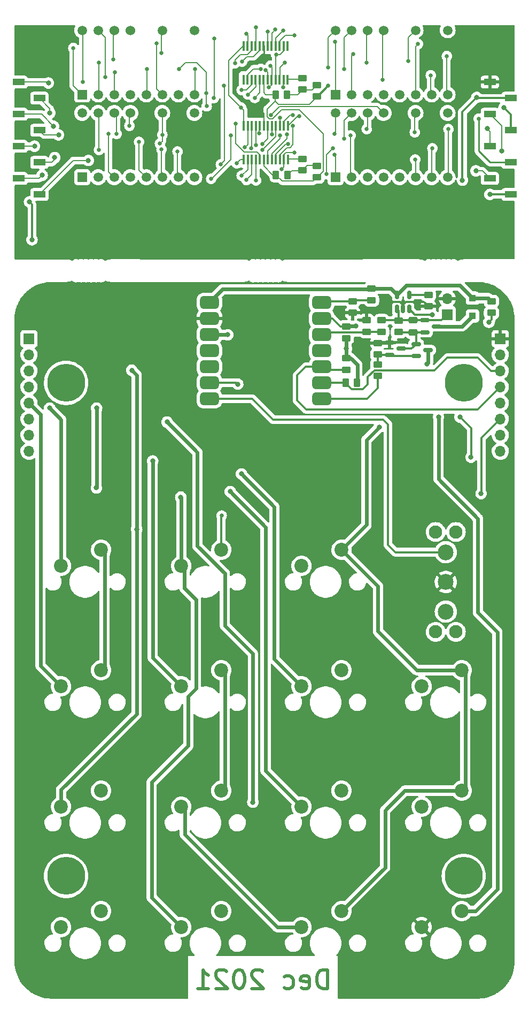
<source format=gbr>
G04 #@! TF.GenerationSoftware,KiCad,Pcbnew,(5.99.0-13010-g08938463f1)*
G04 #@! TF.CreationDate,2021-12-12T23:41:20-05:00*
G04 #@! TF.ProjectId,unitron,756e6974-726f-46e2-9e6b-696361645f70,1.9*
G04 #@! TF.SameCoordinates,Original*
G04 #@! TF.FileFunction,Copper,L2,Bot*
G04 #@! TF.FilePolarity,Positive*
%FSLAX46Y46*%
G04 Gerber Fmt 4.6, Leading zero omitted, Abs format (unit mm)*
G04 Created by KiCad (PCBNEW (5.99.0-13010-g08938463f1)) date 2021-12-12 23:41:20*
%MOMM*%
%LPD*%
G01*
G04 APERTURE LIST*
G04 Aperture macros list*
%AMRoundRect*
0 Rectangle with rounded corners*
0 $1 Rounding radius*
0 $2 $3 $4 $5 $6 $7 $8 $9 X,Y pos of 4 corners*
0 Add a 4 corners polygon primitive as box body*
4,1,4,$2,$3,$4,$5,$6,$7,$8,$9,$2,$3,0*
0 Add four circle primitives for the rounded corners*
1,1,$1+$1,$2,$3*
1,1,$1+$1,$4,$5*
1,1,$1+$1,$6,$7*
1,1,$1+$1,$8,$9*
0 Add four rect primitives between the rounded corners*
20,1,$1+$1,$2,$3,$4,$5,0*
20,1,$1+$1,$4,$5,$6,$7,0*
20,1,$1+$1,$6,$7,$8,$9,0*
20,1,$1+$1,$8,$9,$2,$3,0*%
G04 Aperture macros list end*
%ADD10C,0.500000*%
G04 #@! TA.AperFunction,NonConductor*
%ADD11C,0.500000*%
G04 #@! TD*
G04 #@! TA.AperFunction,SMDPad,CuDef*
%ADD12RoundRect,0.500000X1.000000X0.500000X-1.000000X0.500000X-1.000000X-0.500000X1.000000X-0.500000X0*%
G04 #@! TD*
G04 #@! TA.AperFunction,ComponentPad*
%ADD13C,2.200000*%
G04 #@! TD*
G04 #@! TA.AperFunction,ComponentPad*
%ADD14R,1.500000X1.500000*%
G04 #@! TD*
G04 #@! TA.AperFunction,ComponentPad*
%ADD15C,1.500000*%
G04 #@! TD*
G04 #@! TA.AperFunction,ComponentPad*
%ADD16C,1.524000*%
G04 #@! TD*
G04 #@! TA.AperFunction,ComponentPad*
%ADD17C,2.500000*%
G04 #@! TD*
G04 #@! TA.AperFunction,ComponentPad*
%ADD18C,2.100000*%
G04 #@! TD*
G04 #@! TA.AperFunction,ComponentPad*
%ADD19R,1.700000X1.700000*%
G04 #@! TD*
G04 #@! TA.AperFunction,ComponentPad*
%ADD20O,1.700000X1.700000*%
G04 #@! TD*
G04 #@! TA.AperFunction,ComponentPad*
%ADD21C,6.000000*%
G04 #@! TD*
G04 #@! TA.AperFunction,SMDPad,CuDef*
%ADD22RoundRect,0.250000X-0.450000X0.262500X-0.450000X-0.262500X0.450000X-0.262500X0.450000X0.262500X0*%
G04 #@! TD*
G04 #@! TA.AperFunction,SMDPad,CuDef*
%ADD23RoundRect,0.250000X0.262500X0.450000X-0.262500X0.450000X-0.262500X-0.450000X0.262500X-0.450000X0*%
G04 #@! TD*
G04 #@! TA.AperFunction,SMDPad,CuDef*
%ADD24R,0.410000X1.600000*%
G04 #@! TD*
G04 #@! TA.AperFunction,SMDPad,CuDef*
%ADD25RoundRect,0.250000X0.450000X-0.262500X0.450000X0.262500X-0.450000X0.262500X-0.450000X-0.262500X0*%
G04 #@! TD*
G04 #@! TA.AperFunction,SMDPad,CuDef*
%ADD26RoundRect,0.150000X-0.587500X-0.150000X0.587500X-0.150000X0.587500X0.150000X-0.587500X0.150000X0*%
G04 #@! TD*
G04 #@! TA.AperFunction,SMDPad,CuDef*
%ADD27RoundRect,0.250000X-0.475000X0.250000X-0.475000X-0.250000X0.475000X-0.250000X0.475000X0.250000X0*%
G04 #@! TD*
G04 #@! TA.AperFunction,SMDPad,CuDef*
%ADD28RoundRect,0.250000X-0.262500X-0.450000X0.262500X-0.450000X0.262500X0.450000X-0.262500X0.450000X0*%
G04 #@! TD*
G04 #@! TA.AperFunction,SMDPad,CuDef*
%ADD29RoundRect,0.150000X0.150000X-0.512500X0.150000X0.512500X-0.150000X0.512500X-0.150000X-0.512500X0*%
G04 #@! TD*
G04 #@! TA.AperFunction,SMDPad,CuDef*
%ADD30R,1.900000X1.000000*%
G04 #@! TD*
G04 #@! TA.AperFunction,SMDPad,CuDef*
%ADD31R,1.100000X1.100000*%
G04 #@! TD*
G04 #@! TA.AperFunction,ViaPad*
%ADD32C,0.800000*%
G04 #@! TD*
G04 #@! TA.AperFunction,ViaPad*
%ADD33C,0.650000*%
G04 #@! TD*
G04 #@! TA.AperFunction,Conductor*
%ADD34C,0.304800*%
G04 #@! TD*
G04 #@! TA.AperFunction,Conductor*
%ADD35C,0.203200*%
G04 #@! TD*
G04 #@! TA.AperFunction,Conductor*
%ADD36C,0.609600*%
G04 #@! TD*
G04 #@! TA.AperFunction,Conductor*
%ADD37C,0.355600*%
G04 #@! TD*
G04 #@! TA.AperFunction,Conductor*
%ADD38C,0.254000*%
G04 #@! TD*
G04 APERTURE END LIST*
D10*
D11*
X114049482Y-175804342D02*
X114049482Y-172804343D01*
X113335196Y-172804343D01*
X112906625Y-172947200D01*
X112620911Y-173232914D01*
X112478054Y-173518628D01*
X112335197Y-174090057D01*
X112335197Y-174518628D01*
X112478054Y-175090056D01*
X112620911Y-175375771D01*
X112906625Y-175661485D01*
X113335196Y-175804342D01*
X114049482Y-175804342D01*
X109906626Y-175661485D02*
X110192340Y-175804342D01*
X110763769Y-175804342D01*
X111049483Y-175661485D01*
X111192340Y-175375771D01*
X111192340Y-174232914D01*
X111049483Y-173947200D01*
X110763769Y-173804343D01*
X110192340Y-173804343D01*
X109906626Y-173947200D01*
X109763769Y-174232914D01*
X109763769Y-174518628D01*
X111192340Y-174804342D01*
X107192341Y-175661485D02*
X107478055Y-175804342D01*
X108049484Y-175804342D01*
X108335198Y-175661485D01*
X108478055Y-175518628D01*
X108620912Y-175232914D01*
X108620912Y-174375771D01*
X108478055Y-174090057D01*
X108335198Y-173947200D01*
X108049484Y-173804343D01*
X107478055Y-173804343D01*
X107192341Y-173947200D01*
X103763771Y-173090057D02*
X103620914Y-172947200D01*
X103335200Y-172804343D01*
X102620914Y-172804343D01*
X102335200Y-172947200D01*
X102192343Y-173090057D01*
X102049486Y-173375771D01*
X102049486Y-173661485D01*
X102192343Y-174090057D01*
X103906628Y-175804342D01*
X102049486Y-175804342D01*
X100192344Y-172804343D02*
X99906629Y-172804343D01*
X99620915Y-172947200D01*
X99478058Y-173090057D01*
X99335201Y-173375771D01*
X99192344Y-173947200D01*
X99192344Y-174661485D01*
X99335201Y-175232914D01*
X99478058Y-175518628D01*
X99620915Y-175661485D01*
X99906629Y-175804342D01*
X100192344Y-175804342D01*
X100478058Y-175661485D01*
X100620915Y-175518628D01*
X100763772Y-175232914D01*
X100906629Y-174661485D01*
X100906629Y-173947200D01*
X100763772Y-173375771D01*
X100620915Y-173090057D01*
X100478058Y-172947200D01*
X100192344Y-172804343D01*
X98049487Y-173090057D02*
X97906630Y-172947200D01*
X97620916Y-172804343D01*
X96906630Y-172804343D01*
X96620916Y-172947200D01*
X96478059Y-173090057D01*
X96335202Y-173375771D01*
X96335202Y-173661485D01*
X96478059Y-174090057D01*
X98192344Y-175804342D01*
X96335202Y-175804342D01*
X93478060Y-175804342D02*
X95192345Y-175804342D01*
X94335203Y-175804342D02*
X94335203Y-172804343D01*
X94620917Y-173232914D01*
X94906631Y-173518628D01*
X95192345Y-173661485D01*
D12*
X113115400Y-67254600D03*
X113115400Y-69794600D03*
X113115400Y-72334600D03*
X113115400Y-74874600D03*
X113115400Y-77414600D03*
X113115400Y-79954600D03*
X113115400Y-82494600D03*
X95335400Y-82494600D03*
X95335400Y-79954600D03*
X95335400Y-77414600D03*
X95335400Y-74874600D03*
X95335400Y-72334600D03*
X95335400Y-69794600D03*
X95335400Y-67254600D03*
D13*
X78181200Y-144475200D03*
X71831200Y-147015200D03*
X97231200Y-144475200D03*
X90881200Y-147015200D03*
X78181200Y-106375200D03*
X71831200Y-108915200D03*
X78181200Y-125425200D03*
X71831200Y-127965200D03*
X97231200Y-125425200D03*
X90881200Y-127965200D03*
X97231200Y-106375200D03*
X90881200Y-108915200D03*
X116281200Y-106375200D03*
X109931200Y-108915200D03*
X116281200Y-163525200D03*
X109931200Y-166065200D03*
D14*
X115303300Y-47446163D03*
D15*
X117843300Y-47446163D03*
X120383300Y-47446163D03*
X122923300Y-47446163D03*
X125463300Y-47446163D03*
X128003300Y-47446163D03*
X130543300Y-47446163D03*
X133083300Y-47446163D03*
X133083300Y-37286163D03*
X128003300Y-37286163D03*
D16*
X122923300Y-37286163D03*
X120383300Y-37286163D03*
D15*
X117843300Y-37286163D03*
X115303300Y-37286163D03*
D14*
X75171300Y-47446163D03*
D15*
X77711300Y-47446163D03*
X80251300Y-47446163D03*
X82791300Y-47446163D03*
X85331300Y-47446163D03*
X87871300Y-47446163D03*
X90411300Y-47446163D03*
X92951300Y-47446163D03*
X92951300Y-37286163D03*
X87871300Y-37286163D03*
D16*
X82791300Y-37286163D03*
X80251300Y-37286163D03*
D15*
X77711300Y-37286163D03*
X75171300Y-37286163D03*
D13*
X78181200Y-163525200D03*
X71831200Y-166065200D03*
D14*
X115303300Y-34365163D03*
D15*
X117843300Y-34365163D03*
X120383300Y-34365163D03*
X122923300Y-34365163D03*
X125463300Y-34365163D03*
X128003300Y-34365163D03*
X130543300Y-34365163D03*
X133083300Y-34365163D03*
X133083300Y-24205163D03*
X128003300Y-24205163D03*
D16*
X122923300Y-24205163D03*
X120383300Y-24205163D03*
D15*
X117843300Y-24205163D03*
X115303300Y-24205163D03*
D14*
X75171300Y-34365163D03*
D15*
X77711300Y-34365163D03*
X80251300Y-34365163D03*
X82791300Y-34365163D03*
X85331300Y-34365163D03*
X87871300Y-34365163D03*
X90411300Y-34365163D03*
X92951300Y-34365163D03*
X92951300Y-24205163D03*
X87871300Y-24205163D03*
D16*
X82791300Y-24205163D03*
X80251300Y-24205163D03*
D15*
X77711300Y-24205163D03*
X75171300Y-24205163D03*
D13*
X116281200Y-144475200D03*
X109931200Y-147015200D03*
D17*
X132791200Y-106755200D03*
X132791200Y-111455200D03*
X132791200Y-116155200D03*
D18*
X134391200Y-103555200D03*
X134391200Y-119355200D03*
X131191200Y-103555200D03*
X131191200Y-119355200D03*
D13*
X116281200Y-125425200D03*
X109931200Y-127965200D03*
D19*
X133025400Y-69174600D03*
D20*
X133025400Y-66634600D03*
D21*
X72627300Y-79974600D03*
D19*
X141427200Y-72999600D03*
D20*
X141427200Y-75539600D03*
X141427200Y-78079600D03*
X141427200Y-80619600D03*
X141427200Y-83159600D03*
X141427200Y-85699600D03*
X141427200Y-88239600D03*
X141427200Y-90779600D03*
D13*
X97231200Y-163525200D03*
X90881200Y-166065200D03*
D21*
X135627300Y-157974600D03*
X135627300Y-79974600D03*
X72627300Y-157974600D03*
D13*
X135331200Y-144475200D03*
X128981200Y-147015200D03*
D19*
X66751200Y-72999600D03*
D20*
X66751200Y-75539600D03*
X66751200Y-78079600D03*
X66751200Y-80619600D03*
X66751200Y-83159600D03*
X66751200Y-85699600D03*
X66751200Y-88239600D03*
X66751200Y-90779600D03*
D13*
X135331200Y-163525200D03*
X128981200Y-166065200D03*
X135331200Y-125425200D03*
X128981200Y-127965200D03*
D22*
X112382300Y-45644663D03*
X112382300Y-47469663D03*
X110096300Y-44550163D03*
X110096300Y-46375163D03*
D23*
X107706800Y-47065163D03*
X105881800Y-47065163D03*
D22*
X110096300Y-31753163D03*
X110096300Y-33578163D03*
D23*
X107628300Y-34365163D03*
X105803300Y-34365163D03*
D24*
X100761800Y-39330863D03*
X101396800Y-39330863D03*
X102031800Y-39330863D03*
X102666800Y-39330863D03*
X103301800Y-39330863D03*
X103936800Y-39330863D03*
X104571800Y-39330863D03*
X105206800Y-39330863D03*
X105841800Y-39330863D03*
X106476800Y-39330863D03*
X107111800Y-39330863D03*
X107746800Y-39330863D03*
X107746800Y-44639463D03*
X107111800Y-44639463D03*
X106476800Y-44639463D03*
X105841800Y-44639463D03*
X105206800Y-44639463D03*
X104571800Y-44639463D03*
X103936800Y-44639463D03*
X103301800Y-44639463D03*
X102666800Y-44639463D03*
X102031800Y-44639463D03*
X101396800Y-44639463D03*
X100761800Y-44639463D03*
D22*
X112382300Y-32866163D03*
X112382300Y-34691163D03*
D25*
X125294600Y-71937100D03*
X125294600Y-70112100D03*
X117025400Y-72887100D03*
X117025400Y-71062100D03*
X122025400Y-78887100D03*
X122025400Y-77062100D03*
D22*
X122025400Y-73662100D03*
X122025400Y-75487100D03*
D26*
X128087900Y-75724600D03*
X128087900Y-73824600D03*
X129962900Y-74774600D03*
D27*
X127580600Y-70074600D03*
X127580600Y-71974600D03*
D26*
X129487900Y-71974600D03*
X129487900Y-70074600D03*
X131362900Y-71024600D03*
X123887900Y-75524600D03*
X123887900Y-73624600D03*
X125762900Y-74574600D03*
D28*
X116912900Y-79974600D03*
X118737900Y-79974600D03*
D29*
X126975400Y-68312100D03*
X126025400Y-68312100D03*
X125075400Y-68312100D03*
X125075400Y-66037100D03*
X126975400Y-66037100D03*
D22*
X140025400Y-67062100D03*
X140025400Y-68887100D03*
D25*
X130025400Y-67887100D03*
X130025400Y-66062100D03*
X120250400Y-71887100D03*
X120250400Y-70062100D03*
D30*
X139777200Y-32406173D03*
X143077200Y-34946173D03*
X139777200Y-37486173D03*
X143077200Y-40026173D03*
X139777200Y-42566173D03*
X143077200Y-45106173D03*
X139777200Y-47646173D03*
X143077200Y-50186173D03*
D31*
X137025400Y-66574600D03*
X137025400Y-69374600D03*
D24*
X100732900Y-26691873D03*
X101367900Y-26691873D03*
X102002900Y-26691873D03*
X102637900Y-26691873D03*
X103272900Y-26691873D03*
X103907900Y-26691873D03*
X104542900Y-26691873D03*
X105177900Y-26691873D03*
X105812900Y-26691873D03*
X106447900Y-26691873D03*
X107082900Y-26691873D03*
X107717900Y-26691873D03*
X107717900Y-32000473D03*
X107082900Y-32000473D03*
X106447900Y-32000473D03*
X105812900Y-32000473D03*
X105177900Y-32000473D03*
X104542900Y-32000473D03*
X103907900Y-32000473D03*
X103272900Y-32000473D03*
X102637900Y-32000473D03*
X102002900Y-32000473D03*
X101367900Y-32000473D03*
X100732900Y-32000473D03*
D22*
X118025400Y-67062100D03*
X118025400Y-68887100D03*
X122625400Y-70087100D03*
X122625400Y-71912100D03*
D30*
X65101200Y-32406173D03*
X68401200Y-34946173D03*
X65101200Y-37486173D03*
X68401200Y-40026173D03*
X65101200Y-42566173D03*
X68401200Y-45106173D03*
X65101200Y-47646173D03*
X68401200Y-50186173D03*
D25*
X117025400Y-77887100D03*
X117025400Y-76062100D03*
D22*
X121025400Y-65062100D03*
X121025400Y-66887100D03*
D32*
X90792300Y-98044000D03*
X100425400Y-94374600D03*
X86347300Y-92329000D03*
X70025400Y-83974600D03*
X131625400Y-85374600D03*
X129825400Y-76974600D03*
X120025400Y-75974600D03*
X130025400Y-73474600D03*
D33*
X78854300Y-31571163D03*
X116700300Y-30358353D03*
X104263924Y-30545539D03*
D32*
X68825400Y-47146173D03*
D33*
X116700300Y-41350163D03*
X77838300Y-43128154D03*
X106540300Y-40842163D03*
X87726573Y-27761163D03*
X105923904Y-28072353D03*
X126860300Y-29031163D03*
X127876300Y-40334163D03*
X107815823Y-42183147D03*
X87871300Y-40715163D03*
D32*
X70825400Y-44346173D03*
D33*
X87490300Y-42112163D03*
X101460300Y-34365163D03*
X94894400Y-36223746D03*
X90538300Y-30301163D03*
X85458300Y-30301163D03*
X94856300Y-34111163D03*
X102730300Y-47954163D03*
D32*
X67625400Y-42546173D03*
D33*
X84188300Y-41858163D03*
X100444300Y-33660353D03*
X130416300Y-31317163D03*
X90284300Y-43382163D03*
X130670300Y-42874163D03*
X114922300Y-42874163D03*
X101206300Y-47883153D03*
D32*
X76149200Y-44798162D03*
D33*
X113906300Y-46938163D03*
X80378300Y-30809163D03*
X103454200Y-30301152D03*
X100444300Y-47192163D03*
X79362300Y-40588163D03*
D32*
X71425400Y-40746173D03*
D33*
X122796300Y-32021973D03*
X102506754Y-34893466D03*
X96126300Y-25475163D03*
X96057062Y-34914120D03*
X105065039Y-37611173D03*
X99466400Y-38962552D03*
D32*
X70637400Y-39398746D03*
D33*
X82664300Y-39318163D03*
X114160300Y-30047163D03*
X75298300Y-32333163D03*
X105016300Y-29793163D03*
X104762300Y-33222163D03*
X107580561Y-40703877D03*
X115176300Y-40588163D03*
D32*
X70053200Y-37286152D03*
D33*
X107302300Y-29285163D03*
X80124300Y-28777163D03*
X120256300Y-29285163D03*
X120256300Y-39826163D03*
X108575322Y-39321185D03*
D32*
X69825400Y-32546173D03*
D33*
X80632300Y-40588163D03*
D32*
X137693400Y-34826746D03*
X67225400Y-57346173D03*
X135425400Y-47917746D03*
D33*
X114160300Y-32968163D03*
D32*
X66825400Y-51346173D03*
D33*
X100369667Y-36427742D03*
D32*
X142011400Y-36477746D03*
D33*
X97142300Y-45414163D03*
X106794300Y-46176163D03*
X108826300Y-43554784D03*
X107048300Y-33222163D03*
X97650300Y-32968163D03*
D32*
X141630400Y-43335746D03*
D33*
X97269300Y-100965000D03*
D32*
X138379200Y-97485200D03*
X122225400Y-86974600D03*
X118525400Y-70974600D03*
X137566400Y-46430152D03*
D33*
X99676764Y-45241542D03*
D32*
X117425400Y-58174600D03*
X69225400Y-58174600D03*
X138455400Y-26063746D03*
X96469200Y-37133752D03*
X133225400Y-58174600D03*
X84625400Y-58174600D03*
X102666800Y-37286152D03*
X99625400Y-58174600D03*
D33*
X132956300Y-28269163D03*
X108826300Y-24967163D03*
X106549058Y-38048163D03*
X133210300Y-39826163D03*
X128384300Y-26364163D03*
X107048300Y-24205163D03*
X127936498Y-44646962D03*
X103746299Y-43128164D03*
X105738457Y-24103554D03*
X118113583Y-27944153D03*
X117716300Y-40842163D03*
X105212530Y-40669542D03*
X115244404Y-26039153D03*
X104592010Y-24414527D03*
X115176300Y-43890163D03*
X103735147Y-42183173D03*
X93078300Y-30301163D03*
X100533200Y-29158152D03*
X95618300Y-47700163D03*
X103245810Y-40517268D03*
X98764878Y-40842163D03*
X102730300Y-23697163D03*
X86982300Y-26237163D03*
X87749823Y-43057179D03*
X102730300Y-42366163D03*
X99390200Y-29412152D03*
X77838300Y-29285163D03*
X101968300Y-42874163D03*
X101206300Y-24713163D03*
X73774300Y-26999163D03*
X100946777Y-42691173D03*
D32*
X77457300Y-83974600D03*
X98625400Y-97174600D03*
X77425400Y-96574600D03*
X88625400Y-86174600D03*
X102222300Y-146304000D03*
X139344400Y-39779746D03*
D33*
X108572300Y-37611173D03*
X137998200Y-38175152D03*
X109588300Y-37794163D03*
D32*
X117025400Y-74574600D03*
X98225400Y-72374600D03*
X99825400Y-80174600D03*
X139777200Y-50163952D03*
X83025400Y-77974600D03*
X83807300Y-103124000D03*
X136775400Y-91724600D03*
X130625400Y-69174600D03*
X135025400Y-85374600D03*
X139625400Y-70374600D03*
D34*
X136775400Y-91724600D02*
X136825400Y-91674600D01*
X136825400Y-91674600D02*
X136825400Y-87174600D01*
X136825400Y-87174600D02*
X135025400Y-85374600D01*
D35*
X107861100Y-44525163D02*
X107746800Y-44639463D01*
X110096300Y-44525163D02*
X107861100Y-44525163D01*
X108396800Y-46400163D02*
X107731800Y-47065163D01*
X110096300Y-46400163D02*
X108396800Y-46400163D01*
X110876800Y-45619663D02*
X110096300Y-46400163D01*
X112382300Y-45619663D02*
X110876800Y-45619663D01*
D36*
X90881200Y-108915200D02*
X90881200Y-98132900D01*
X86187200Y-143131200D02*
X91987200Y-137331200D01*
X91387200Y-112431200D02*
X91387200Y-109421200D01*
X90881200Y-98132900D02*
X90792300Y-98044000D01*
X91387200Y-109421200D02*
X90881200Y-108915200D01*
X90881200Y-166065200D02*
X86187200Y-161371200D01*
X93187200Y-114231200D02*
X91387200Y-112431200D01*
X91987200Y-129531200D02*
X93187200Y-128331200D01*
X91987200Y-137331200D02*
X91987200Y-129531200D01*
X93187200Y-128331200D02*
X93187200Y-114231200D01*
X86187200Y-161371200D02*
X86187200Y-143131200D01*
X105625400Y-123659400D02*
X109931200Y-127965200D01*
X100425400Y-94374600D02*
X105625400Y-99574600D01*
X105625400Y-99574600D02*
X105625400Y-123659400D01*
X86347300Y-123431300D02*
X90881200Y-127965200D01*
X91262200Y-128346200D02*
X90881200Y-127965200D01*
X86347300Y-92329000D02*
X86347300Y-123431300D01*
X68567300Y-124701300D02*
X68567300Y-84975700D01*
X68567300Y-84975700D02*
X66751200Y-83159600D01*
X71831200Y-127965200D02*
X68567300Y-124701300D01*
X70025400Y-83974600D02*
X71831200Y-85780400D01*
X71831200Y-85780400D02*
X71831200Y-108915200D01*
X137464800Y-163525200D02*
X135331200Y-163525200D01*
X140957300Y-119380000D02*
X140957300Y-160032700D01*
X129825400Y-76974600D02*
X129962900Y-76837100D01*
X131625400Y-85374600D02*
X131625400Y-95174600D01*
X137871200Y-101420400D02*
X137871200Y-116293900D01*
X129962900Y-76837100D02*
X129962900Y-74774600D01*
X131625400Y-95174600D02*
X137871200Y-101420400D01*
X140957300Y-160032700D02*
X137464800Y-163525200D01*
X137871200Y-116293900D02*
X140957300Y-119380000D01*
D34*
X125825400Y-74574600D02*
X127337900Y-74574600D01*
X128087900Y-73824600D02*
X128087900Y-72469400D01*
X127580600Y-71962100D02*
X125294600Y-71962100D01*
D37*
X125431300Y-72098800D02*
X125294600Y-71962100D01*
D34*
X127593100Y-71974600D02*
X127580600Y-71962100D01*
X128087900Y-72469400D02*
X127580600Y-71962100D01*
X127337900Y-74574600D02*
X128087900Y-73824600D01*
X129425400Y-71974600D02*
X127593100Y-71974600D01*
X126025400Y-67649601D02*
X126500401Y-67174600D01*
X126025400Y-67649601D02*
X125550399Y-67174600D01*
X126500401Y-67174600D02*
X129312900Y-67174600D01*
X126025400Y-68312100D02*
X126025400Y-67649601D01*
X125550399Y-67174600D02*
X122825400Y-67174600D01*
X129312900Y-67174600D02*
X130025400Y-67887100D01*
D37*
X123625400Y-86574600D02*
X122825400Y-85774600D01*
X123625400Y-105574600D02*
X123625400Y-86574600D01*
X123625400Y-105574600D02*
X124806000Y-106755200D01*
X122825400Y-85774600D02*
X105425400Y-85774600D01*
X102145400Y-82494600D02*
X95335400Y-82494600D01*
X105425400Y-85774600D02*
X102145400Y-82494600D01*
X124806000Y-106755200D02*
X132791200Y-106755200D01*
D35*
X77711300Y-24205163D02*
X78854300Y-25348163D01*
X78854300Y-25348163D02*
X78854300Y-31571163D01*
X116700300Y-25348163D02*
X116700300Y-30358353D01*
X104571800Y-31939463D02*
X104571800Y-30853415D01*
X104571800Y-30853415D02*
X104263924Y-30545539D01*
X117843300Y-24205163D02*
X116700300Y-25348163D01*
X104571800Y-43323755D02*
X106540300Y-41355255D01*
X77711300Y-37286163D02*
X77838300Y-37413163D01*
X116700300Y-41350163D02*
X116700300Y-38429163D01*
X116700300Y-38429163D02*
X117843300Y-37286163D01*
X106540300Y-41355255D02*
X106540300Y-40842163D01*
X77838300Y-37413163D02*
X77838300Y-43128154D01*
X68325400Y-47646173D02*
X65101200Y-47646173D01*
X104571800Y-44639463D02*
X104571800Y-43323755D01*
X68825400Y-47146173D02*
X68325400Y-47646173D01*
X107111800Y-26630863D02*
X107111800Y-27450142D01*
X87871300Y-24205163D02*
X87726573Y-24349890D01*
X105841800Y-31939463D02*
X105841800Y-28154457D01*
X126860300Y-29031163D02*
X126860300Y-25348163D01*
X107111800Y-27450142D02*
X106489589Y-28072353D01*
X87726573Y-24349890D02*
X87726573Y-27761163D01*
X106489589Y-28072353D02*
X105923904Y-28072353D01*
X126860300Y-25348163D02*
X128003300Y-24205163D01*
X105841800Y-28154457D02*
X105923904Y-28072353D01*
X70825400Y-44671746D02*
X70825400Y-44346173D01*
X127876300Y-37413163D02*
X128003300Y-37286163D01*
X87871300Y-41731163D02*
X87490300Y-42112163D01*
X68401200Y-45083952D02*
X68351400Y-45034152D01*
X87871300Y-37286163D02*
X87871300Y-41731163D01*
X105841800Y-44639463D02*
X105841800Y-43826663D01*
X127876300Y-40334163D02*
X127876300Y-37413163D01*
X107485316Y-42183147D02*
X107815823Y-42183147D01*
X70390973Y-45106173D02*
X70825400Y-44671746D01*
X68401200Y-45106173D02*
X70390973Y-45106173D01*
X105841800Y-43826663D02*
X107485316Y-42183147D01*
X94856300Y-36185646D02*
X94894400Y-36223746D01*
X91554300Y-29285163D02*
X90538300Y-30301163D01*
X85458300Y-30301163D02*
X85458300Y-34238163D01*
X94856300Y-34111163D02*
X94856300Y-30809163D01*
X85458300Y-34238163D02*
X85331300Y-34365163D01*
X102666800Y-31939463D02*
X102666800Y-33158663D01*
X93332300Y-29285163D02*
X91554300Y-29285163D01*
X102666800Y-33158663D02*
X101460300Y-34365163D01*
X94856300Y-30809163D02*
X93332300Y-29285163D01*
X94856300Y-34111163D02*
X94856300Y-36185646D01*
X84188300Y-41858163D02*
X84188300Y-46303163D01*
X67625400Y-42546173D02*
X67605400Y-42566173D01*
X102666800Y-44639463D02*
X102730300Y-44702963D01*
X102730300Y-44702963D02*
X102730300Y-47954163D01*
X67605400Y-42566173D02*
X65101200Y-42566173D01*
X84188300Y-46303163D02*
X85331300Y-47446163D01*
X101206795Y-33660353D02*
X100444300Y-33660353D01*
X130416300Y-31317163D02*
X130416300Y-34238163D01*
X102031800Y-32835348D02*
X101206795Y-33660353D01*
X130416300Y-34238163D02*
X130543300Y-34365163D01*
X102031800Y-31939463D02*
X102031800Y-32835348D01*
X130670300Y-42874163D02*
X130543300Y-43001163D01*
X102031800Y-44639463D02*
X102031800Y-47057653D01*
X130543300Y-43001163D02*
X130543300Y-47446163D01*
X113906300Y-43890163D02*
X113906300Y-46938163D01*
X76149200Y-44798162D02*
X73789211Y-44798162D01*
X90284300Y-47319163D02*
X90411300Y-47446163D01*
X114922300Y-42874163D02*
X113906300Y-43890163D01*
X73789211Y-44798162D02*
X68401200Y-50186173D01*
X102031800Y-47057653D02*
X101206300Y-47883153D01*
X90284300Y-43382163D02*
X90284300Y-47319163D01*
X80251300Y-34365163D02*
X80251300Y-30936163D01*
X80251300Y-30936163D02*
X80378300Y-30809163D01*
X102305873Y-30301152D02*
X103454200Y-30301152D01*
X101396800Y-31939463D02*
X101396800Y-31210225D01*
X101396800Y-31210225D02*
X102305873Y-30301152D01*
X79362300Y-46557163D02*
X80251300Y-47446163D01*
X79362300Y-40588163D02*
X79362300Y-46557163D01*
X101396800Y-46239663D02*
X100444300Y-47192163D01*
X69121200Y-40746173D02*
X68401200Y-40026173D01*
X71425400Y-40746173D02*
X69121200Y-40746173D01*
X101396800Y-44639463D02*
X101396800Y-46239663D01*
X122796300Y-24332163D02*
X122796300Y-32021973D01*
X96126300Y-25475163D02*
X96126300Y-34844882D01*
X103301800Y-31939463D02*
X103301800Y-34098420D01*
X96126300Y-34844882D02*
X96057062Y-34914120D01*
X122923300Y-24205163D02*
X122796300Y-24332163D01*
X103301800Y-34098420D02*
X102506754Y-34893466D01*
X122923300Y-37286163D02*
X121907289Y-36270152D01*
X103301800Y-44639463D02*
X103301800Y-43910223D01*
X103301800Y-43910223D02*
X102844741Y-43453164D01*
X102844741Y-43453164D02*
X100851872Y-43453164D01*
X121907289Y-36270152D02*
X106406060Y-36270152D01*
X100851872Y-43453164D02*
X99466400Y-42067692D01*
X82664300Y-39318163D02*
X82664300Y-37413163D01*
X106406060Y-36270152D02*
X105065039Y-37611173D01*
X68724827Y-37486173D02*
X70637400Y-39398746D01*
X99466400Y-42067692D02*
X99466400Y-38962552D01*
X65101200Y-37486173D02*
X68724827Y-37486173D01*
X82664300Y-37413163D02*
X82791300Y-37286163D01*
X105206800Y-32777663D02*
X104762300Y-33222163D01*
X105206800Y-31939463D02*
X105206800Y-32777663D01*
X75298300Y-24332163D02*
X75298300Y-32333163D01*
X105206800Y-29983663D02*
X105016300Y-29793163D01*
X114160300Y-25348163D02*
X114160300Y-30047163D01*
X105206800Y-31939463D02*
X105206800Y-29983663D01*
X115303300Y-24205163D02*
X114160300Y-25348163D01*
X75171300Y-24205163D02*
X75298300Y-24332163D01*
X105206800Y-44639463D02*
X105206800Y-43699663D01*
X70053200Y-37286152D02*
X70053200Y-36598173D01*
X115303300Y-40461163D02*
X115176300Y-40588163D01*
X70053200Y-36598173D02*
X68401200Y-34946173D01*
X105206800Y-43699663D02*
X107580561Y-41325902D01*
X107580561Y-41325902D02*
X107580561Y-40703877D01*
X115303300Y-37286163D02*
X115303300Y-40461163D01*
D34*
X68557994Y-35080746D02*
X68401200Y-34923952D01*
D35*
X80251300Y-24205163D02*
X80124300Y-24332163D01*
X120256300Y-24332163D02*
X120383300Y-24205163D01*
X106476800Y-31939463D02*
X106476800Y-30110663D01*
X120256300Y-29285163D02*
X120256300Y-24332163D01*
X106476800Y-30110663D02*
X107302300Y-29285163D01*
X80124300Y-24332163D02*
X80124300Y-28777163D01*
X80632300Y-37667163D02*
X80632300Y-40588163D01*
X120383300Y-37286163D02*
X120383300Y-39699163D01*
X69685400Y-32406173D02*
X65101200Y-32406173D01*
X106476800Y-43910225D02*
X107624877Y-42762148D01*
X120383300Y-39699163D02*
X120256300Y-39826163D01*
X106476800Y-44639463D02*
X106476800Y-43910225D01*
X80251300Y-37286163D02*
X80632300Y-37667163D01*
X107624877Y-42762148D02*
X108093744Y-42762148D01*
X108093744Y-42762148D02*
X108575322Y-42280570D01*
X108575322Y-42280570D02*
X108575322Y-39321185D01*
X69825400Y-32546173D02*
X69685400Y-32406173D01*
X111209300Y-35889163D02*
X112382300Y-34716163D01*
X112382300Y-47494663D02*
X111806980Y-48069983D01*
X105342960Y-38190174D02*
X104787118Y-38190174D01*
X103936800Y-31939463D02*
X103936800Y-34047663D01*
D34*
X137812827Y-34946173D02*
X143077200Y-34946173D01*
D35*
X111806980Y-48069983D02*
X106861620Y-48069983D01*
D34*
X67225400Y-57346173D02*
X67225400Y-51746173D01*
D35*
X106861620Y-48069983D02*
X105856800Y-47065163D01*
D37*
X112382300Y-34716163D02*
X112412300Y-34716163D01*
D35*
X105778300Y-35381163D02*
X106286300Y-35889163D01*
X104787118Y-38190174D02*
X104486038Y-37889094D01*
X113398300Y-40588163D02*
X109588300Y-36778163D01*
X104254300Y-34365163D02*
X105778300Y-34365163D01*
X105856800Y-47065163D02*
X105369301Y-47065163D01*
X105778300Y-34365163D02*
X105778300Y-35381163D01*
X106754971Y-36778163D02*
X105342960Y-38190174D01*
X104486038Y-36673425D02*
X105778300Y-35381163D01*
D37*
X112412300Y-34716163D02*
X114160300Y-32968163D01*
D35*
X109588300Y-36778163D02*
X106754971Y-36778163D01*
X103936800Y-34047663D02*
X104254300Y-34365163D01*
D37*
X135425400Y-47917746D02*
X135425400Y-37094746D01*
D35*
X112382300Y-47494663D02*
X113398300Y-46478663D01*
D34*
X137693400Y-34826746D02*
X137812827Y-34946173D01*
D35*
X113398300Y-46478663D02*
X113398300Y-40588163D01*
X104486038Y-37889094D02*
X104486038Y-36673425D01*
D37*
X135425400Y-37094746D02*
X137693400Y-34826746D01*
D35*
X105369301Y-47065163D02*
X103936800Y-45632662D01*
D34*
X67225400Y-51746173D02*
X66825400Y-51346173D01*
D35*
X106286300Y-35889163D02*
X111209300Y-35889163D01*
X103936800Y-45632662D02*
X103936800Y-44639463D01*
D36*
X135275400Y-71024600D02*
X135375400Y-71024600D01*
X135375400Y-71024600D02*
X137025400Y-69374600D01*
X135275400Y-71024600D02*
X131425400Y-71024600D01*
D34*
X127593100Y-70074600D02*
X127580600Y-70087100D01*
X129425400Y-70074600D02*
X127593100Y-70074600D01*
X125025400Y-69817900D02*
X125294600Y-70087100D01*
X127580600Y-70087100D02*
X125294600Y-70087100D01*
X125294600Y-70087100D02*
X122625400Y-70087100D01*
X129425400Y-70074600D02*
X132125400Y-70074600D01*
X125294600Y-70112100D02*
X125294600Y-68531300D01*
X132125400Y-70074600D02*
X133025400Y-69174600D01*
X125294600Y-68531300D02*
X125075400Y-68312100D01*
X109225400Y-82774600D02*
X109225400Y-78774600D01*
X117025400Y-77887100D02*
X113587900Y-77887100D01*
X141427200Y-80619600D02*
X137872200Y-84174600D01*
X109225400Y-78774600D02*
X110585400Y-77414600D01*
X110585400Y-77414600D02*
X113115400Y-77414600D01*
X113587900Y-77887100D02*
X113115400Y-77414600D01*
X110625400Y-84174600D02*
X109225400Y-82774600D01*
X137872200Y-84174600D02*
X110625400Y-84174600D01*
D35*
X100761800Y-39330863D02*
X100761800Y-36841663D01*
D34*
X143077200Y-40003952D02*
X143077200Y-37543546D01*
X143077200Y-37543546D02*
X142011400Y-36477746D01*
D35*
X100761800Y-36841663D02*
X100369667Y-36449530D01*
X98412300Y-28980363D02*
X98412300Y-34470375D01*
X98412300Y-34470375D02*
X100369667Y-36427742D01*
X100761800Y-26630863D02*
X98412300Y-28980363D01*
X100369667Y-36449530D02*
X100369667Y-36427742D01*
D34*
X120425400Y-80174600D02*
X120425400Y-79030260D01*
X113135400Y-79974600D02*
X113115400Y-79954600D01*
X119621080Y-80978920D02*
X120425400Y-80174600D01*
X116887900Y-79974600D02*
X113135400Y-79974600D01*
X139930400Y-78079600D02*
X141427200Y-78079600D01*
X133025400Y-75974600D02*
X137825400Y-75974600D01*
X117892220Y-80978920D02*
X119621080Y-80978920D01*
X121481060Y-77974600D02*
X131025400Y-77974600D01*
X120425400Y-79030260D02*
X121481060Y-77974600D01*
X131025400Y-77974600D02*
X133025400Y-75974600D01*
X137825400Y-75974600D02*
X139930400Y-78079600D01*
X116887900Y-79974600D02*
X117892220Y-80978920D01*
D35*
X107111800Y-44639463D02*
X107111800Y-45858663D01*
X141630400Y-39317152D02*
X139777200Y-37463952D01*
X97739209Y-33057072D02*
X97650300Y-32968163D01*
X97142300Y-45414163D02*
X97739209Y-44817254D01*
X141630400Y-43335746D02*
X141630400Y-39317152D01*
X107111800Y-43910225D02*
X107467241Y-43554784D01*
X107111800Y-45858663D02*
X106794300Y-46176163D01*
X97739209Y-44817254D02*
X97739209Y-33057072D01*
X107048300Y-33222163D02*
X107048300Y-32002963D01*
X107111800Y-44639463D02*
X107111800Y-43910225D01*
X107048300Y-32002963D02*
X107111800Y-31939463D01*
X107467241Y-43554784D02*
X108826300Y-43554784D01*
D36*
X97777300Y-125971300D02*
X97231200Y-125425200D01*
D37*
X97269300Y-100965000D02*
X97231200Y-101003100D01*
D36*
X78181200Y-125425200D02*
X78727300Y-124879100D01*
X78727300Y-124879100D02*
X78727300Y-106921300D01*
D37*
X138425400Y-88701400D02*
X138425400Y-97439000D01*
X97231200Y-101003100D02*
X97231200Y-106375200D01*
D36*
X97231200Y-144475200D02*
X97777300Y-143929100D01*
D37*
X141427200Y-85699600D02*
X138425400Y-88701400D01*
X138425400Y-97439000D02*
X138379200Y-97485200D01*
D36*
X78727300Y-106921300D02*
X78181200Y-106375200D01*
X97777300Y-143929100D02*
X97777300Y-125971300D01*
X135331200Y-144475200D02*
X135877300Y-143929100D01*
X122225400Y-86974600D02*
X120225400Y-88974600D01*
X122040650Y-112134650D02*
X122034300Y-112141000D01*
X120225400Y-102431000D02*
X116281200Y-106375200D01*
X128206500Y-125425200D02*
X135331200Y-125425200D01*
X135877300Y-125971300D02*
X135331200Y-125425200D01*
X120225400Y-88974600D02*
X120225400Y-102431000D01*
X135877300Y-143929100D02*
X135877300Y-125971300D01*
X126276100Y-144475200D02*
X135331200Y-144475200D01*
X123177300Y-147574000D02*
X126276100Y-144475200D01*
X116281200Y-106375200D02*
X122040650Y-112134650D01*
X122034300Y-112141000D02*
X122034300Y-119253000D01*
X123177300Y-156629100D02*
X123177300Y-147574000D01*
X122034300Y-119253000D02*
X128206500Y-125425200D01*
X116281200Y-163525200D02*
X123177300Y-156629100D01*
X117087900Y-70974600D02*
X117025400Y-71037100D01*
X118525400Y-70974600D02*
X117087900Y-70974600D01*
D34*
X116087900Y-71037100D02*
X117025400Y-71037100D01*
X114845400Y-69794600D02*
X116087900Y-71037100D01*
X113115400Y-69794600D02*
X114845400Y-69794600D01*
D35*
X100278843Y-44639463D02*
X99676764Y-45241542D01*
X139777200Y-47623952D02*
X138583400Y-46430152D01*
X100761800Y-44639463D02*
X100278843Y-44639463D01*
X138583400Y-46430152D02*
X137566400Y-46430152D01*
D38*
X103936800Y-26630863D02*
X103962200Y-26656263D01*
D35*
X103936800Y-37260752D02*
X103835200Y-37159152D01*
X103936800Y-39330863D02*
X103936800Y-37260752D01*
X103936800Y-39330863D02*
X103936800Y-38601623D01*
D38*
X103962200Y-26656263D02*
X103962200Y-28523152D01*
D35*
X132956300Y-28269163D02*
X132956300Y-34238163D01*
X106476800Y-25829797D02*
X107339434Y-24967163D01*
X107339434Y-24967163D02*
X108826300Y-24967163D01*
X132956300Y-34238163D02*
X133083300Y-34365163D01*
X106476800Y-26630863D02*
X106476800Y-25829797D01*
X106476800Y-38120421D02*
X106549058Y-38048163D01*
X133210300Y-47319163D02*
X133083300Y-47446163D01*
X133210300Y-39826163D02*
X133210300Y-47319163D01*
X106476800Y-39330863D02*
X106476800Y-38120421D01*
X128003300Y-34365163D02*
X128003300Y-26745163D01*
X128003300Y-26745163D02*
X128384300Y-26364163D01*
X105841800Y-26630863D02*
X105841800Y-25411663D01*
X105841800Y-25411663D02*
X107048300Y-24205163D01*
X105841800Y-41032663D02*
X103746299Y-43128164D01*
X128003300Y-47446163D02*
X128003300Y-44713764D01*
X105841800Y-39330863D02*
X105841800Y-41032663D01*
X128003300Y-44713764D02*
X127936498Y-44646962D01*
X117843300Y-34365163D02*
X117843300Y-28214436D01*
X117843300Y-28214436D02*
X118113583Y-27944153D01*
X105206800Y-26630863D02*
X105206800Y-24635211D01*
X105206800Y-24635211D02*
X105738457Y-24103554D01*
X105206800Y-40663812D02*
X105212530Y-40669542D01*
X117716300Y-47319163D02*
X117843300Y-47446163D01*
X117716300Y-40842163D02*
X117716300Y-47319163D01*
X105206800Y-39330863D02*
X105206800Y-40663812D01*
X115303300Y-26098049D02*
X115244404Y-26039153D01*
X115303300Y-34365163D02*
X115303300Y-26098049D01*
X104571800Y-26630863D02*
X104571800Y-24434737D01*
X104571800Y-24434737D02*
X104592010Y-24414527D01*
X104571800Y-41346520D02*
X103735147Y-42183173D01*
X104571800Y-39330863D02*
X104571800Y-41346520D01*
X115303300Y-47446163D02*
X115303300Y-44017163D01*
X115303300Y-44017163D02*
X115176300Y-43890163D01*
X93078300Y-34238163D02*
X92951300Y-34365163D01*
X101295200Y-28396152D02*
X100533200Y-29158152D01*
X103301800Y-26630863D02*
X103301800Y-27360101D01*
X102265749Y-28396152D02*
X101295200Y-28396152D01*
X103301800Y-27360101D02*
X102265749Y-28396152D01*
X93078300Y-30301163D02*
X93078300Y-34238163D01*
X98764878Y-40842163D02*
X98764878Y-44648507D01*
X95713222Y-47700163D02*
X95618300Y-47700163D01*
X103301800Y-39330863D02*
X103245810Y-39386853D01*
X98764878Y-44648507D02*
X95713222Y-47700163D01*
X103245810Y-39386853D02*
X103245810Y-40517268D01*
X86982300Y-33476163D02*
X86982300Y-26237163D01*
X87871300Y-34365163D02*
X86982300Y-33476163D01*
X102666800Y-23760663D02*
X102730300Y-23697163D01*
X102666800Y-26630863D02*
X102666800Y-23760663D01*
X87744300Y-47319163D02*
X87744300Y-43062702D01*
X102666800Y-39330863D02*
X102666800Y-42302663D01*
X87871300Y-47446163D02*
X87744300Y-47319163D01*
X102666800Y-42302663D02*
X102730300Y-42366163D01*
X87744300Y-43062702D02*
X87749823Y-43057179D01*
X102031800Y-27360101D02*
X101376749Y-28015152D01*
X102031800Y-26630863D02*
X102031800Y-27360101D01*
X100279200Y-28015152D02*
X99390200Y-28904152D01*
X77838300Y-34238163D02*
X77838300Y-29285163D01*
X99390200Y-28904152D02*
X99390200Y-29412152D01*
X101376749Y-28015152D02*
X100279200Y-28015152D01*
X77711300Y-34365163D02*
X77838300Y-34238163D01*
X102031800Y-42810663D02*
X101968300Y-42874163D01*
X102031800Y-39330863D02*
X102031800Y-42810663D01*
X101396800Y-24903663D02*
X101206300Y-24713163D01*
X101396800Y-26630863D02*
X101396800Y-24903663D01*
X73774300Y-32968163D02*
X73774300Y-26999163D01*
X75171300Y-34365163D02*
X73774300Y-32968163D01*
X101396800Y-39330863D02*
X101396800Y-42241150D01*
X101396800Y-42241150D02*
X100946777Y-42691173D01*
D34*
X120305400Y-82494600D02*
X122025400Y-80774600D01*
X122025400Y-80774600D02*
X122025400Y-78912100D01*
X113115400Y-82494600D02*
X120305400Y-82494600D01*
X123812900Y-75512100D02*
X123825400Y-75524600D01*
X124025400Y-75724600D02*
X123825400Y-75524600D01*
X128087900Y-75724600D02*
X124025400Y-75724600D01*
X122025400Y-77037100D02*
X122025400Y-75512100D01*
X122025400Y-75512100D02*
X123812900Y-75512100D01*
X121025400Y-66887100D02*
X118200400Y-66887100D01*
X113307900Y-67062100D02*
X113115400Y-67254600D01*
X118025400Y-67062100D02*
X113307900Y-67062100D01*
X118200400Y-66887100D02*
X118025400Y-67062100D01*
D36*
X77457300Y-96542700D02*
X77457300Y-83974600D01*
X104225400Y-102774600D02*
X104225400Y-141309400D01*
X77425400Y-96574600D02*
X77457300Y-96542700D01*
X104225400Y-141309400D02*
X109931200Y-147015200D01*
X98625400Y-97174600D02*
X104225400Y-102774600D01*
X106108500Y-166065200D02*
X109931200Y-166065200D01*
X91427300Y-151384000D02*
X106108500Y-166065200D01*
X93421200Y-105752900D02*
X93421200Y-90970400D01*
X91427300Y-147561300D02*
X91427300Y-151384000D01*
X102222300Y-146304000D02*
X102222300Y-122809000D01*
X97777300Y-110109000D02*
X93421200Y-105752900D01*
X93421200Y-90970400D02*
X88625400Y-86174600D01*
X97777300Y-118364000D02*
X97777300Y-110109000D01*
X102222300Y-122809000D02*
X97777300Y-118364000D01*
X90881200Y-147015200D02*
X91427300Y-147561300D01*
D35*
X107111800Y-39330863D02*
X107111800Y-38601625D01*
X139777200Y-40212546D02*
X139344400Y-39779746D01*
X108102252Y-37611173D02*
X108572300Y-37611173D01*
X107111800Y-38601625D02*
X108102252Y-37611173D01*
X139777200Y-42543952D02*
X139777200Y-40212546D01*
D38*
X137998200Y-38175152D02*
X137998200Y-43304952D01*
D35*
X109283500Y-37794163D02*
X109588300Y-37794163D01*
X107746800Y-39330863D02*
X109283500Y-37794163D01*
D38*
X137998200Y-43304952D02*
X139777200Y-45083952D01*
X139777200Y-45083952D02*
X143077200Y-45083952D01*
D37*
X122625400Y-71912100D02*
X120275400Y-71912100D01*
D34*
X120250400Y-71887100D02*
X120108580Y-72028920D01*
X113421080Y-72028920D02*
X113115400Y-72334600D01*
D37*
X120275400Y-71912100D02*
X120250400Y-71887100D01*
D34*
X120108580Y-72028920D02*
X113421080Y-72028920D01*
D36*
X137025400Y-66574600D02*
X135025400Y-64574600D01*
X95335400Y-67254600D02*
X97415400Y-65174600D01*
X120912900Y-65174600D02*
X121025400Y-65062100D01*
X97415400Y-65174600D02*
X120912900Y-65174600D01*
X126537900Y-64574600D02*
X125075400Y-66037100D01*
X135025400Y-64574600D02*
X126537900Y-64574600D01*
X139537900Y-66574600D02*
X140025400Y-67062100D01*
X121025400Y-65062100D02*
X124100400Y-65062100D01*
X124100400Y-65062100D02*
X125075400Y-66037100D01*
X137025400Y-66574600D02*
X139537900Y-66574600D01*
X117712900Y-76062100D02*
X118762900Y-77112100D01*
X117025400Y-74574600D02*
X117025400Y-76062100D01*
X118762900Y-77112100D02*
X118762900Y-79974600D01*
X98225400Y-72374600D02*
X95375400Y-72374600D01*
X95375400Y-72374600D02*
X95335400Y-72334600D01*
X117025400Y-76062100D02*
X117712900Y-76062100D01*
X117025400Y-74574600D02*
X117025400Y-72912100D01*
D37*
X99605400Y-79954600D02*
X99825400Y-80174600D01*
X95335400Y-79954600D02*
X99605400Y-79954600D01*
D34*
X139777200Y-50163952D02*
X143077200Y-50163952D01*
D36*
X83025400Y-77974600D02*
X83807300Y-78756500D01*
X71831200Y-144310100D02*
X83807300Y-132334000D01*
X83807300Y-132334000D02*
X83807300Y-103124000D01*
X83807300Y-78756500D02*
X83807300Y-103124000D01*
X71831200Y-147015200D02*
X71831200Y-144310100D01*
D34*
X130625400Y-69174600D02*
X127837900Y-69174600D01*
X127837900Y-69174600D02*
X126975400Y-68312100D01*
X127000400Y-66062100D02*
X126975400Y-66037100D01*
X130025400Y-66062100D02*
X127000400Y-66062100D01*
D35*
X109334300Y-34365163D02*
X110096300Y-33603163D01*
X111620300Y-33603163D02*
X112382300Y-32841163D01*
X107653300Y-34365163D02*
X109334300Y-34365163D01*
X110096300Y-33603163D02*
X111620300Y-33603163D01*
X107746800Y-31939463D02*
X109885000Y-31939463D01*
X109885000Y-31939463D02*
X110096300Y-31728163D01*
D37*
X95435400Y-74974600D02*
X95335400Y-74874600D01*
D34*
X140025400Y-69974600D02*
X139625400Y-70374600D01*
X140025400Y-68887100D02*
X140025400Y-69974600D01*
G04 #@! TA.AperFunction,Conductor*
G36*
X101672594Y-63821914D02*
G01*
X101687719Y-63835253D01*
X101767755Y-63918132D01*
X101773651Y-63921990D01*
X101884302Y-63994398D01*
X101910146Y-64011310D01*
X101916750Y-64013766D01*
X101916752Y-64013767D01*
X101951606Y-64026729D01*
X102069641Y-64070626D01*
X102238315Y-64093132D01*
X102245326Y-64092494D01*
X102245330Y-64092494D01*
X102400762Y-64078348D01*
X102407783Y-64077709D01*
X102414485Y-64075531D01*
X102414487Y-64075531D01*
X102562923Y-64027301D01*
X102562926Y-64027300D01*
X102569622Y-64025124D01*
X102575673Y-64021517D01*
X102575675Y-64021516D01*
X102587925Y-64014214D01*
X102656680Y-63996515D01*
X102707376Y-64009497D01*
X102710146Y-64011310D01*
X102869641Y-64070626D01*
X103038315Y-64093132D01*
X103045326Y-64092494D01*
X103045330Y-64092494D01*
X103200762Y-64078348D01*
X103207783Y-64077709D01*
X103214485Y-64075531D01*
X103214487Y-64075531D01*
X103362923Y-64027301D01*
X103362926Y-64027300D01*
X103369622Y-64025124D01*
X103375673Y-64021517D01*
X103375675Y-64021516D01*
X103387925Y-64014214D01*
X103456680Y-63996515D01*
X103507376Y-64009497D01*
X103510146Y-64011310D01*
X103669641Y-64070626D01*
X103838315Y-64093132D01*
X103845326Y-64092494D01*
X103845330Y-64092494D01*
X104000762Y-64078348D01*
X104007783Y-64077709D01*
X104014485Y-64075531D01*
X104014487Y-64075531D01*
X104162923Y-64027301D01*
X104162926Y-64027300D01*
X104169622Y-64025124D01*
X104175673Y-64021517D01*
X104175675Y-64021516D01*
X104187925Y-64014214D01*
X104256680Y-63996515D01*
X104307376Y-64009497D01*
X104310146Y-64011310D01*
X104469641Y-64070626D01*
X104638315Y-64093132D01*
X104645326Y-64092494D01*
X104645330Y-64092494D01*
X104800762Y-64078348D01*
X104807783Y-64077709D01*
X104814485Y-64075531D01*
X104814487Y-64075531D01*
X104962923Y-64027301D01*
X104962926Y-64027300D01*
X104969622Y-64025124D01*
X104975673Y-64021517D01*
X104975675Y-64021516D01*
X104987925Y-64014214D01*
X105056680Y-63996515D01*
X105107376Y-64009497D01*
X105110146Y-64011310D01*
X105269641Y-64070626D01*
X105438315Y-64093132D01*
X105445326Y-64092494D01*
X105445330Y-64092494D01*
X105600762Y-64078348D01*
X105607783Y-64077709D01*
X105614485Y-64075531D01*
X105614487Y-64075531D01*
X105762923Y-64027301D01*
X105762926Y-64027300D01*
X105769622Y-64025124D01*
X105775673Y-64021517D01*
X105775675Y-64021516D01*
X105787925Y-64014214D01*
X105856680Y-63996515D01*
X105907376Y-64009497D01*
X105910146Y-64011310D01*
X106069641Y-64070626D01*
X106238315Y-64093132D01*
X106245326Y-64092494D01*
X106245330Y-64092494D01*
X106400762Y-64078348D01*
X106407783Y-64077709D01*
X106414485Y-64075531D01*
X106414487Y-64075531D01*
X106562923Y-64027301D01*
X106562926Y-64027300D01*
X106569622Y-64025124D01*
X106715790Y-63937990D01*
X106826501Y-63832561D01*
X106889627Y-63800069D01*
X106960298Y-63806863D01*
X106973768Y-63813214D01*
X107043805Y-63851457D01*
X107048017Y-63853028D01*
X107277892Y-63938768D01*
X107277898Y-63938770D01*
X107282100Y-63940337D01*
X107286486Y-63941291D01*
X107286489Y-63941292D01*
X107432437Y-63973040D01*
X107530618Y-63994398D01*
X107535106Y-63994719D01*
X107751029Y-64010163D01*
X107762937Y-64011587D01*
X107766961Y-64012264D01*
X107766967Y-64012265D01*
X107771761Y-64013071D01*
X107778116Y-64013149D01*
X107779441Y-64013165D01*
X107779445Y-64013165D01*
X107784300Y-64013224D01*
X107811888Y-64009273D01*
X107829751Y-64008000D01*
X119990021Y-64008000D01*
X120058142Y-64028002D01*
X120104635Y-64081658D01*
X120114739Y-64151932D01*
X120085245Y-64216512D01*
X120079194Y-64223018D01*
X120006243Y-64296097D01*
X119978071Y-64324318D01*
X119915789Y-64358397D01*
X119888898Y-64361300D01*
X97424617Y-64361300D01*
X97423297Y-64361293D01*
X97422189Y-64361281D01*
X97332691Y-64360344D01*
X97325809Y-64361832D01*
X97325808Y-64361832D01*
X97290028Y-64369567D01*
X97277450Y-64371626D01*
X97241082Y-64375706D01*
X97241073Y-64375708D01*
X97234075Y-64376493D01*
X97221170Y-64380987D01*
X97202169Y-64387603D01*
X97187362Y-64391765D01*
X97168071Y-64395936D01*
X97154349Y-64398903D01*
X97147964Y-64401880D01*
X97147962Y-64401881D01*
X97136281Y-64407328D01*
X97114786Y-64417351D01*
X97102993Y-64422140D01*
X97061761Y-64436499D01*
X97055786Y-64440233D01*
X97055783Y-64440234D01*
X97033110Y-64454401D01*
X97019593Y-64461740D01*
X96988981Y-64476015D01*
X96967479Y-64492694D01*
X96954490Y-64502769D01*
X96944036Y-64510062D01*
X96907024Y-64533189D01*
X96902025Y-64538154D01*
X96902023Y-64538155D01*
X96878056Y-64561956D01*
X96877418Y-64562553D01*
X96876747Y-64563073D01*
X96850489Y-64589331D01*
X96796191Y-64643252D01*
X96777554Y-64661759D01*
X96776894Y-64662800D01*
X96775785Y-64664035D01*
X95730625Y-65709195D01*
X95668313Y-65743221D01*
X95641530Y-65746100D01*
X94239072Y-65746100D01*
X94232992Y-65746408D01*
X94228405Y-65747333D01*
X94228404Y-65747333D01*
X94045155Y-65784282D01*
X94045152Y-65784283D01*
X94039116Y-65785500D01*
X93856527Y-65861505D01*
X93851408Y-65864932D01*
X93851404Y-65864934D01*
X93697301Y-65968096D01*
X93697296Y-65968100D01*
X93692177Y-65971527D01*
X93552327Y-66111377D01*
X93548900Y-66116496D01*
X93548896Y-66116501D01*
X93445734Y-66270604D01*
X93445732Y-66270608D01*
X93442305Y-66275727D01*
X93366300Y-66458316D01*
X93365083Y-66464352D01*
X93365082Y-66464355D01*
X93345674Y-66560611D01*
X93327208Y-66652192D01*
X93326900Y-66658272D01*
X93326900Y-67850928D01*
X93327208Y-67857008D01*
X93328133Y-67861595D01*
X93328133Y-67861596D01*
X93364192Y-68040427D01*
X93366300Y-68050884D01*
X93442305Y-68233473D01*
X93445732Y-68238592D01*
X93445734Y-68238596D01*
X93548896Y-68392699D01*
X93548900Y-68392704D01*
X93552327Y-68397823D01*
X93590363Y-68435859D01*
X93624389Y-68498171D01*
X93619324Y-68568986D01*
X93590363Y-68614049D01*
X93557078Y-68647334D01*
X93549285Y-68656821D01*
X93446178Y-68810841D01*
X93440378Y-68821657D01*
X93369152Y-68992767D01*
X93365562Y-69004509D01*
X93328633Y-69187655D01*
X93327477Y-69196867D01*
X93327400Y-69199919D01*
X93327400Y-69522485D01*
X93331875Y-69537724D01*
X93333265Y-69538929D01*
X93340948Y-69540600D01*
X97325285Y-69540600D01*
X97340524Y-69536125D01*
X97341729Y-69534735D01*
X97343400Y-69527052D01*
X97343400Y-69199919D01*
X97343323Y-69196867D01*
X97342167Y-69187655D01*
X97305238Y-69004509D01*
X97301648Y-68992767D01*
X97230422Y-68821657D01*
X97224622Y-68810841D01*
X97121515Y-68656821D01*
X97113722Y-68647334D01*
X97080437Y-68614049D01*
X97046411Y-68551737D01*
X97051476Y-68480922D01*
X97080437Y-68435859D01*
X97118473Y-68397823D01*
X97121900Y-68392704D01*
X97121904Y-68392699D01*
X97225066Y-68238596D01*
X97225068Y-68238592D01*
X97228495Y-68233473D01*
X97304500Y-68050884D01*
X97306609Y-68040427D01*
X97342667Y-67861596D01*
X97342667Y-67861595D01*
X97343592Y-67857008D01*
X97343900Y-67850928D01*
X97343900Y-66658272D01*
X97343592Y-66652192D01*
X97314055Y-66505704D01*
X97320198Y-66434976D01*
X97348474Y-66391706D01*
X97715375Y-66024805D01*
X97777687Y-65990779D01*
X97804470Y-65987900D01*
X111179011Y-65987900D01*
X111247132Y-66007902D01*
X111293625Y-66061558D01*
X111303729Y-66131832D01*
X111283715Y-66183993D01*
X111225734Y-66270604D01*
X111225732Y-66270608D01*
X111222305Y-66275727D01*
X111146300Y-66458316D01*
X111145083Y-66464352D01*
X111145082Y-66464355D01*
X111125674Y-66560611D01*
X111107208Y-66652192D01*
X111106900Y-66658272D01*
X111106900Y-67850928D01*
X111107208Y-67857008D01*
X111108133Y-67861595D01*
X111108133Y-67861596D01*
X111144192Y-68040427D01*
X111146300Y-68050884D01*
X111222305Y-68233473D01*
X111225732Y-68238592D01*
X111225734Y-68238596D01*
X111328896Y-68392699D01*
X111328900Y-68392704D01*
X111332327Y-68397823D01*
X111370009Y-68435505D01*
X111404035Y-68497817D01*
X111398970Y-68568632D01*
X111370009Y-68613695D01*
X111332327Y-68651377D01*
X111328900Y-68656496D01*
X111328896Y-68656501D01*
X111225734Y-68810604D01*
X111225732Y-68810608D01*
X111222305Y-68815727D01*
X111146300Y-68998316D01*
X111145083Y-69004352D01*
X111145082Y-69004355D01*
X111108133Y-69187604D01*
X111107208Y-69192192D01*
X111106900Y-69198272D01*
X111106900Y-70390928D01*
X111107208Y-70397008D01*
X111108133Y-70401595D01*
X111108133Y-70401596D01*
X111142252Y-70570806D01*
X111146300Y-70590884D01*
X111222305Y-70773473D01*
X111225732Y-70778592D01*
X111225734Y-70778596D01*
X111328896Y-70932699D01*
X111328900Y-70932704D01*
X111332327Y-70937823D01*
X111370009Y-70975505D01*
X111404035Y-71037817D01*
X111398970Y-71108632D01*
X111370009Y-71153695D01*
X111332327Y-71191377D01*
X111328900Y-71196496D01*
X111328896Y-71196501D01*
X111225734Y-71350604D01*
X111225732Y-71350608D01*
X111222305Y-71355727D01*
X111219936Y-71361418D01*
X111217188Y-71368020D01*
X111146300Y-71538316D01*
X111145083Y-71544352D01*
X111145082Y-71544355D01*
X111113904Y-71698985D01*
X111107208Y-71732192D01*
X111106900Y-71738272D01*
X111106900Y-72930928D01*
X111107208Y-72937008D01*
X111108133Y-72941595D01*
X111108133Y-72941596D01*
X111135924Y-73079423D01*
X111146300Y-73130884D01*
X111222305Y-73313473D01*
X111225732Y-73318592D01*
X111225734Y-73318596D01*
X111328896Y-73472699D01*
X111328900Y-73472704D01*
X111332327Y-73477823D01*
X111370009Y-73515505D01*
X111404035Y-73577817D01*
X111398970Y-73648632D01*
X111370009Y-73693695D01*
X111332327Y-73731377D01*
X111328900Y-73736496D01*
X111328896Y-73736501D01*
X111225734Y-73890604D01*
X111225732Y-73890608D01*
X111222305Y-73895727D01*
X111219936Y-73901418D01*
X111213824Y-73916100D01*
X111146300Y-74078316D01*
X111145083Y-74084352D01*
X111145082Y-74084355D01*
X111119171Y-74212861D01*
X111107208Y-74272192D01*
X111106900Y-74278272D01*
X111106900Y-75470928D01*
X111107208Y-75477008D01*
X111108133Y-75481595D01*
X111108133Y-75481596D01*
X111133925Y-75609508D01*
X111146300Y-75670884D01*
X111222305Y-75853473D01*
X111225732Y-75858592D01*
X111225734Y-75858596D01*
X111328896Y-76012699D01*
X111328900Y-76012704D01*
X111332327Y-76017823D01*
X111370009Y-76055505D01*
X111404035Y-76117817D01*
X111398970Y-76188632D01*
X111370009Y-76233695D01*
X111332327Y-76271377D01*
X111328900Y-76276496D01*
X111328896Y-76276501D01*
X111225734Y-76430604D01*
X111225732Y-76430608D01*
X111222305Y-76435727D01*
X111146300Y-76618316D01*
X111145083Y-76624352D01*
X111145082Y-76624355D01*
X111139386Y-76652605D01*
X111106314Y-76715428D01*
X111044527Y-76750398D01*
X111015872Y-76753700D01*
X110612652Y-76753700D01*
X110604082Y-76753408D01*
X110558132Y-76750275D01*
X110558128Y-76750275D01*
X110550556Y-76749759D01*
X110543079Y-76751064D01*
X110543077Y-76751064D01*
X110514200Y-76756104D01*
X110492062Y-76759968D01*
X110485544Y-76760929D01*
X110472453Y-76762514D01*
X110434137Y-76767150D01*
X110434134Y-76767151D01*
X110426595Y-76768063D01*
X110419487Y-76770749D01*
X110412521Y-76772460D01*
X110407332Y-76773879D01*
X110400453Y-76775956D01*
X110392976Y-76777261D01*
X110386024Y-76780313D01*
X110386023Y-76780313D01*
X110338620Y-76801122D01*
X110332516Y-76803613D01*
X110321954Y-76807604D01*
X110284064Y-76821921D01*
X110284062Y-76821922D01*
X110276959Y-76824606D01*
X110270702Y-76828906D01*
X110264325Y-76832240D01*
X110259655Y-76834840D01*
X110253458Y-76838505D01*
X110246503Y-76841558D01*
X110240479Y-76846180D01*
X110240478Y-76846181D01*
X110199395Y-76877706D01*
X110194057Y-76881584D01*
X110151388Y-76910909D01*
X110151386Y-76910911D01*
X110145129Y-76915211D01*
X110140077Y-76920881D01*
X110140076Y-76920882D01*
X110106632Y-76958419D01*
X110101651Y-76963695D01*
X108777361Y-78287986D01*
X108771096Y-78293839D01*
X108730648Y-78329124D01*
X108726281Y-78335338D01*
X108696509Y-78377699D01*
X108692577Y-78382993D01*
X108655937Y-78429721D01*
X108652811Y-78436645D01*
X108649098Y-78442776D01*
X108646462Y-78447396D01*
X108643040Y-78453778D01*
X108638669Y-78459997D01*
X108619372Y-78509492D01*
X108617102Y-78515313D01*
X108614546Y-78521392D01*
X108590111Y-78575512D01*
X108588725Y-78582988D01*
X108586570Y-78589866D01*
X108585110Y-78594991D01*
X108583322Y-78601955D01*
X108580562Y-78609034D01*
X108579570Y-78616566D01*
X108579570Y-78616568D01*
X108577004Y-78636058D01*
X108575293Y-78649063D01*
X108572814Y-78667892D01*
X108571784Y-78674398D01*
X108560960Y-78732797D01*
X108561397Y-78740377D01*
X108561397Y-78740378D01*
X108564291Y-78790567D01*
X108564500Y-78797820D01*
X108564500Y-82747337D01*
X108564208Y-82755908D01*
X108560558Y-82809443D01*
X108561863Y-82816920D01*
X108561863Y-82816921D01*
X108570768Y-82867943D01*
X108571730Y-82874465D01*
X108578863Y-82933405D01*
X108581549Y-82940513D01*
X108583260Y-82947479D01*
X108584679Y-82952668D01*
X108586756Y-82959547D01*
X108588061Y-82967024D01*
X108611929Y-83021395D01*
X108614414Y-83027486D01*
X108632246Y-83074677D01*
X108635406Y-83083041D01*
X108639709Y-83089302D01*
X108643015Y-83095626D01*
X108645671Y-83100398D01*
X108649306Y-83106544D01*
X108652358Y-83113496D01*
X108673238Y-83140708D01*
X108688502Y-83160601D01*
X108692373Y-83165928D01*
X108726011Y-83214871D01*
X108731687Y-83219928D01*
X108769219Y-83253368D01*
X108774495Y-83258349D01*
X110138786Y-84622639D01*
X110144639Y-84628904D01*
X110179924Y-84669352D01*
X110195409Y-84680235D01*
X110228499Y-84703491D01*
X110233793Y-84707423D01*
X110280521Y-84744063D01*
X110287445Y-84747189D01*
X110293576Y-84750902D01*
X110298196Y-84753538D01*
X110304578Y-84756960D01*
X110310797Y-84761331D01*
X110317876Y-84764091D01*
X110366113Y-84782898D01*
X110372192Y-84785454D01*
X110426312Y-84809889D01*
X110433788Y-84811275D01*
X110440666Y-84813430D01*
X110445791Y-84814890D01*
X110452755Y-84816678D01*
X110459834Y-84819438D01*
X110467366Y-84820430D01*
X110467368Y-84820430D01*
X110492596Y-84823751D01*
X110518700Y-84827187D01*
X110525198Y-84828216D01*
X110569942Y-84836509D01*
X110580198Y-84838410D01*
X110593456Y-84845126D01*
X110599248Y-84841404D01*
X110627493Y-84836509D01*
X110633564Y-84836159D01*
X110641368Y-84835709D01*
X110648621Y-84835500D01*
X122815285Y-84835500D01*
X122855648Y-84847351D01*
X122883036Y-84836159D01*
X122895909Y-84835500D01*
X130672201Y-84835500D01*
X130740322Y-84855502D01*
X130786815Y-84909158D01*
X130796919Y-84979432D01*
X130790173Y-85002817D01*
X130790873Y-85003044D01*
X130731858Y-85184672D01*
X130731168Y-85191233D01*
X130731168Y-85191235D01*
X130717613Y-85320206D01*
X130711896Y-85374600D01*
X130712586Y-85381165D01*
X130730580Y-85552364D01*
X130731858Y-85564528D01*
X130790873Y-85746156D01*
X130794176Y-85751878D01*
X130794177Y-85751879D01*
X130795217Y-85753680D01*
X130795577Y-85755023D01*
X130796861Y-85757907D01*
X130796404Y-85758110D01*
X130812100Y-85816683D01*
X130812100Y-95165383D01*
X130812093Y-95166703D01*
X130811144Y-95257309D01*
X130812633Y-95264196D01*
X130820367Y-95299965D01*
X130822428Y-95312549D01*
X130827293Y-95355925D01*
X130829608Y-95362572D01*
X130838402Y-95387826D01*
X130842564Y-95402636D01*
X130849702Y-95435651D01*
X130852680Y-95442038D01*
X130852681Y-95442040D01*
X130868152Y-95475219D01*
X130872947Y-95487027D01*
X130887299Y-95528239D01*
X130891032Y-95534213D01*
X130905197Y-95556882D01*
X130912533Y-95570392D01*
X130926815Y-95601019D01*
X130946196Y-95626005D01*
X130953569Y-95635510D01*
X130960862Y-95645964D01*
X130983989Y-95682976D01*
X130988954Y-95687975D01*
X130988955Y-95687977D01*
X131012756Y-95711944D01*
X131013353Y-95712582D01*
X131013873Y-95713253D01*
X131040131Y-95739511D01*
X131112559Y-95812446D01*
X131113600Y-95813106D01*
X131114835Y-95814215D01*
X137020995Y-101720375D01*
X137055021Y-101782687D01*
X137057900Y-101809470D01*
X137057900Y-116284683D01*
X137057893Y-116286003D01*
X137056944Y-116376609D01*
X137058433Y-116383496D01*
X137066167Y-116419265D01*
X137068228Y-116431849D01*
X137073093Y-116475225D01*
X137075408Y-116481872D01*
X137084202Y-116507126D01*
X137088364Y-116521936D01*
X137095502Y-116554951D01*
X137098480Y-116561338D01*
X137098481Y-116561340D01*
X137113952Y-116594519D01*
X137118747Y-116606327D01*
X137133099Y-116647539D01*
X137136832Y-116653513D01*
X137150997Y-116676182D01*
X137158333Y-116689692D01*
X137172615Y-116720319D01*
X137191996Y-116745305D01*
X137199369Y-116754810D01*
X137206662Y-116765264D01*
X137229789Y-116802276D01*
X137234754Y-116807275D01*
X137234755Y-116807277D01*
X137258556Y-116831244D01*
X137259153Y-116831882D01*
X137259673Y-116832553D01*
X137285931Y-116858811D01*
X137303573Y-116876576D01*
X137358359Y-116931746D01*
X137359400Y-116932406D01*
X137360635Y-116933515D01*
X140107095Y-119679975D01*
X140141121Y-119742287D01*
X140144000Y-119769070D01*
X140144000Y-159643630D01*
X140123998Y-159711751D01*
X140107095Y-159732725D01*
X137164825Y-162674995D01*
X137102513Y-162709021D01*
X137075730Y-162711900D01*
X136789867Y-162711900D01*
X136721746Y-162691898D01*
X136682435Y-162651735D01*
X136639117Y-162581047D01*
X136639110Y-162581037D01*
X136636528Y-162576824D01*
X136472098Y-162384302D01*
X136279576Y-162219872D01*
X136063702Y-162087584D01*
X136059132Y-162085691D01*
X136059128Y-162085689D01*
X135834364Y-161992589D01*
X135834362Y-161992588D01*
X135829791Y-161990695D01*
X135745168Y-161970379D01*
X135588416Y-161932746D01*
X135588410Y-161932745D01*
X135583603Y-161931591D01*
X135331200Y-161911726D01*
X135078797Y-161931591D01*
X135073990Y-161932745D01*
X135073984Y-161932746D01*
X134917232Y-161970379D01*
X134832609Y-161990695D01*
X134828038Y-161992588D01*
X134828036Y-161992589D01*
X134603272Y-162085689D01*
X134603268Y-162085691D01*
X134598698Y-162087584D01*
X134382824Y-162219872D01*
X134190302Y-162384302D01*
X134025872Y-162576824D01*
X133893584Y-162792698D01*
X133796695Y-163026609D01*
X133737591Y-163272797D01*
X133717726Y-163525200D01*
X133737591Y-163777603D01*
X133796695Y-164023791D01*
X133798588Y-164028362D01*
X133798589Y-164028364D01*
X133888490Y-164245403D01*
X133893584Y-164257702D01*
X134025872Y-164473576D01*
X134190302Y-164666098D01*
X134382824Y-164830528D01*
X134598698Y-164962816D01*
X134603268Y-164964709D01*
X134603272Y-164964711D01*
X134828036Y-165057811D01*
X134832609Y-165059705D01*
X134917232Y-165080021D01*
X135073984Y-165117654D01*
X135073990Y-165117655D01*
X135078797Y-165118809D01*
X135331200Y-165138674D01*
X135583603Y-165118809D01*
X135588410Y-165117655D01*
X135588416Y-165117654D01*
X135745168Y-165080021D01*
X135829791Y-165059705D01*
X135834364Y-165057811D01*
X136059128Y-164964711D01*
X136059132Y-164964709D01*
X136063702Y-164962816D01*
X136279576Y-164830528D01*
X136472098Y-164666098D01*
X136636528Y-164473576D01*
X136639110Y-164469362D01*
X136639117Y-164469353D01*
X136682435Y-164398665D01*
X136735082Y-164351033D01*
X136789867Y-164338500D01*
X137455583Y-164338500D01*
X137456904Y-164338507D01*
X137547509Y-164339456D01*
X137590170Y-164330232D01*
X137602749Y-164328172D01*
X137639129Y-164324092D01*
X137639132Y-164324091D01*
X137646125Y-164323307D01*
X137678026Y-164312198D01*
X137692836Y-164308036D01*
X137725851Y-164300898D01*
X137732240Y-164297919D01*
X137765419Y-164282448D01*
X137777229Y-164277652D01*
X137818439Y-164263301D01*
X137847083Y-164245402D01*
X137860592Y-164238067D01*
X137891219Y-164223785D01*
X137925710Y-164197031D01*
X137936166Y-164189737D01*
X137967200Y-164170345D01*
X137973176Y-164166611D01*
X138002144Y-164137844D01*
X138002782Y-164137247D01*
X138003453Y-164136727D01*
X138029711Y-164110469D01*
X138102646Y-164038041D01*
X138103306Y-164037000D01*
X138104415Y-164035765D01*
X141525769Y-160614411D01*
X141526706Y-160613482D01*
X141586518Y-160554910D01*
X141586519Y-160554909D01*
X141591550Y-160549982D01*
X141595364Y-160544064D01*
X141595368Y-160544059D01*
X141615195Y-160513293D01*
X141622634Y-160502940D01*
X141645470Y-160474334D01*
X141649863Y-160468831D01*
X141652928Y-160462491D01*
X141652931Y-160462486D01*
X141664565Y-160438421D01*
X141672092Y-160425008D01*
X141686574Y-160402536D01*
X141686577Y-160402529D01*
X141690392Y-160396610D01*
X141705323Y-160355589D01*
X141710282Y-160343849D01*
X141726211Y-160310899D01*
X141726212Y-160310897D01*
X141729277Y-160304556D01*
X141736877Y-160271636D01*
X141741243Y-160256901D01*
X141750389Y-160231772D01*
X141750391Y-160231766D01*
X141752798Y-160225151D01*
X141758269Y-160181841D01*
X141760503Y-160169300D01*
X141770322Y-160126770D01*
X141770465Y-160085959D01*
X141770495Y-160085066D01*
X141770600Y-160084230D01*
X141770600Y-160047140D01*
X141770959Y-159944308D01*
X141770689Y-159943102D01*
X141770600Y-159941453D01*
X141770600Y-119389217D01*
X141770607Y-119387897D01*
X141771081Y-119342596D01*
X141771556Y-119297291D01*
X141770068Y-119290408D01*
X141762333Y-119254628D01*
X141760274Y-119242050D01*
X141756194Y-119205682D01*
X141756192Y-119205673D01*
X141755407Y-119198675D01*
X141750913Y-119185770D01*
X141744297Y-119166769D01*
X141740135Y-119151962D01*
X141734486Y-119125836D01*
X141732997Y-119118949D01*
X141714549Y-119079386D01*
X141709760Y-119067593D01*
X141695401Y-119026361D01*
X141691666Y-119020383D01*
X141677499Y-118997710D01*
X141670160Y-118984193D01*
X141658861Y-118959963D01*
X141655885Y-118953581D01*
X141629131Y-118919090D01*
X141621837Y-118908634D01*
X141602445Y-118877600D01*
X141598711Y-118871624D01*
X141593524Y-118866400D01*
X141569944Y-118842656D01*
X141569347Y-118842018D01*
X141568827Y-118841347D01*
X141542569Y-118815089D01*
X141523594Y-118795981D01*
X141472635Y-118744665D01*
X141472631Y-118744661D01*
X141470141Y-118742154D01*
X141469100Y-118741494D01*
X141467865Y-118740385D01*
X138721405Y-115993925D01*
X138687379Y-115931613D01*
X138684500Y-115904830D01*
X138684500Y-101429617D01*
X138684507Y-101428297D01*
X138684522Y-101426830D01*
X138685456Y-101337691D01*
X138676232Y-101295030D01*
X138674172Y-101282451D01*
X138670092Y-101246071D01*
X138670091Y-101246068D01*
X138669307Y-101239075D01*
X138658198Y-101207174D01*
X138654036Y-101192364D01*
X138648387Y-101166238D01*
X138646898Y-101159349D01*
X138640455Y-101145532D01*
X138628448Y-101119781D01*
X138623652Y-101107971D01*
X138611616Y-101073410D01*
X138609301Y-101066761D01*
X138591402Y-101038117D01*
X138584067Y-101024608D01*
X138569785Y-100993981D01*
X138543031Y-100959490D01*
X138535737Y-100949034D01*
X138516345Y-100918000D01*
X138512611Y-100912024D01*
X138483844Y-100883056D01*
X138483247Y-100882418D01*
X138482727Y-100881747D01*
X138456469Y-100855489D01*
X138386535Y-100785065D01*
X138386531Y-100785061D01*
X138384041Y-100782554D01*
X138383000Y-100781894D01*
X138381765Y-100780785D01*
X132475605Y-94874625D01*
X132441579Y-94812313D01*
X132438700Y-94785530D01*
X132438700Y-85816683D01*
X132454396Y-85758110D01*
X132453939Y-85757907D01*
X132455223Y-85755023D01*
X132455583Y-85753680D01*
X132456623Y-85751879D01*
X132456624Y-85751878D01*
X132459927Y-85746156D01*
X132518942Y-85564528D01*
X132520221Y-85552364D01*
X132538214Y-85381165D01*
X132538904Y-85374600D01*
X132533187Y-85320206D01*
X132519632Y-85191235D01*
X132519632Y-85191233D01*
X132518942Y-85184672D01*
X132459927Y-85003044D01*
X132462096Y-85002339D01*
X132454059Y-84942376D01*
X132484169Y-84878080D01*
X132544259Y-84840270D01*
X132578599Y-84835500D01*
X134072201Y-84835500D01*
X134140322Y-84855502D01*
X134186815Y-84909158D01*
X134196919Y-84979432D01*
X134190173Y-85002817D01*
X134190873Y-85003044D01*
X134131858Y-85184672D01*
X134131168Y-85191233D01*
X134131168Y-85191235D01*
X134117613Y-85320206D01*
X134111896Y-85374600D01*
X134112586Y-85381165D01*
X134130580Y-85552364D01*
X134131858Y-85564528D01*
X134190873Y-85746156D01*
X134194176Y-85751878D01*
X134194177Y-85751879D01*
X134215992Y-85789663D01*
X134286360Y-85911544D01*
X134290778Y-85916451D01*
X134290779Y-85916452D01*
X134346552Y-85978394D01*
X134414147Y-86053466D01*
X134568648Y-86165718D01*
X134574676Y-86168402D01*
X134574678Y-86168403D01*
X134737081Y-86240709D01*
X134743112Y-86243394D01*
X134836512Y-86263247D01*
X134923456Y-86281728D01*
X134923461Y-86281728D01*
X134929913Y-86283100D01*
X134947056Y-86283100D01*
X135015177Y-86303102D01*
X135036151Y-86320005D01*
X136127595Y-87411449D01*
X136161621Y-87473761D01*
X136164500Y-87500544D01*
X136164500Y-90996976D01*
X136144498Y-91065097D01*
X136132137Y-91081285D01*
X136036360Y-91187656D01*
X135940873Y-91353044D01*
X135881858Y-91534672D01*
X135881168Y-91541233D01*
X135881168Y-91541235D01*
X135876601Y-91584688D01*
X135861896Y-91724600D01*
X135862586Y-91731165D01*
X135879588Y-91892927D01*
X135881858Y-91914528D01*
X135940873Y-92096156D01*
X135944176Y-92101878D01*
X135944177Y-92101879D01*
X135969440Y-92145635D01*
X136036360Y-92261544D01*
X136040778Y-92266451D01*
X136040779Y-92266452D01*
X136103009Y-92335565D01*
X136164147Y-92403466D01*
X136318648Y-92515718D01*
X136324676Y-92518402D01*
X136324678Y-92518403D01*
X136487081Y-92590709D01*
X136493112Y-92593394D01*
X136586512Y-92613247D01*
X136673456Y-92631728D01*
X136673461Y-92631728D01*
X136679913Y-92633100D01*
X136870887Y-92633100D01*
X136877339Y-92631728D01*
X136877344Y-92631728D01*
X136964288Y-92613247D01*
X137057688Y-92593394D01*
X137063719Y-92590709D01*
X137226122Y-92518403D01*
X137226124Y-92518402D01*
X137232152Y-92515718D01*
X137386653Y-92403466D01*
X137512059Y-92264189D01*
X137512061Y-92264187D01*
X137514440Y-92261544D01*
X137514923Y-92261979D01*
X137567386Y-92221524D01*
X137638122Y-92215448D01*
X137700914Y-92248580D01*
X137735825Y-92310400D01*
X137739100Y-92338939D01*
X137739100Y-96790006D01*
X137719098Y-96858127D01*
X137706742Y-96874310D01*
X137640160Y-96948256D01*
X137544673Y-97113644D01*
X137485658Y-97295272D01*
X137465696Y-97485200D01*
X137485658Y-97675128D01*
X137544673Y-97856756D01*
X137640160Y-98022144D01*
X137644578Y-98027051D01*
X137644579Y-98027052D01*
X137763525Y-98159155D01*
X137767947Y-98164066D01*
X137922448Y-98276318D01*
X137928476Y-98279002D01*
X137928478Y-98279003D01*
X138090881Y-98351309D01*
X138096912Y-98353994D01*
X138190313Y-98373847D01*
X138277256Y-98392328D01*
X138277261Y-98392328D01*
X138283713Y-98393700D01*
X138474687Y-98393700D01*
X138481139Y-98392328D01*
X138481144Y-98392328D01*
X138568087Y-98373847D01*
X138661488Y-98353994D01*
X138667519Y-98351309D01*
X138829922Y-98279003D01*
X138829924Y-98279002D01*
X138835952Y-98276318D01*
X138990453Y-98164066D01*
X138994875Y-98159155D01*
X139113821Y-98027052D01*
X139113822Y-98027051D01*
X139118240Y-98022144D01*
X139213727Y-97856756D01*
X139272742Y-97675128D01*
X139292704Y-97485200D01*
X139272742Y-97295272D01*
X139213727Y-97113644D01*
X139128581Y-96966167D01*
X139111700Y-96903167D01*
X139111700Y-89037865D01*
X139131702Y-88969744D01*
X139148605Y-88948770D01*
X139856290Y-88241085D01*
X139918602Y-88207059D01*
X139989417Y-88212124D01*
X140046253Y-88254671D01*
X140071176Y-88322926D01*
X140077310Y-88429315D01*
X140078447Y-88434361D01*
X140078448Y-88434367D01*
X140093098Y-88499371D01*
X140126422Y-88647239D01*
X140210466Y-88854216D01*
X140327187Y-89044688D01*
X140473450Y-89213538D01*
X140645326Y-89356232D01*
X140658055Y-89363670D01*
X140718645Y-89399076D01*
X140767369Y-89450714D01*
X140780440Y-89520497D01*
X140753709Y-89586269D01*
X140713255Y-89619627D01*
X140700807Y-89626107D01*
X140696674Y-89629210D01*
X140696671Y-89629212D01*
X140526300Y-89757130D01*
X140522165Y-89760235D01*
X140367829Y-89921738D01*
X140241943Y-90106280D01*
X140147888Y-90308905D01*
X140088189Y-90524170D01*
X140064451Y-90746295D01*
X140064748Y-90751448D01*
X140064748Y-90751451D01*
X140070144Y-90845028D01*
X140077310Y-90969315D01*
X140078447Y-90974361D01*
X140078448Y-90974367D01*
X140094474Y-91045478D01*
X140126422Y-91187239D01*
X140210466Y-91394216D01*
X140213165Y-91398620D01*
X140300883Y-91541763D01*
X140327187Y-91584688D01*
X140473450Y-91753538D01*
X140645326Y-91896232D01*
X140838200Y-92008938D01*
X141046892Y-92088630D01*
X141051960Y-92089661D01*
X141051963Y-92089662D01*
X141159217Y-92111483D01*
X141265797Y-92133167D01*
X141270972Y-92133357D01*
X141270974Y-92133357D01*
X141483873Y-92141164D01*
X141483877Y-92141164D01*
X141489037Y-92141353D01*
X141494157Y-92140697D01*
X141494159Y-92140697D01*
X141705488Y-92113625D01*
X141705489Y-92113625D01*
X141710616Y-92112968D01*
X141715566Y-92111483D01*
X141919629Y-92050261D01*
X141919634Y-92050259D01*
X141924584Y-92048774D01*
X142125194Y-91950496D01*
X142307060Y-91820773D01*
X142465296Y-91663089D01*
X142524794Y-91580289D01*
X142592635Y-91485877D01*
X142595653Y-91481677D01*
X142625211Y-91421872D01*
X142692336Y-91286053D01*
X142692337Y-91286051D01*
X142694630Y-91281411D01*
X142759570Y-91067669D01*
X142788729Y-90846190D01*
X142789953Y-90796082D01*
X142790274Y-90782965D01*
X142790274Y-90782961D01*
X142790356Y-90779600D01*
X142772052Y-90556961D01*
X142717631Y-90340302D01*
X142628554Y-90135440D01*
X142507214Y-89947877D01*
X142356870Y-89782651D01*
X142352819Y-89779452D01*
X142352815Y-89779448D01*
X142185614Y-89647400D01*
X142185608Y-89647396D01*
X142181559Y-89644198D01*
X142140253Y-89621396D01*
X142090284Y-89570964D01*
X142075512Y-89501521D01*
X142100628Y-89435116D01*
X142127980Y-89408509D01*
X142190842Y-89363670D01*
X142307060Y-89280773D01*
X142465296Y-89123089D01*
X142524794Y-89040289D01*
X142592635Y-88945877D01*
X142595653Y-88941677D01*
X142677769Y-88775528D01*
X142692336Y-88746053D01*
X142692337Y-88746051D01*
X142694630Y-88741411D01*
X142742974Y-88582292D01*
X142758065Y-88532623D01*
X142758065Y-88532621D01*
X142759570Y-88527669D01*
X142788729Y-88306190D01*
X142789011Y-88294646D01*
X142790274Y-88242965D01*
X142790274Y-88242961D01*
X142790356Y-88239600D01*
X142772052Y-88016961D01*
X142717631Y-87800302D01*
X142628554Y-87595440D01*
X142507214Y-87407877D01*
X142356870Y-87242651D01*
X142352819Y-87239452D01*
X142352815Y-87239448D01*
X142185614Y-87107400D01*
X142185608Y-87107396D01*
X142181559Y-87104198D01*
X142140253Y-87081396D01*
X142090284Y-87030964D01*
X142075512Y-86961521D01*
X142100628Y-86895116D01*
X142127980Y-86868509D01*
X142182419Y-86829678D01*
X142307060Y-86740773D01*
X142340706Y-86707245D01*
X142461635Y-86586737D01*
X142465296Y-86583089D01*
X142524794Y-86500289D01*
X142592635Y-86405877D01*
X142595653Y-86401677D01*
X142602986Y-86386841D01*
X142692336Y-86206053D01*
X142692337Y-86206051D01*
X142694630Y-86201411D01*
X142759570Y-85987669D01*
X142788729Y-85766190D01*
X142788811Y-85762840D01*
X142790274Y-85702965D01*
X142790274Y-85702961D01*
X142790356Y-85699600D01*
X142772052Y-85476961D01*
X142717631Y-85260302D01*
X142628554Y-85055440D01*
X142507214Y-84867877D01*
X142356870Y-84702651D01*
X142352819Y-84699452D01*
X142352815Y-84699448D01*
X142185614Y-84567400D01*
X142185610Y-84567398D01*
X142181559Y-84564198D01*
X142140253Y-84541396D01*
X142090284Y-84490964D01*
X142075512Y-84421521D01*
X142100628Y-84355116D01*
X142127980Y-84328509D01*
X142171803Y-84297250D01*
X142307060Y-84200773D01*
X142323500Y-84184391D01*
X142461635Y-84046737D01*
X142465296Y-84043089D01*
X142519228Y-83968035D01*
X142592635Y-83865877D01*
X142595653Y-83861677D01*
X142630468Y-83791235D01*
X142692336Y-83666053D01*
X142692337Y-83666051D01*
X142694630Y-83661411D01*
X142751753Y-83473397D01*
X142758065Y-83452623D01*
X142758065Y-83452621D01*
X142759570Y-83447669D01*
X142788729Y-83226190D01*
X142788882Y-83219928D01*
X142790274Y-83162965D01*
X142790274Y-83162961D01*
X142790356Y-83159600D01*
X142772052Y-82936961D01*
X142717631Y-82720302D01*
X142628554Y-82515440D01*
X142507214Y-82327877D01*
X142356870Y-82162651D01*
X142352819Y-82159452D01*
X142352815Y-82159448D01*
X142185614Y-82027400D01*
X142185610Y-82027398D01*
X142181559Y-82024198D01*
X142140253Y-82001396D01*
X142090284Y-81950964D01*
X142075512Y-81881521D01*
X142100628Y-81815116D01*
X142127980Y-81788509D01*
X142191620Y-81743115D01*
X142307060Y-81660773D01*
X142328087Y-81639820D01*
X142454535Y-81513812D01*
X142465296Y-81503089D01*
X142524794Y-81420289D01*
X142592635Y-81325877D01*
X142595653Y-81321677D01*
X142621870Y-81268632D01*
X142692336Y-81126053D01*
X142692337Y-81126051D01*
X142694630Y-81121411D01*
X142741933Y-80965718D01*
X142758065Y-80912623D01*
X142758065Y-80912621D01*
X142759570Y-80907669D01*
X142788729Y-80686190D01*
X142788811Y-80682840D01*
X142790274Y-80622965D01*
X142790274Y-80622961D01*
X142790356Y-80619600D01*
X142772052Y-80396961D01*
X142717631Y-80180302D01*
X142628554Y-79975440D01*
X142550665Y-79855042D01*
X142510022Y-79792217D01*
X142510020Y-79792214D01*
X142507214Y-79787877D01*
X142356870Y-79622651D01*
X142352819Y-79619452D01*
X142352815Y-79619448D01*
X142185614Y-79487400D01*
X142185610Y-79487398D01*
X142181559Y-79484198D01*
X142140253Y-79461396D01*
X142090284Y-79410964D01*
X142075512Y-79341521D01*
X142100628Y-79275116D01*
X142127980Y-79248509D01*
X142195987Y-79200000D01*
X142307060Y-79120773D01*
X142465296Y-78963089D01*
X142469424Y-78957345D01*
X142592635Y-78785877D01*
X142595653Y-78781677D01*
X142602214Y-78768403D01*
X142692336Y-78586053D01*
X142692337Y-78586051D01*
X142694630Y-78581411D01*
X142759570Y-78367669D01*
X142788729Y-78146190D01*
X142789402Y-78118654D01*
X142790274Y-78082965D01*
X142790274Y-78082961D01*
X142790356Y-78079600D01*
X142772052Y-77856961D01*
X142717631Y-77640302D01*
X142628554Y-77435440D01*
X142580793Y-77361613D01*
X142510022Y-77252217D01*
X142510020Y-77252214D01*
X142507214Y-77247877D01*
X142356870Y-77082651D01*
X142352819Y-77079452D01*
X142352815Y-77079448D01*
X142185614Y-76947400D01*
X142185610Y-76947398D01*
X142181559Y-76944198D01*
X142140253Y-76921396D01*
X142090284Y-76870964D01*
X142075512Y-76801521D01*
X142100628Y-76735116D01*
X142127980Y-76708509D01*
X142178596Y-76672405D01*
X142307060Y-76580773D01*
X142328090Y-76559817D01*
X142407653Y-76480531D01*
X142465296Y-76423089D01*
X142498281Y-76377186D01*
X142592635Y-76245877D01*
X142595653Y-76241677D01*
X142621870Y-76188632D01*
X142692336Y-76046053D01*
X142692337Y-76046051D01*
X142694630Y-76041411D01*
X142759570Y-75827669D01*
X142788729Y-75606190D01*
X142790356Y-75539600D01*
X142772052Y-75316961D01*
X142717631Y-75100302D01*
X142628554Y-74895440D01*
X142589106Y-74834462D01*
X142510022Y-74712217D01*
X142510020Y-74712214D01*
X142507214Y-74707877D01*
X142503740Y-74704059D01*
X142503733Y-74704050D01*
X142359635Y-74545688D01*
X142328583Y-74481842D01*
X142336979Y-74411344D01*
X142382156Y-74356576D01*
X142408600Y-74342907D01*
X142515252Y-74302925D01*
X142530849Y-74294386D01*
X142632924Y-74217885D01*
X142645485Y-74205324D01*
X142721986Y-74103249D01*
X142730524Y-74087654D01*
X142775678Y-73967206D01*
X142779305Y-73951951D01*
X142784831Y-73901086D01*
X142785200Y-73894272D01*
X142785200Y-73271715D01*
X142780725Y-73256476D01*
X142779335Y-73255271D01*
X142771652Y-73253600D01*
X140087316Y-73253600D01*
X140072077Y-73258075D01*
X140070872Y-73259465D01*
X140069201Y-73267148D01*
X140069201Y-73894269D01*
X140069571Y-73901090D01*
X140075095Y-73951952D01*
X140078721Y-73967204D01*
X140123876Y-74087654D01*
X140132414Y-74103249D01*
X140208915Y-74205324D01*
X140221476Y-74217885D01*
X140323551Y-74294386D01*
X140339146Y-74302924D01*
X140448027Y-74343742D01*
X140504791Y-74386384D01*
X140529491Y-74452945D01*
X140514283Y-74522294D01*
X140494891Y-74548775D01*
X140411557Y-74635979D01*
X140367829Y-74681738D01*
X140364915Y-74686010D01*
X140364914Y-74686011D01*
X140333057Y-74732712D01*
X140241943Y-74866280D01*
X140207783Y-74939871D01*
X140151028Y-75062141D01*
X140147888Y-75068905D01*
X140088189Y-75284170D01*
X140064451Y-75506295D01*
X140064748Y-75511448D01*
X140064748Y-75511451D01*
X140072057Y-75638211D01*
X140077310Y-75729315D01*
X140078447Y-75734361D01*
X140078448Y-75734367D01*
X140081791Y-75749200D01*
X140126422Y-75947239D01*
X140210466Y-76154216D01*
X140253198Y-76223948D01*
X140321323Y-76335118D01*
X140327187Y-76344688D01*
X140473450Y-76513538D01*
X140645326Y-76656232D01*
X140673003Y-76672405D01*
X140718645Y-76699076D01*
X140767369Y-76750714D01*
X140780440Y-76820497D01*
X140753709Y-76886269D01*
X140713255Y-76919627D01*
X140700807Y-76926107D01*
X140696674Y-76929210D01*
X140696671Y-76929212D01*
X140526300Y-77057130D01*
X140522165Y-77060235D01*
X140518593Y-77063973D01*
X140400679Y-77187363D01*
X140367829Y-77221738D01*
X140314002Y-77300645D01*
X140307258Y-77310532D01*
X140252346Y-77355534D01*
X140181822Y-77363705D01*
X140114075Y-77328622D01*
X138312014Y-75526561D01*
X138306160Y-75520295D01*
X138305480Y-75519516D01*
X138270876Y-75479848D01*
X138222298Y-75445707D01*
X138217004Y-75441775D01*
X138216761Y-75441584D01*
X138170279Y-75405137D01*
X138163355Y-75402011D01*
X138157224Y-75398298D01*
X138152604Y-75395662D01*
X138146222Y-75392240D01*
X138140003Y-75387869D01*
X138084686Y-75366301D01*
X138078607Y-75363746D01*
X138072795Y-75361122D01*
X138024488Y-75339311D01*
X138017012Y-75337925D01*
X138010134Y-75335770D01*
X138005009Y-75334310D01*
X137998045Y-75332522D01*
X137990966Y-75329762D01*
X137983434Y-75328770D01*
X137983432Y-75328770D01*
X137958204Y-75325449D01*
X137932100Y-75322013D01*
X137925602Y-75320984D01*
X137867203Y-75310160D01*
X137859623Y-75310597D01*
X137859622Y-75310597D01*
X137809433Y-75313491D01*
X137802180Y-75313700D01*
X133052663Y-75313700D01*
X133044092Y-75313408D01*
X132990557Y-75309758D01*
X132983080Y-75311063D01*
X132983079Y-75311063D01*
X132978043Y-75311942D01*
X132932053Y-75319969D01*
X132925535Y-75320930D01*
X132907177Y-75323152D01*
X132874138Y-75327150D01*
X132874136Y-75327150D01*
X132866595Y-75328063D01*
X132859487Y-75330749D01*
X132852521Y-75332460D01*
X132847332Y-75333879D01*
X132840453Y-75335956D01*
X132832976Y-75337261D01*
X132826024Y-75340313D01*
X132826023Y-75340313D01*
X132778620Y-75361122D01*
X132772516Y-75363613D01*
X132765400Y-75366302D01*
X132724064Y-75381921D01*
X132724062Y-75381922D01*
X132716959Y-75384606D01*
X132710702Y-75388906D01*
X132704325Y-75392240D01*
X132699655Y-75394840D01*
X132693458Y-75398505D01*
X132686503Y-75401558D01*
X132680479Y-75406180D01*
X132680478Y-75406181D01*
X132639395Y-75437706D01*
X132634057Y-75441584D01*
X132591388Y-75470909D01*
X132591386Y-75470911D01*
X132585129Y-75475211D01*
X132580077Y-75480881D01*
X132580076Y-75480882D01*
X132546632Y-75518419D01*
X132541651Y-75523695D01*
X131662301Y-76403046D01*
X130979098Y-77086249D01*
X130916786Y-77120274D01*
X130845971Y-77115210D01*
X130789135Y-77072663D01*
X130764324Y-77006143D01*
X130767232Y-76968811D01*
X130774338Y-76938031D01*
X130775922Y-76931170D01*
X130775948Y-76923905D01*
X130776065Y-76890361D01*
X130776094Y-76889468D01*
X130776200Y-76888630D01*
X130776200Y-76851415D01*
X130776292Y-76825019D01*
X130776546Y-76752241D01*
X130776546Y-76752236D01*
X130776558Y-76748708D01*
X130776289Y-76747505D01*
X130776200Y-76745860D01*
X130776200Y-75627969D01*
X130796202Y-75559848D01*
X130838061Y-75519516D01*
X130950380Y-75453091D01*
X130950383Y-75453089D01*
X130957207Y-75449053D01*
X131074853Y-75331407D01*
X131078889Y-75324583D01*
X131078891Y-75324580D01*
X131149334Y-75205466D01*
X131159545Y-75188201D01*
X131205962Y-75028431D01*
X131208900Y-74991102D01*
X131208900Y-74558098D01*
X131208707Y-74555642D01*
X131206467Y-74527179D01*
X131206466Y-74527174D01*
X131205962Y-74520769D01*
X131166920Y-74386384D01*
X131161757Y-74368612D01*
X131161756Y-74368610D01*
X131159545Y-74360999D01*
X131125462Y-74303368D01*
X131078891Y-74224620D01*
X131078889Y-74224617D01*
X131074853Y-74217793D01*
X130957207Y-74100147D01*
X130950383Y-74096111D01*
X130950380Y-74096109D01*
X130820827Y-74019492D01*
X130820828Y-74019492D01*
X130814001Y-74015455D01*
X130806390Y-74013244D01*
X130806388Y-74013243D01*
X130754169Y-73998072D01*
X130654231Y-73969038D01*
X130647826Y-73968534D01*
X130647821Y-73968533D01*
X130619358Y-73966293D01*
X130619350Y-73966293D01*
X130616902Y-73966100D01*
X130059346Y-73966100D01*
X130044427Y-73965214D01*
X130030367Y-73963538D01*
X129968614Y-73956174D01*
X129961611Y-73956910D01*
X129961610Y-73956910D01*
X129880737Y-73965410D01*
X129867567Y-73966100D01*
X129459900Y-73966100D01*
X129391779Y-73946098D01*
X129345286Y-73892442D01*
X129333900Y-73840100D01*
X129333900Y-73608098D01*
X129330962Y-73570769D01*
X129284545Y-73410999D01*
X129258007Y-73366125D01*
X129203891Y-73274620D01*
X129203889Y-73274617D01*
X129199853Y-73267793D01*
X129082207Y-73150147D01*
X129075383Y-73146111D01*
X129075380Y-73146109D01*
X128967811Y-73082493D01*
X128939001Y-73065455D01*
X128931390Y-73063244D01*
X128931388Y-73063243D01*
X128839647Y-73036590D01*
X128779812Y-72998377D01*
X128750134Y-72933881D01*
X128748800Y-72915593D01*
X128748800Y-72909100D01*
X128768802Y-72840979D01*
X128822458Y-72794486D01*
X128874800Y-72783100D01*
X130141902Y-72783100D01*
X130144350Y-72782907D01*
X130144358Y-72782907D01*
X130172821Y-72780667D01*
X130172826Y-72780666D01*
X130179231Y-72780162D01*
X130279169Y-72751128D01*
X130331388Y-72735957D01*
X130331390Y-72735956D01*
X130339001Y-72733745D01*
X130349586Y-72727485D01*
X140069200Y-72727485D01*
X140073675Y-72742724D01*
X140075065Y-72743929D01*
X140082748Y-72745600D01*
X141155085Y-72745600D01*
X141170324Y-72741125D01*
X141171529Y-72739735D01*
X141173200Y-72732052D01*
X141173200Y-72727485D01*
X141681200Y-72727485D01*
X141685675Y-72742724D01*
X141687065Y-72743929D01*
X141694748Y-72745600D01*
X142767084Y-72745600D01*
X142782323Y-72741125D01*
X142783528Y-72739735D01*
X142785199Y-72732052D01*
X142785199Y-72104931D01*
X142784829Y-72098110D01*
X142779305Y-72047248D01*
X142775679Y-72031996D01*
X142730524Y-71911546D01*
X142721986Y-71895951D01*
X142645485Y-71793876D01*
X142632924Y-71781315D01*
X142530849Y-71704814D01*
X142515254Y-71696276D01*
X142394806Y-71651122D01*
X142379551Y-71647495D01*
X142328686Y-71641969D01*
X142321872Y-71641600D01*
X141699315Y-71641600D01*
X141684076Y-71646075D01*
X141682871Y-71647465D01*
X141681200Y-71655148D01*
X141681200Y-72727485D01*
X141173200Y-72727485D01*
X141173200Y-71659716D01*
X141168725Y-71644477D01*
X141167335Y-71643272D01*
X141159652Y-71641601D01*
X140532531Y-71641601D01*
X140525710Y-71641971D01*
X140474848Y-71647495D01*
X140459596Y-71651121D01*
X140339146Y-71696276D01*
X140323551Y-71704814D01*
X140221476Y-71781315D01*
X140208915Y-71793876D01*
X140132414Y-71895951D01*
X140123876Y-71911546D01*
X140078722Y-72031994D01*
X140075095Y-72047249D01*
X140069569Y-72098114D01*
X140069200Y-72104928D01*
X140069200Y-72727485D01*
X130349586Y-72727485D01*
X130367811Y-72716707D01*
X130475380Y-72653091D01*
X130475383Y-72653089D01*
X130482207Y-72649053D01*
X130599853Y-72531407D01*
X130603889Y-72524583D01*
X130603891Y-72524580D01*
X130680508Y-72395027D01*
X130684545Y-72388201D01*
X130688497Y-72374600D01*
X130723751Y-72253250D01*
X130730962Y-72228431D01*
X130731486Y-72221783D01*
X130733707Y-72193558D01*
X130733707Y-72193550D01*
X130733900Y-72191102D01*
X130733900Y-71959100D01*
X130753902Y-71890979D01*
X130807558Y-71844486D01*
X130859900Y-71833100D01*
X131327942Y-71833100D01*
X131343734Y-71834094D01*
X131369927Y-71837403D01*
X131369944Y-71837404D01*
X131373870Y-71837900D01*
X135366183Y-71837900D01*
X135367504Y-71837907D01*
X135458109Y-71838856D01*
X135500770Y-71829632D01*
X135513349Y-71827572D01*
X135549729Y-71823492D01*
X135549732Y-71823491D01*
X135556725Y-71822707D01*
X135588626Y-71811598D01*
X135603436Y-71807436D01*
X135636451Y-71800298D01*
X135642840Y-71797319D01*
X135676019Y-71781848D01*
X135687829Y-71777052D01*
X135729039Y-71762701D01*
X135757683Y-71744802D01*
X135771192Y-71737467D01*
X135801819Y-71723185D01*
X135836310Y-71696431D01*
X135846766Y-71689137D01*
X135877800Y-71669745D01*
X135883776Y-71666011D01*
X135899266Y-71650629D01*
X135912744Y-71637244D01*
X135913382Y-71636647D01*
X135914053Y-71636127D01*
X135940311Y-71609869D01*
X135951055Y-71599200D01*
X136010735Y-71539935D01*
X136010739Y-71539931D01*
X136013246Y-71537441D01*
X136013906Y-71536400D01*
X136015015Y-71535165D01*
X137080175Y-70470005D01*
X137142487Y-70435979D01*
X137169270Y-70433100D01*
X137623534Y-70433100D01*
X137685716Y-70426345D01*
X137822105Y-70375215D01*
X137938661Y-70287861D01*
X138026015Y-70171305D01*
X138077145Y-70034916D01*
X138083900Y-69972734D01*
X138083900Y-68776466D01*
X138077145Y-68714284D01*
X138026015Y-68577895D01*
X137938661Y-68461339D01*
X137822105Y-68373985D01*
X137685716Y-68322855D01*
X137623534Y-68316100D01*
X136427266Y-68316100D01*
X136365084Y-68322855D01*
X136228695Y-68373985D01*
X136112139Y-68461339D01*
X136024785Y-68577895D01*
X135973655Y-68714284D01*
X135966900Y-68776466D01*
X135966900Y-69230730D01*
X135946898Y-69298851D01*
X135929995Y-69319825D01*
X135075425Y-70174395D01*
X135013113Y-70208421D01*
X134986330Y-70211300D01*
X134509219Y-70211300D01*
X134441098Y-70191298D01*
X134394605Y-70137642D01*
X134383404Y-70078482D01*
X134383532Y-70076123D01*
X134383900Y-70072734D01*
X134383900Y-68276466D01*
X134377145Y-68214284D01*
X134326015Y-68077895D01*
X134238661Y-67961339D01*
X134122105Y-67873985D01*
X134003087Y-67829367D01*
X133946323Y-67786725D01*
X133921623Y-67720164D01*
X133936830Y-67650815D01*
X133958377Y-67622135D01*
X134059452Y-67521412D01*
X134066130Y-67513565D01*
X134190403Y-67340620D01*
X134195713Y-67331783D01*
X134290070Y-67140867D01*
X134293869Y-67131272D01*
X134355777Y-66927510D01*
X134357955Y-66917437D01*
X134359386Y-66906562D01*
X134357175Y-66892378D01*
X134344017Y-66888600D01*
X131708625Y-66888600D01*
X131695094Y-66892573D01*
X131693657Y-66902566D01*
X131723965Y-67037046D01*
X131727045Y-67046875D01*
X131807170Y-67244203D01*
X131811813Y-67253394D01*
X131923094Y-67434988D01*
X131929177Y-67443299D01*
X132068613Y-67604267D01*
X132075977Y-67611479D01*
X132080922Y-67615585D01*
X132120556Y-67674489D01*
X132122053Y-67745470D01*
X132084937Y-67805992D01*
X132044664Y-67830510D01*
X131937105Y-67870832D01*
X131937104Y-67870833D01*
X131928695Y-67873985D01*
X131812139Y-67961339D01*
X131724785Y-68077895D01*
X131673655Y-68214284D01*
X131666900Y-68276466D01*
X131666900Y-68691294D01*
X131646898Y-68759415D01*
X131593242Y-68805908D01*
X131522968Y-68816012D01*
X131458388Y-68786518D01*
X131431781Y-68754294D01*
X131364440Y-68637656D01*
X131356309Y-68628625D01*
X131241073Y-68500643D01*
X131236653Y-68495734D01*
X131236673Y-68495716D01*
X131200771Y-68437436D01*
X131202729Y-68364583D01*
X131220537Y-68310893D01*
X131223405Y-68297514D01*
X131233072Y-68203162D01*
X131233400Y-68196746D01*
X131233400Y-68159215D01*
X131228925Y-68143976D01*
X131227535Y-68142771D01*
X131219852Y-68141100D01*
X128835516Y-68141100D01*
X128820277Y-68145575D01*
X128819072Y-68146965D01*
X128817401Y-68154648D01*
X128817401Y-68196695D01*
X128817738Y-68203214D01*
X128827657Y-68298806D01*
X128830549Y-68312200D01*
X128842434Y-68347824D01*
X128845018Y-68418773D01*
X128808835Y-68479857D01*
X128745370Y-68511682D01*
X128722910Y-68513700D01*
X128163845Y-68513700D01*
X128095724Y-68493698D01*
X128074750Y-68476796D01*
X127820805Y-68222852D01*
X127786780Y-68160539D01*
X127783900Y-68133756D01*
X127783900Y-67733098D01*
X127783707Y-67730642D01*
X127781467Y-67702179D01*
X127781466Y-67702174D01*
X127780962Y-67695769D01*
X127746854Y-67578367D01*
X127736757Y-67543612D01*
X127736756Y-67543610D01*
X127734545Y-67535999D01*
X127701829Y-67480680D01*
X127653891Y-67399620D01*
X127653889Y-67399617D01*
X127649853Y-67392793D01*
X127532207Y-67275147D01*
X127528398Y-67272894D01*
X127487745Y-67216604D01*
X127483894Y-67145712D01*
X127518982Y-67083991D01*
X127526676Y-67077324D01*
X127532207Y-67074053D01*
X127649853Y-66956407D01*
X127653889Y-66949583D01*
X127653891Y-66949580D01*
X127692199Y-66884804D01*
X127734545Y-66813201D01*
X127736758Y-66805584D01*
X127739625Y-66798959D01*
X127785036Y-66744385D01*
X127855262Y-66723000D01*
X128859722Y-66723000D01*
X128927843Y-66743002D01*
X128966865Y-66782696D01*
X128976922Y-66798948D01*
X128982104Y-66804121D01*
X129063863Y-66885738D01*
X129097942Y-66948021D01*
X129092939Y-67018841D01*
X129064018Y-67063929D01*
X128981661Y-67146429D01*
X128972649Y-67157840D01*
X128887584Y-67295843D01*
X128881437Y-67309024D01*
X128830262Y-67463310D01*
X128827395Y-67476686D01*
X128817728Y-67571038D01*
X128817400Y-67577455D01*
X128817400Y-67614985D01*
X128821875Y-67630224D01*
X128823265Y-67631429D01*
X128830948Y-67633100D01*
X131215284Y-67633100D01*
X131230523Y-67628625D01*
X131231728Y-67627235D01*
X131233399Y-67619552D01*
X131233399Y-67577505D01*
X131233062Y-67570986D01*
X131223143Y-67475394D01*
X131220251Y-67462000D01*
X131168812Y-67307816D01*
X131162639Y-67294638D01*
X131077337Y-67156793D01*
X131068301Y-67145392D01*
X130986938Y-67064170D01*
X130952859Y-67001887D01*
X130957862Y-66931067D01*
X130986783Y-66885980D01*
X131069530Y-66803088D01*
X131069534Y-66803083D01*
X131074705Y-66797903D01*
X131104726Y-66749200D01*
X131163675Y-66653568D01*
X131163676Y-66653566D01*
X131167515Y-66647338D01*
X131223197Y-66479461D01*
X131224226Y-66469424D01*
X131229201Y-66420861D01*
X131233900Y-66375000D01*
X131233900Y-65749200D01*
X131232616Y-65736825D01*
X131223638Y-65650292D01*
X131223637Y-65650288D01*
X131222926Y-65643434D01*
X131220050Y-65634814D01*
X131193014Y-65553776D01*
X131190430Y-65482826D01*
X131226614Y-65421742D01*
X131290078Y-65389918D01*
X131312538Y-65387900D01*
X132046310Y-65387900D01*
X132114431Y-65407902D01*
X132160924Y-65461558D01*
X132171028Y-65531832D01*
X132141534Y-65596412D01*
X132128363Y-65608694D01*
X132128699Y-65609073D01*
X132117126Y-65619348D01*
X131969990Y-65773317D01*
X131963504Y-65781327D01*
X131843498Y-65957249D01*
X131838400Y-65966223D01*
X131748738Y-66159383D01*
X131745175Y-66169070D01*
X131689789Y-66368783D01*
X131691312Y-66377207D01*
X131703692Y-66380600D01*
X134343744Y-66380600D01*
X134357275Y-66376627D01*
X134358580Y-66367547D01*
X134316614Y-66200475D01*
X134313294Y-66190724D01*
X134228372Y-65995414D01*
X134223505Y-65986339D01*
X134107826Y-65807526D01*
X134101536Y-65799357D01*
X133958206Y-65641840D01*
X133950671Y-65634814D01*
X133922773Y-65612781D01*
X133881711Y-65554864D01*
X133878479Y-65483941D01*
X133914105Y-65422530D01*
X133977276Y-65390128D01*
X134000866Y-65387900D01*
X134636330Y-65387900D01*
X134704451Y-65407902D01*
X134725425Y-65424805D01*
X135929995Y-66629375D01*
X135964021Y-66691687D01*
X135966900Y-66718470D01*
X135966900Y-67172734D01*
X135973655Y-67234916D01*
X136024785Y-67371305D01*
X136112139Y-67487861D01*
X136228695Y-67575215D01*
X136365084Y-67626345D01*
X136427266Y-67633100D01*
X137623534Y-67633100D01*
X137685716Y-67626345D01*
X137822105Y-67575215D01*
X137938661Y-67487861D01*
X137944043Y-67480680D01*
X137975779Y-67438335D01*
X138032639Y-67395820D01*
X138076605Y-67387900D01*
X138706894Y-67387900D01*
X138775015Y-67407902D01*
X138821508Y-67461558D01*
X138827869Y-67480718D01*
X138827874Y-67480766D01*
X138883850Y-67648546D01*
X138976922Y-67798948D01*
X139048933Y-67870833D01*
X139063509Y-67885384D01*
X139097588Y-67947666D01*
X139092585Y-68018486D01*
X139063664Y-68063575D01*
X139049369Y-68077895D01*
X138976095Y-68151297D01*
X138972255Y-68157527D01*
X138972254Y-68157528D01*
X138931988Y-68222852D01*
X138883285Y-68301862D01*
X138859857Y-68372495D01*
X138839221Y-68434713D01*
X138827603Y-68469739D01*
X138826903Y-68476575D01*
X138826902Y-68476578D01*
X138823099Y-68513700D01*
X138816900Y-68574200D01*
X138816900Y-69200000D01*
X138817237Y-69203246D01*
X138817237Y-69203250D01*
X138827157Y-69298851D01*
X138827874Y-69305766D01*
X138830055Y-69312302D01*
X138830055Y-69312304D01*
X138848137Y-69366501D01*
X138883850Y-69473546D01*
X138887706Y-69479777D01*
X138968676Y-69610623D01*
X138987514Y-69679075D01*
X138966353Y-69746845D01*
X138955170Y-69761234D01*
X138886360Y-69837656D01*
X138828086Y-69938590D01*
X138808373Y-69972734D01*
X138790873Y-70003044D01*
X138731858Y-70184672D01*
X138731168Y-70191233D01*
X138731168Y-70191235D01*
X138717689Y-70319479D01*
X138711896Y-70374600D01*
X138712586Y-70381165D01*
X138718045Y-70433100D01*
X138731858Y-70564528D01*
X138790873Y-70746156D01*
X138794176Y-70751878D01*
X138794177Y-70751879D01*
X138809465Y-70778359D01*
X138886360Y-70911544D01*
X138890778Y-70916451D01*
X138890779Y-70916452D01*
X139002112Y-71040100D01*
X139014147Y-71053466D01*
X139089589Y-71108278D01*
X139151613Y-71153341D01*
X139168648Y-71165718D01*
X139174676Y-71168402D01*
X139174678Y-71168403D01*
X139303595Y-71225800D01*
X139343112Y-71243394D01*
X139436512Y-71263247D01*
X139523456Y-71281728D01*
X139523461Y-71281728D01*
X139529913Y-71283100D01*
X139720887Y-71283100D01*
X139727339Y-71281728D01*
X139727344Y-71281728D01*
X139814288Y-71263247D01*
X139907688Y-71243394D01*
X139947205Y-71225800D01*
X140076122Y-71168403D01*
X140076124Y-71168402D01*
X140082152Y-71165718D01*
X140099188Y-71153341D01*
X140161211Y-71108278D01*
X140236653Y-71053466D01*
X140248688Y-71040100D01*
X140360021Y-70916452D01*
X140360022Y-70916451D01*
X140364440Y-70911544D01*
X140441335Y-70778359D01*
X140456623Y-70751879D01*
X140456624Y-70751878D01*
X140459927Y-70746156D01*
X140518942Y-70564528D01*
X140528877Y-70470005D01*
X140533143Y-70429411D01*
X140559299Y-70364835D01*
X140590174Y-70325458D01*
X140594862Y-70319479D01*
X140597988Y-70312556D01*
X140601730Y-70306377D01*
X140604342Y-70301798D01*
X140607762Y-70295420D01*
X140612131Y-70289203D01*
X140633697Y-70233889D01*
X140636250Y-70227814D01*
X140643707Y-70211300D01*
X140660689Y-70173688D01*
X140662074Y-70166216D01*
X140664227Y-70159345D01*
X140665690Y-70154209D01*
X140667478Y-70147245D01*
X140670238Y-70140166D01*
X140677987Y-70081300D01*
X140679018Y-70074789D01*
X140680030Y-70069330D01*
X140689840Y-70016403D01*
X140688653Y-69995807D01*
X140687543Y-69976564D01*
X140703591Y-69907405D01*
X140754481Y-69857900D01*
X140773457Y-69849788D01*
X140792393Y-69843470D01*
X140792395Y-69843469D01*
X140799346Y-69841150D01*
X140949748Y-69748078D01*
X141074705Y-69622903D01*
X141126468Y-69538929D01*
X141163675Y-69478568D01*
X141163676Y-69478566D01*
X141167515Y-69472338D01*
X141208407Y-69349053D01*
X141221032Y-69310989D01*
X141221032Y-69310987D01*
X141223197Y-69304461D01*
X141233900Y-69200000D01*
X141233900Y-68574200D01*
X141231833Y-68554280D01*
X141223638Y-68475292D01*
X141223637Y-68475288D01*
X141222926Y-68468434D01*
X141197288Y-68391586D01*
X141169268Y-68307602D01*
X141166950Y-68300654D01*
X141073878Y-68150252D01*
X140987291Y-68063816D01*
X140953212Y-68001534D01*
X140958215Y-67930714D01*
X140987136Y-67885625D01*
X141069534Y-67803083D01*
X141074705Y-67797903D01*
X141107025Y-67745470D01*
X141163675Y-67653568D01*
X141163676Y-67653566D01*
X141167515Y-67647338D01*
X141223197Y-67479461D01*
X141225032Y-67461558D01*
X141231767Y-67395820D01*
X141233900Y-67375000D01*
X141233900Y-66749200D01*
X141233563Y-66745950D01*
X141223638Y-66650292D01*
X141223637Y-66650288D01*
X141222926Y-66643434D01*
X141213808Y-66616102D01*
X141169268Y-66482602D01*
X141166950Y-66475654D01*
X141073878Y-66325252D01*
X140948703Y-66200295D01*
X140933176Y-66190724D01*
X140804368Y-66111325D01*
X140804366Y-66111324D01*
X140798138Y-66107485D01*
X140656313Y-66060444D01*
X140636789Y-66053968D01*
X140636787Y-66053968D01*
X140630261Y-66051803D01*
X140623425Y-66051103D01*
X140623422Y-66051102D01*
X140580369Y-66046691D01*
X140525800Y-66041100D01*
X140206810Y-66041100D01*
X140138689Y-66021098D01*
X140116786Y-66003258D01*
X140088731Y-65974609D01*
X140055182Y-65940350D01*
X140049264Y-65936536D01*
X140049259Y-65936532D01*
X140018493Y-65916705D01*
X140008140Y-65909266D01*
X139979534Y-65886430D01*
X139974031Y-65882037D01*
X139967691Y-65878972D01*
X139967686Y-65878969D01*
X139943621Y-65867335D01*
X139930208Y-65859808D01*
X139907736Y-65845326D01*
X139907729Y-65845323D01*
X139901810Y-65841508D01*
X139860789Y-65826577D01*
X139849049Y-65821618D01*
X139816099Y-65805689D01*
X139816097Y-65805688D01*
X139809756Y-65802623D01*
X139776836Y-65795023D01*
X139762101Y-65790657D01*
X139736972Y-65781511D01*
X139736966Y-65781509D01*
X139730351Y-65779102D01*
X139705981Y-65776024D01*
X139687041Y-65773631D01*
X139674500Y-65771397D01*
X139631970Y-65761578D01*
X139624924Y-65761553D01*
X139624921Y-65761553D01*
X139591159Y-65761435D01*
X139590266Y-65761405D01*
X139589430Y-65761300D01*
X139552494Y-65761300D01*
X139552054Y-65761299D01*
X139453054Y-65760953D01*
X139453047Y-65760953D01*
X139449508Y-65760941D01*
X139448302Y-65761211D01*
X139446653Y-65761300D01*
X138076605Y-65761300D01*
X138008484Y-65741298D01*
X137975779Y-65710865D01*
X137944043Y-65668520D01*
X137938661Y-65661339D01*
X137822105Y-65573985D01*
X137685716Y-65522855D01*
X137623534Y-65516100D01*
X137169270Y-65516100D01*
X137101149Y-65496098D01*
X137080175Y-65479195D01*
X135824075Y-64223095D01*
X135790049Y-64160783D01*
X135795114Y-64089968D01*
X135837661Y-64033132D01*
X135904181Y-64008321D01*
X135913170Y-64008000D01*
X137821770Y-64008000D01*
X137841193Y-64009506D01*
X137855900Y-64011801D01*
X137855904Y-64011801D01*
X137864768Y-64013184D01*
X137873669Y-64012023D01*
X137873671Y-64012023D01*
X137886117Y-64010400D01*
X137907398Y-64009440D01*
X138324358Y-64025950D01*
X138334210Y-64026729D01*
X138455331Y-64041100D01*
X138779810Y-64079601D01*
X138789579Y-64081151D01*
X138849726Y-64093132D01*
X139229668Y-64168816D01*
X139239262Y-64171122D01*
X139423088Y-64223018D01*
X139671112Y-64293038D01*
X139680519Y-64296097D01*
X139928371Y-64387603D01*
X140037384Y-64427850D01*
X140101466Y-64451509D01*
X140110601Y-64455295D01*
X140193708Y-64493631D01*
X140518066Y-64643252D01*
X140526879Y-64647745D01*
X140918337Y-64867081D01*
X140926769Y-64872250D01*
X141297876Y-65120322D01*
X141299816Y-65121619D01*
X141307817Y-65127434D01*
X141660158Y-65405302D01*
X141667678Y-65411727D01*
X141997139Y-65716378D01*
X142004132Y-65723374D01*
X142308672Y-66052922D01*
X142315092Y-66060441D01*
X142592854Y-66412878D01*
X142598647Y-66420852D01*
X142757244Y-66658272D01*
X142847910Y-66793998D01*
X142853077Y-66802432D01*
X143072291Y-67193960D01*
X143076781Y-67202774D01*
X143264610Y-67610301D01*
X143268394Y-67619439D01*
X143271582Y-67628083D01*
X143423677Y-68040441D01*
X143426726Y-68049829D01*
X143507798Y-68337349D01*
X143548505Y-68481715D01*
X143550814Y-68491334D01*
X143638337Y-68931437D01*
X143639884Y-68941206D01*
X143692615Y-69386818D01*
X143693391Y-69396679D01*
X143709477Y-69806166D01*
X143708074Y-69830495D01*
X143707723Y-69832754D01*
X143706014Y-69843730D01*
X143707178Y-69852632D01*
X143707178Y-69852635D01*
X143710136Y-69875251D01*
X143711200Y-69891589D01*
X143711200Y-171483872D01*
X143709700Y-171503256D01*
X143706014Y-171526930D01*
X143708805Y-171548273D01*
X143709771Y-171569554D01*
X143693385Y-171986608D01*
X143692609Y-171996471D01*
X143639856Y-172442179D01*
X143638308Y-172451950D01*
X143550750Y-172892135D01*
X143548440Y-172901756D01*
X143426616Y-173333710D01*
X143423559Y-173343119D01*
X143268217Y-173764194D01*
X143264431Y-173773334D01*
X143076535Y-174180912D01*
X143072049Y-174189717D01*
X142878585Y-174535173D01*
X142852741Y-174581321D01*
X142847571Y-174589757D01*
X142598229Y-174962923D01*
X142592414Y-174970927D01*
X142314558Y-175323386D01*
X142308136Y-175330906D01*
X142003468Y-175660494D01*
X141996494Y-175667468D01*
X141666909Y-175972133D01*
X141659389Y-175978556D01*
X141306919Y-176256420D01*
X141298930Y-176262224D01*
X140992317Y-176467097D01*
X140925757Y-176511571D01*
X140917321Y-176516741D01*
X140525717Y-176736049D01*
X140516922Y-176740530D01*
X140109334Y-176928431D01*
X140100194Y-176932217D01*
X139679119Y-177087559D01*
X139669710Y-177090616D01*
X139237756Y-177212440D01*
X139228135Y-177214750D01*
X138787950Y-177302308D01*
X138778179Y-177303856D01*
X138332471Y-177356609D01*
X138322608Y-177357385D01*
X137913035Y-177373477D01*
X137888710Y-177372075D01*
X137886990Y-177371808D01*
X137875470Y-177370014D01*
X137866568Y-177371178D01*
X137866565Y-177371178D01*
X137843949Y-177374136D01*
X137827611Y-177375200D01*
X115797768Y-177375200D01*
X115729647Y-177355198D01*
X115683154Y-177301542D01*
X115671768Y-177249200D01*
X115671768Y-170624201D01*
X115573889Y-170624201D01*
X115505768Y-170604199D01*
X115459275Y-170550543D01*
X115449171Y-170480269D01*
X115478665Y-170415689D01*
X115487636Y-170406351D01*
X115570542Y-170328497D01*
X115570543Y-170328496D01*
X115573433Y-170325782D01*
X115774632Y-170082575D01*
X115943762Y-169816069D01*
X115945446Y-169812490D01*
X115945450Y-169812483D01*
X116076467Y-169534056D01*
X116076469Y-169534052D01*
X116078156Y-169530466D01*
X116175695Y-169230272D01*
X116234841Y-168920220D01*
X116254660Y-168605200D01*
X116252565Y-168571895D01*
X117458451Y-168571895D01*
X117458748Y-168577048D01*
X117458748Y-168577051D01*
X117464211Y-168671790D01*
X117471310Y-168794915D01*
X117472447Y-168799961D01*
X117472448Y-168799967D01*
X117492319Y-168888139D01*
X117520422Y-169012839D01*
X117604466Y-169219816D01*
X117721187Y-169410288D01*
X117867450Y-169579138D01*
X118039326Y-169721832D01*
X118232200Y-169834538D01*
X118440892Y-169914230D01*
X118445960Y-169915261D01*
X118445963Y-169915262D01*
X118553217Y-169937083D01*
X118659797Y-169958767D01*
X118664972Y-169958957D01*
X118664974Y-169958957D01*
X118877873Y-169966764D01*
X118877877Y-169966764D01*
X118883037Y-169966953D01*
X118888157Y-169966297D01*
X118888159Y-169966297D01*
X119099488Y-169939225D01*
X119099489Y-169939225D01*
X119104616Y-169938568D01*
X119109566Y-169937083D01*
X119313629Y-169875861D01*
X119313634Y-169875859D01*
X119318584Y-169874374D01*
X119519194Y-169776096D01*
X119701060Y-169646373D01*
X119859296Y-169488689D01*
X119918794Y-169405889D01*
X119986635Y-169311477D01*
X119989653Y-169307277D01*
X120088630Y-169107011D01*
X120153570Y-168893269D01*
X120182729Y-168671790D01*
X120182811Y-168668440D01*
X120184274Y-168608565D01*
X120184274Y-168608561D01*
X120184356Y-168605200D01*
X120181618Y-168571895D01*
X126348451Y-168571895D01*
X126348748Y-168577048D01*
X126348748Y-168577051D01*
X126354211Y-168671790D01*
X126361310Y-168794915D01*
X126362447Y-168799961D01*
X126362448Y-168799967D01*
X126382319Y-168888139D01*
X126410422Y-169012839D01*
X126494466Y-169219816D01*
X126611187Y-169410288D01*
X126757450Y-169579138D01*
X126929326Y-169721832D01*
X127122200Y-169834538D01*
X127330892Y-169914230D01*
X127335960Y-169915261D01*
X127335963Y-169915262D01*
X127443217Y-169937083D01*
X127549797Y-169958767D01*
X127554972Y-169958957D01*
X127554974Y-169958957D01*
X127767873Y-169966764D01*
X127767877Y-169966764D01*
X127773037Y-169966953D01*
X127778157Y-169966297D01*
X127778159Y-169966297D01*
X127989488Y-169939225D01*
X127989489Y-169939225D01*
X127994616Y-169938568D01*
X127999566Y-169937083D01*
X128203629Y-169875861D01*
X128203634Y-169875859D01*
X128208584Y-169874374D01*
X128409194Y-169776096D01*
X128591060Y-169646373D01*
X128749296Y-169488689D01*
X128808794Y-169405889D01*
X128876635Y-169311477D01*
X128879653Y-169307277D01*
X128978630Y-169107011D01*
X129043570Y-168893269D01*
X129072729Y-168671790D01*
X129072811Y-168668440D01*
X129074274Y-168608565D01*
X129074274Y-168608561D01*
X129074356Y-168605200D01*
X130277740Y-168605200D01*
X130297559Y-168920220D01*
X130356705Y-169230272D01*
X130454244Y-169530466D01*
X130455931Y-169534052D01*
X130455933Y-169534056D01*
X130586950Y-169812483D01*
X130586954Y-169812490D01*
X130588638Y-169816069D01*
X130757768Y-170082575D01*
X130958967Y-170325782D01*
X131189060Y-170541854D01*
X131444421Y-170727384D01*
X131721021Y-170879447D01*
X131724690Y-170880900D01*
X131724695Y-170880902D01*
X132010828Y-170994190D01*
X132014498Y-170995643D01*
X132320225Y-171074140D01*
X132633379Y-171113700D01*
X132949021Y-171113700D01*
X133262175Y-171074140D01*
X133567902Y-170995643D01*
X133571572Y-170994190D01*
X133857705Y-170880902D01*
X133857710Y-170880900D01*
X133861379Y-170879447D01*
X134137979Y-170727384D01*
X134393340Y-170541854D01*
X134623433Y-170325782D01*
X134824632Y-170082575D01*
X134993762Y-169816069D01*
X134995446Y-169812490D01*
X134995450Y-169812483D01*
X135126467Y-169534056D01*
X135126469Y-169534052D01*
X135128156Y-169530466D01*
X135225695Y-169230272D01*
X135284841Y-168920220D01*
X135304660Y-168605200D01*
X135302565Y-168571895D01*
X136508451Y-168571895D01*
X136508748Y-168577048D01*
X136508748Y-168577051D01*
X136514211Y-168671790D01*
X136521310Y-168794915D01*
X136522447Y-168799961D01*
X136522448Y-168799967D01*
X136542319Y-168888139D01*
X136570422Y-169012839D01*
X136654466Y-169219816D01*
X136771187Y-169410288D01*
X136917450Y-169579138D01*
X137089326Y-169721832D01*
X137282200Y-169834538D01*
X137490892Y-169914230D01*
X137495960Y-169915261D01*
X137495963Y-169915262D01*
X137603217Y-169937083D01*
X137709797Y-169958767D01*
X137714972Y-169958957D01*
X137714974Y-169958957D01*
X137927873Y-169966764D01*
X137927877Y-169966764D01*
X137933037Y-169966953D01*
X137938157Y-169966297D01*
X137938159Y-169966297D01*
X138149488Y-169939225D01*
X138149489Y-169939225D01*
X138154616Y-169938568D01*
X138159566Y-169937083D01*
X138363629Y-169875861D01*
X138363634Y-169875859D01*
X138368584Y-169874374D01*
X138569194Y-169776096D01*
X138751060Y-169646373D01*
X138909296Y-169488689D01*
X138968794Y-169405889D01*
X139036635Y-169311477D01*
X139039653Y-169307277D01*
X139138630Y-169107011D01*
X139203570Y-168893269D01*
X139232729Y-168671790D01*
X139232811Y-168668440D01*
X139234274Y-168608565D01*
X139234274Y-168608561D01*
X139234356Y-168605200D01*
X139216052Y-168382561D01*
X139161631Y-168165902D01*
X139072554Y-167961040D01*
X138951214Y-167773477D01*
X138800870Y-167608251D01*
X138796819Y-167605052D01*
X138796815Y-167605048D01*
X138629614Y-167473000D01*
X138629610Y-167472998D01*
X138625559Y-167469798D01*
X138429989Y-167361838D01*
X138425120Y-167360114D01*
X138425116Y-167360112D01*
X138224287Y-167288995D01*
X138224283Y-167288994D01*
X138219412Y-167287269D01*
X138214319Y-167286362D01*
X138214316Y-167286361D01*
X138004573Y-167249000D01*
X138004567Y-167248999D01*
X137999484Y-167248094D01*
X137925652Y-167247192D01*
X137781281Y-167245428D01*
X137781279Y-167245428D01*
X137776111Y-167245365D01*
X137555291Y-167279155D01*
X137342956Y-167348557D01*
X137144807Y-167451707D01*
X137140674Y-167454810D01*
X137140671Y-167454812D01*
X137074212Y-167504711D01*
X136966165Y-167585835D01*
X136952911Y-167599705D01*
X136879673Y-167676344D01*
X136811829Y-167747338D01*
X136685943Y-167931880D01*
X136591888Y-168134505D01*
X136532189Y-168349770D01*
X136508451Y-168571895D01*
X135302565Y-168571895D01*
X135284841Y-168290180D01*
X135225695Y-167980128D01*
X135146086Y-167735118D01*
X135129382Y-167683707D01*
X135129382Y-167683706D01*
X135128156Y-167679934D01*
X135118398Y-167659197D01*
X134995450Y-167397917D01*
X134995446Y-167397910D01*
X134993762Y-167394331D01*
X134824632Y-167127825D01*
X134623433Y-166884618D01*
X134617287Y-166878846D01*
X134574599Y-166838760D01*
X134393340Y-166668546D01*
X134137979Y-166483016D01*
X133861379Y-166330953D01*
X133857710Y-166329500D01*
X133857705Y-166329498D01*
X133571572Y-166216210D01*
X133571571Y-166216210D01*
X133567902Y-166214757D01*
X133262175Y-166136260D01*
X132949021Y-166096700D01*
X132633379Y-166096700D01*
X132320225Y-166136260D01*
X132014498Y-166214757D01*
X132010829Y-166216210D01*
X132010828Y-166216210D01*
X131724695Y-166329498D01*
X131724690Y-166329500D01*
X131721021Y-166330953D01*
X131444421Y-166483016D01*
X131189060Y-166668546D01*
X131007801Y-166838760D01*
X130965114Y-166878846D01*
X130958967Y-166884618D01*
X130757768Y-167127825D01*
X130588638Y-167394331D01*
X130586954Y-167397910D01*
X130586950Y-167397917D01*
X130464002Y-167659197D01*
X130454244Y-167679934D01*
X130453018Y-167683706D01*
X130453018Y-167683707D01*
X130436314Y-167735118D01*
X130356705Y-167980128D01*
X130297559Y-168290180D01*
X130277740Y-168605200D01*
X129074356Y-168605200D01*
X129056052Y-168382561D01*
X129001631Y-168165902D01*
X128912554Y-167961040D01*
X128854537Y-167871359D01*
X128834330Y-167803299D01*
X128854126Y-167735118D01*
X128907642Y-167688464D01*
X128970220Y-167677308D01*
X128976265Y-167677784D01*
X128986130Y-167677784D01*
X129228590Y-167658702D01*
X129238337Y-167657159D01*
X129474824Y-167600383D01*
X129484209Y-167597334D01*
X129708900Y-167504264D01*
X129717694Y-167499783D01*
X129912367Y-167380487D01*
X129921827Y-167370030D01*
X129918044Y-167361254D01*
X128623122Y-166066332D01*
X129345608Y-166066332D01*
X129345739Y-166068165D01*
X129349990Y-166074780D01*
X130274210Y-166999000D01*
X130286590Y-167005760D01*
X130294240Y-167000033D01*
X130415783Y-166801694D01*
X130420264Y-166792900D01*
X130513334Y-166568209D01*
X130516383Y-166558824D01*
X130573159Y-166322337D01*
X130574702Y-166312590D01*
X130593784Y-166070130D01*
X130593784Y-166060270D01*
X130574702Y-165817810D01*
X130573159Y-165808063D01*
X130516383Y-165571576D01*
X130513334Y-165562191D01*
X130420264Y-165337500D01*
X130415783Y-165328706D01*
X130296487Y-165134033D01*
X130286030Y-165124573D01*
X130277254Y-165128356D01*
X129353222Y-166052388D01*
X129345608Y-166066332D01*
X128623122Y-166066332D01*
X127688190Y-165131400D01*
X127675810Y-165124640D01*
X127668160Y-165130367D01*
X127546617Y-165328706D01*
X127542136Y-165337500D01*
X127449066Y-165562191D01*
X127446017Y-165571576D01*
X127389241Y-165808063D01*
X127387698Y-165817810D01*
X127368616Y-166060270D01*
X127368616Y-166070130D01*
X127387698Y-166312590D01*
X127389241Y-166322337D01*
X127446017Y-166558824D01*
X127449066Y-166568209D01*
X127542136Y-166792900D01*
X127546617Y-166801694D01*
X127673696Y-167009067D01*
X127679494Y-167017047D01*
X127697928Y-167038631D01*
X127726959Y-167103421D01*
X127716354Y-167173621D01*
X127669479Y-167226943D01*
X127615977Y-167244490D01*
X127616111Y-167245365D01*
X127395291Y-167279155D01*
X127182956Y-167348557D01*
X126984807Y-167451707D01*
X126980674Y-167454810D01*
X126980671Y-167454812D01*
X126914212Y-167504711D01*
X126806165Y-167585835D01*
X126792911Y-167599705D01*
X126719673Y-167676344D01*
X126651829Y-167747338D01*
X126525943Y-167931880D01*
X126431888Y-168134505D01*
X126372189Y-168349770D01*
X126348451Y-168571895D01*
X120181618Y-168571895D01*
X120166052Y-168382561D01*
X120111631Y-168165902D01*
X120022554Y-167961040D01*
X119901214Y-167773477D01*
X119750870Y-167608251D01*
X119746819Y-167605052D01*
X119746815Y-167605048D01*
X119579614Y-167473000D01*
X119579610Y-167472998D01*
X119575559Y-167469798D01*
X119379989Y-167361838D01*
X119375120Y-167360114D01*
X119375116Y-167360112D01*
X119174287Y-167288995D01*
X119174283Y-167288994D01*
X119169412Y-167287269D01*
X119164319Y-167286362D01*
X119164316Y-167286361D01*
X118954573Y-167249000D01*
X118954567Y-167248999D01*
X118949484Y-167248094D01*
X118875652Y-167247192D01*
X118731281Y-167245428D01*
X118731279Y-167245428D01*
X118726111Y-167245365D01*
X118505291Y-167279155D01*
X118292956Y-167348557D01*
X118094807Y-167451707D01*
X118090674Y-167454810D01*
X118090671Y-167454812D01*
X118024212Y-167504711D01*
X117916165Y-167585835D01*
X117902911Y-167599705D01*
X117829673Y-167676344D01*
X117761829Y-167747338D01*
X117635943Y-167931880D01*
X117541888Y-168134505D01*
X117482189Y-168349770D01*
X117458451Y-168571895D01*
X116252565Y-168571895D01*
X116234841Y-168290180D01*
X116175695Y-167980128D01*
X116096086Y-167735118D01*
X116079382Y-167683707D01*
X116079382Y-167683706D01*
X116078156Y-167679934D01*
X116068398Y-167659197D01*
X115945450Y-167397917D01*
X115945446Y-167397910D01*
X115943762Y-167394331D01*
X115774632Y-167127825D01*
X115573433Y-166884618D01*
X115567287Y-166878846D01*
X115524599Y-166838760D01*
X115343340Y-166668546D01*
X115087979Y-166483016D01*
X114811379Y-166330953D01*
X114807710Y-166329500D01*
X114807705Y-166329498D01*
X114521572Y-166216210D01*
X114521571Y-166216210D01*
X114517902Y-166214757D01*
X114212175Y-166136260D01*
X113899021Y-166096700D01*
X113583379Y-166096700D01*
X113270225Y-166136260D01*
X112964498Y-166214757D01*
X112960829Y-166216210D01*
X112960828Y-166216210D01*
X112674695Y-166329498D01*
X112674690Y-166329500D01*
X112671021Y-166330953D01*
X112394421Y-166483016D01*
X112139060Y-166668546D01*
X111957801Y-166838760D01*
X111915114Y-166878846D01*
X111908967Y-166884618D01*
X111707768Y-167127825D01*
X111538638Y-167394331D01*
X111536954Y-167397910D01*
X111536950Y-167397917D01*
X111414002Y-167659197D01*
X111404244Y-167679934D01*
X111403018Y-167683706D01*
X111403018Y-167683707D01*
X111386314Y-167735118D01*
X111306705Y-167980128D01*
X111247559Y-168290180D01*
X111227740Y-168605200D01*
X111247559Y-168920220D01*
X111306705Y-169230272D01*
X111404244Y-169530466D01*
X111405931Y-169534052D01*
X111405933Y-169534056D01*
X111536950Y-169812483D01*
X111536954Y-169812490D01*
X111538638Y-169816069D01*
X111707768Y-170082575D01*
X111908967Y-170325782D01*
X111911857Y-170328496D01*
X111911858Y-170328497D01*
X111994764Y-170406351D01*
X112030730Y-170467564D01*
X112027891Y-170538504D01*
X111987151Y-170596648D01*
X111921443Y-170623536D01*
X111908511Y-170624201D01*
X96523889Y-170624201D01*
X96455768Y-170604199D01*
X96409275Y-170550543D01*
X96399171Y-170480269D01*
X96428665Y-170415689D01*
X96437636Y-170406351D01*
X96520542Y-170328497D01*
X96520543Y-170328496D01*
X96523433Y-170325782D01*
X96724632Y-170082575D01*
X96893762Y-169816069D01*
X96895446Y-169812490D01*
X96895450Y-169812483D01*
X97026467Y-169534056D01*
X97026469Y-169534052D01*
X97028156Y-169530466D01*
X97125695Y-169230272D01*
X97184841Y-168920220D01*
X97204660Y-168605200D01*
X97202565Y-168571895D01*
X98408451Y-168571895D01*
X98408748Y-168577048D01*
X98408748Y-168577051D01*
X98414211Y-168671790D01*
X98421310Y-168794915D01*
X98422447Y-168799961D01*
X98422448Y-168799967D01*
X98442319Y-168888139D01*
X98470422Y-169012839D01*
X98554466Y-169219816D01*
X98671187Y-169410288D01*
X98817450Y-169579138D01*
X98989326Y-169721832D01*
X99182200Y-169834538D01*
X99390892Y-169914230D01*
X99395960Y-169915261D01*
X99395963Y-169915262D01*
X99503217Y-169937083D01*
X99609797Y-169958767D01*
X99614972Y-169958957D01*
X99614974Y-169958957D01*
X99827873Y-169966764D01*
X99827877Y-169966764D01*
X99833037Y-169966953D01*
X99838157Y-169966297D01*
X99838159Y-169966297D01*
X100049488Y-169939225D01*
X100049489Y-169939225D01*
X100054616Y-169938568D01*
X100059566Y-169937083D01*
X100263629Y-169875861D01*
X100263634Y-169875859D01*
X100268584Y-169874374D01*
X100469194Y-169776096D01*
X100651060Y-169646373D01*
X100809296Y-169488689D01*
X100868794Y-169405889D01*
X100936635Y-169311477D01*
X100939653Y-169307277D01*
X101038630Y-169107011D01*
X101103570Y-168893269D01*
X101132729Y-168671790D01*
X101132811Y-168668440D01*
X101134274Y-168608565D01*
X101134274Y-168608561D01*
X101134356Y-168605200D01*
X101116052Y-168382561D01*
X101061631Y-168165902D01*
X100972554Y-167961040D01*
X100851214Y-167773477D01*
X100700870Y-167608251D01*
X100696819Y-167605052D01*
X100696815Y-167605048D01*
X100529614Y-167473000D01*
X100529610Y-167472998D01*
X100525559Y-167469798D01*
X100329989Y-167361838D01*
X100325120Y-167360114D01*
X100325116Y-167360112D01*
X100124287Y-167288995D01*
X100124283Y-167288994D01*
X100119412Y-167287269D01*
X100114319Y-167286362D01*
X100114316Y-167286361D01*
X99904573Y-167249000D01*
X99904567Y-167248999D01*
X99899484Y-167248094D01*
X99825652Y-167247192D01*
X99681281Y-167245428D01*
X99681279Y-167245428D01*
X99676111Y-167245365D01*
X99455291Y-167279155D01*
X99242956Y-167348557D01*
X99044807Y-167451707D01*
X99040674Y-167454810D01*
X99040671Y-167454812D01*
X98974212Y-167504711D01*
X98866165Y-167585835D01*
X98852911Y-167599705D01*
X98779673Y-167676344D01*
X98711829Y-167747338D01*
X98585943Y-167931880D01*
X98491888Y-168134505D01*
X98432189Y-168349770D01*
X98408451Y-168571895D01*
X97202565Y-168571895D01*
X97184841Y-168290180D01*
X97125695Y-167980128D01*
X97046086Y-167735118D01*
X97029382Y-167683707D01*
X97029382Y-167683706D01*
X97028156Y-167679934D01*
X97018398Y-167659197D01*
X96895450Y-167397917D01*
X96895446Y-167397910D01*
X96893762Y-167394331D01*
X96724632Y-167127825D01*
X96523433Y-166884618D01*
X96517287Y-166878846D01*
X96474599Y-166838760D01*
X96293340Y-166668546D01*
X96037979Y-166483016D01*
X95761379Y-166330953D01*
X95757710Y-166329500D01*
X95757705Y-166329498D01*
X95471572Y-166216210D01*
X95471571Y-166216210D01*
X95467902Y-166214757D01*
X95162175Y-166136260D01*
X94849021Y-166096700D01*
X94533379Y-166096700D01*
X94220225Y-166136260D01*
X93914498Y-166214757D01*
X93910829Y-166216210D01*
X93910828Y-166216210D01*
X93624695Y-166329498D01*
X93624690Y-166329500D01*
X93621021Y-166330953D01*
X93344421Y-166483016D01*
X93089060Y-166668546D01*
X92907801Y-166838760D01*
X92865114Y-166878846D01*
X92858967Y-166884618D01*
X92657768Y-167127825D01*
X92488638Y-167394331D01*
X92486954Y-167397910D01*
X92486950Y-167397917D01*
X92364002Y-167659197D01*
X92354244Y-167679934D01*
X92353018Y-167683706D01*
X92353018Y-167683707D01*
X92336314Y-167735118D01*
X92256705Y-167980128D01*
X92197559Y-168290180D01*
X92177740Y-168605200D01*
X92197559Y-168920220D01*
X92256705Y-169230272D01*
X92354244Y-169530466D01*
X92355931Y-169534052D01*
X92355933Y-169534056D01*
X92486950Y-169812483D01*
X92486954Y-169812490D01*
X92488638Y-169816069D01*
X92657768Y-170082575D01*
X92858967Y-170325782D01*
X92861857Y-170328496D01*
X92861858Y-170328497D01*
X92944764Y-170406351D01*
X92980730Y-170467564D01*
X92977891Y-170538504D01*
X92937151Y-170596648D01*
X92871443Y-170623536D01*
X92858511Y-170624201D01*
X91998632Y-170624201D01*
X91998632Y-177249200D01*
X91978630Y-177317321D01*
X91924974Y-177363814D01*
X91872632Y-177375200D01*
X70354528Y-177375200D01*
X70335143Y-177373700D01*
X70320342Y-177371395D01*
X70320339Y-177371395D01*
X70311470Y-177370014D01*
X70290125Y-177372805D01*
X70268846Y-177373771D01*
X69851792Y-177357385D01*
X69841929Y-177356609D01*
X69396221Y-177303856D01*
X69386450Y-177302308D01*
X68946265Y-177214750D01*
X68936644Y-177212440D01*
X68504690Y-177090616D01*
X68495281Y-177087559D01*
X68074206Y-176932217D01*
X68065066Y-176928431D01*
X67657478Y-176740530D01*
X67648683Y-176736049D01*
X67257079Y-176516741D01*
X67248643Y-176511571D01*
X67182083Y-176467097D01*
X66875470Y-176262224D01*
X66867481Y-176256420D01*
X66515011Y-175978556D01*
X66507491Y-175972133D01*
X66177906Y-175667468D01*
X66170932Y-175660494D01*
X65866264Y-175330906D01*
X65859842Y-175323386D01*
X65581986Y-174970927D01*
X65576171Y-174962923D01*
X65326829Y-174589757D01*
X65321659Y-174581321D01*
X65295815Y-174535173D01*
X65102351Y-174189717D01*
X65097865Y-174180912D01*
X64909969Y-173773334D01*
X64906183Y-173764194D01*
X64750841Y-173343119D01*
X64747784Y-173333710D01*
X64625960Y-172901756D01*
X64623650Y-172892135D01*
X64536092Y-172451950D01*
X64534544Y-172442179D01*
X64481791Y-171996471D01*
X64481015Y-171986608D01*
X64465070Y-171580810D01*
X64466720Y-171554954D01*
X64467463Y-171550539D01*
X64468271Y-171545739D01*
X64468424Y-171533200D01*
X64464473Y-171505612D01*
X64463200Y-171487749D01*
X64463200Y-168571895D01*
X69198451Y-168571895D01*
X69198748Y-168577048D01*
X69198748Y-168577051D01*
X69204211Y-168671790D01*
X69211310Y-168794915D01*
X69212447Y-168799961D01*
X69212448Y-168799967D01*
X69232319Y-168888139D01*
X69260422Y-169012839D01*
X69344466Y-169219816D01*
X69461187Y-169410288D01*
X69607450Y-169579138D01*
X69779326Y-169721832D01*
X69972200Y-169834538D01*
X70180892Y-169914230D01*
X70185960Y-169915261D01*
X70185963Y-169915262D01*
X70293217Y-169937083D01*
X70399797Y-169958767D01*
X70404972Y-169958957D01*
X70404974Y-169958957D01*
X70617873Y-169966764D01*
X70617877Y-169966764D01*
X70623037Y-169966953D01*
X70628157Y-169966297D01*
X70628159Y-169966297D01*
X70839488Y-169939225D01*
X70839489Y-169939225D01*
X70844616Y-169938568D01*
X70849566Y-169937083D01*
X71053629Y-169875861D01*
X71053634Y-169875859D01*
X71058584Y-169874374D01*
X71259194Y-169776096D01*
X71441060Y-169646373D01*
X71599296Y-169488689D01*
X71658794Y-169405889D01*
X71726635Y-169311477D01*
X71729653Y-169307277D01*
X71828630Y-169107011D01*
X71893570Y-168893269D01*
X71922729Y-168671790D01*
X71922811Y-168668440D01*
X71924274Y-168608565D01*
X71924274Y-168608561D01*
X71924356Y-168605200D01*
X73127740Y-168605200D01*
X73147559Y-168920220D01*
X73206705Y-169230272D01*
X73304244Y-169530466D01*
X73305931Y-169534052D01*
X73305933Y-169534056D01*
X73436950Y-169812483D01*
X73436954Y-169812490D01*
X73438638Y-169816069D01*
X73607768Y-170082575D01*
X73808967Y-170325782D01*
X74039060Y-170541854D01*
X74294421Y-170727384D01*
X74571021Y-170879447D01*
X74574690Y-170880900D01*
X74574695Y-170880902D01*
X74860828Y-170994190D01*
X74864498Y-170995643D01*
X75170225Y-171074140D01*
X75483379Y-171113700D01*
X75799021Y-171113700D01*
X76112175Y-171074140D01*
X76417902Y-170995643D01*
X76421572Y-170994190D01*
X76707705Y-170880902D01*
X76707710Y-170880900D01*
X76711379Y-170879447D01*
X76987979Y-170727384D01*
X77243340Y-170541854D01*
X77473433Y-170325782D01*
X77674632Y-170082575D01*
X77843762Y-169816069D01*
X77845446Y-169812490D01*
X77845450Y-169812483D01*
X77976467Y-169534056D01*
X77976469Y-169534052D01*
X77978156Y-169530466D01*
X78075695Y-169230272D01*
X78134841Y-168920220D01*
X78154660Y-168605200D01*
X78152565Y-168571895D01*
X79358451Y-168571895D01*
X79358748Y-168577048D01*
X79358748Y-168577051D01*
X79364211Y-168671790D01*
X79371310Y-168794915D01*
X79372447Y-168799961D01*
X79372448Y-168799967D01*
X79392319Y-168888139D01*
X79420422Y-169012839D01*
X79504466Y-169219816D01*
X79621187Y-169410288D01*
X79767450Y-169579138D01*
X79939326Y-169721832D01*
X80132200Y-169834538D01*
X80340892Y-169914230D01*
X80345960Y-169915261D01*
X80345963Y-169915262D01*
X80453217Y-169937083D01*
X80559797Y-169958767D01*
X80564972Y-169958957D01*
X80564974Y-169958957D01*
X80777873Y-169966764D01*
X80777877Y-169966764D01*
X80783037Y-169966953D01*
X80788157Y-169966297D01*
X80788159Y-169966297D01*
X80999488Y-169939225D01*
X80999489Y-169939225D01*
X81004616Y-169938568D01*
X81009566Y-169937083D01*
X81213629Y-169875861D01*
X81213634Y-169875859D01*
X81218584Y-169874374D01*
X81419194Y-169776096D01*
X81601060Y-169646373D01*
X81759296Y-169488689D01*
X81818794Y-169405889D01*
X81886635Y-169311477D01*
X81889653Y-169307277D01*
X81988630Y-169107011D01*
X82053570Y-168893269D01*
X82082729Y-168671790D01*
X82082811Y-168668440D01*
X82084274Y-168608565D01*
X82084274Y-168608561D01*
X82084356Y-168605200D01*
X82066052Y-168382561D01*
X82011631Y-168165902D01*
X81922554Y-167961040D01*
X81801214Y-167773477D01*
X81650870Y-167608251D01*
X81646819Y-167605052D01*
X81646815Y-167605048D01*
X81479614Y-167473000D01*
X81479610Y-167472998D01*
X81475559Y-167469798D01*
X81279989Y-167361838D01*
X81275120Y-167360114D01*
X81275116Y-167360112D01*
X81074287Y-167288995D01*
X81074283Y-167288994D01*
X81069412Y-167287269D01*
X81064319Y-167286362D01*
X81064316Y-167286361D01*
X80854573Y-167249000D01*
X80854567Y-167248999D01*
X80849484Y-167248094D01*
X80775652Y-167247192D01*
X80631281Y-167245428D01*
X80631279Y-167245428D01*
X80626111Y-167245365D01*
X80405291Y-167279155D01*
X80192956Y-167348557D01*
X79994807Y-167451707D01*
X79990674Y-167454810D01*
X79990671Y-167454812D01*
X79924212Y-167504711D01*
X79816165Y-167585835D01*
X79802911Y-167599705D01*
X79729673Y-167676344D01*
X79661829Y-167747338D01*
X79535943Y-167931880D01*
X79441888Y-168134505D01*
X79382189Y-168349770D01*
X79358451Y-168571895D01*
X78152565Y-168571895D01*
X78134841Y-168290180D01*
X78075695Y-167980128D01*
X77996086Y-167735118D01*
X77979382Y-167683707D01*
X77979382Y-167683706D01*
X77978156Y-167679934D01*
X77968398Y-167659197D01*
X77845450Y-167397917D01*
X77845446Y-167397910D01*
X77843762Y-167394331D01*
X77674632Y-167127825D01*
X77473433Y-166884618D01*
X77467287Y-166878846D01*
X77424599Y-166838760D01*
X77243340Y-166668546D01*
X76987979Y-166483016D01*
X76711379Y-166330953D01*
X76707710Y-166329500D01*
X76707705Y-166329498D01*
X76421572Y-166216210D01*
X76421571Y-166216210D01*
X76417902Y-166214757D01*
X76112175Y-166136260D01*
X75799021Y-166096700D01*
X75483379Y-166096700D01*
X75170225Y-166136260D01*
X74864498Y-166214757D01*
X74860829Y-166216210D01*
X74860828Y-166216210D01*
X74574695Y-166329498D01*
X74574690Y-166329500D01*
X74571021Y-166330953D01*
X74294421Y-166483016D01*
X74039060Y-166668546D01*
X73857801Y-166838760D01*
X73815114Y-166878846D01*
X73808967Y-166884618D01*
X73607768Y-167127825D01*
X73438638Y-167394331D01*
X73436954Y-167397910D01*
X73436950Y-167397917D01*
X73314002Y-167659197D01*
X73304244Y-167679934D01*
X73303018Y-167683706D01*
X73303018Y-167683707D01*
X73286314Y-167735118D01*
X73206705Y-167980128D01*
X73147559Y-168290180D01*
X73127740Y-168605200D01*
X71924356Y-168605200D01*
X71906052Y-168382561D01*
X71851631Y-168165902D01*
X71762554Y-167961040D01*
X71704879Y-167871888D01*
X71684672Y-167803828D01*
X71704468Y-167735647D01*
X71757983Y-167688993D01*
X71820561Y-167677837D01*
X71826264Y-167678286D01*
X71826270Y-167678286D01*
X71831200Y-167678674D01*
X72083603Y-167658809D01*
X72088410Y-167657655D01*
X72088416Y-167657654D01*
X72245168Y-167620021D01*
X72329791Y-167599705D01*
X72334364Y-167597811D01*
X72559128Y-167504711D01*
X72559132Y-167504709D01*
X72563702Y-167502816D01*
X72779576Y-167370528D01*
X72972098Y-167206098D01*
X73136528Y-167013576D01*
X73268816Y-166797702D01*
X73279270Y-166772465D01*
X73363811Y-166568364D01*
X73363812Y-166568362D01*
X73365705Y-166563791D01*
X73386021Y-166479168D01*
X73423654Y-166322416D01*
X73423655Y-166322410D01*
X73424809Y-166317603D01*
X73444674Y-166065200D01*
X73424809Y-165812797D01*
X73365705Y-165566609D01*
X73268816Y-165332698D01*
X73136528Y-165116824D01*
X72972098Y-164924302D01*
X72779576Y-164759872D01*
X72563702Y-164627584D01*
X72559132Y-164625691D01*
X72559128Y-164625689D01*
X72334364Y-164532589D01*
X72334362Y-164532588D01*
X72329791Y-164530695D01*
X72245168Y-164510379D01*
X72088416Y-164472746D01*
X72088410Y-164472745D01*
X72083603Y-164471591D01*
X71831200Y-164451726D01*
X71578797Y-164471591D01*
X71573990Y-164472745D01*
X71573984Y-164472746D01*
X71417232Y-164510379D01*
X71332609Y-164530695D01*
X71328038Y-164532588D01*
X71328036Y-164532589D01*
X71103272Y-164625689D01*
X71103268Y-164625691D01*
X71098698Y-164627584D01*
X70882824Y-164759872D01*
X70690302Y-164924302D01*
X70525872Y-165116824D01*
X70393584Y-165332698D01*
X70296695Y-165566609D01*
X70237591Y-165812797D01*
X70217726Y-166065200D01*
X70237591Y-166317603D01*
X70238745Y-166322410D01*
X70238746Y-166322416D01*
X70276379Y-166479168D01*
X70296695Y-166563791D01*
X70298588Y-166568362D01*
X70298589Y-166568364D01*
X70383131Y-166772465D01*
X70393584Y-166797702D01*
X70525872Y-167013576D01*
X70529079Y-167017331D01*
X70529082Y-167017335D01*
X70547307Y-167038673D01*
X70576338Y-167103463D01*
X70565733Y-167173663D01*
X70518859Y-167226985D01*
X70465954Y-167244340D01*
X70466111Y-167245365D01*
X70245291Y-167279155D01*
X70032956Y-167348557D01*
X69834807Y-167451707D01*
X69830674Y-167454810D01*
X69830671Y-167454812D01*
X69764212Y-167504711D01*
X69656165Y-167585835D01*
X69642911Y-167599705D01*
X69569673Y-167676344D01*
X69501829Y-167747338D01*
X69375943Y-167931880D01*
X69281888Y-168134505D01*
X69222189Y-168349770D01*
X69198451Y-168571895D01*
X64463200Y-168571895D01*
X64463200Y-163525200D01*
X76567726Y-163525200D01*
X76587591Y-163777603D01*
X76646695Y-164023791D01*
X76648588Y-164028362D01*
X76648589Y-164028364D01*
X76738490Y-164245403D01*
X76743584Y-164257702D01*
X76875872Y-164473576D01*
X77040302Y-164666098D01*
X77232824Y-164830528D01*
X77448698Y-164962816D01*
X77453268Y-164964709D01*
X77453272Y-164964711D01*
X77678036Y-165057811D01*
X77682609Y-165059705D01*
X77767232Y-165080021D01*
X77923984Y-165117654D01*
X77923990Y-165117655D01*
X77928797Y-165118809D01*
X78181200Y-165138674D01*
X78433603Y-165118809D01*
X78438410Y-165117655D01*
X78438416Y-165117654D01*
X78595168Y-165080021D01*
X78679791Y-165059705D01*
X78684364Y-165057811D01*
X78909128Y-164964711D01*
X78909132Y-164964709D01*
X78913702Y-164962816D01*
X79129576Y-164830528D01*
X79322098Y-164666098D01*
X79486528Y-164473576D01*
X79618816Y-164257702D01*
X79623911Y-164245403D01*
X79713811Y-164028364D01*
X79713812Y-164028362D01*
X79715705Y-164023791D01*
X79774809Y-163777603D01*
X79794674Y-163525200D01*
X79774809Y-163272797D01*
X79715705Y-163026609D01*
X79618816Y-162792698D01*
X79486528Y-162576824D01*
X79322098Y-162384302D01*
X79129576Y-162219872D01*
X78913702Y-162087584D01*
X78909132Y-162085691D01*
X78909128Y-162085689D01*
X78684364Y-161992589D01*
X78684362Y-161992588D01*
X78679791Y-161990695D01*
X78595168Y-161970379D01*
X78438416Y-161932746D01*
X78438410Y-161932745D01*
X78433603Y-161931591D01*
X78181200Y-161911726D01*
X77928797Y-161931591D01*
X77923990Y-161932745D01*
X77923984Y-161932746D01*
X77767232Y-161970379D01*
X77682609Y-161990695D01*
X77678038Y-161992588D01*
X77678036Y-161992589D01*
X77453272Y-162085689D01*
X77453268Y-162085691D01*
X77448698Y-162087584D01*
X77232824Y-162219872D01*
X77040302Y-162384302D01*
X76875872Y-162576824D01*
X76743584Y-162792698D01*
X76646695Y-163026609D01*
X76587591Y-163272797D01*
X76567726Y-163525200D01*
X64463200Y-163525200D01*
X64463200Y-157974600D01*
X69113985Y-157974600D01*
X69133231Y-158341841D01*
X69190759Y-158705059D01*
X69285939Y-159060274D01*
X69417727Y-159403594D01*
X69419225Y-159406534D01*
X69566624Y-159695820D01*
X69584680Y-159731257D01*
X69784968Y-160039675D01*
X70016398Y-160325467D01*
X70276433Y-160585502D01*
X70562225Y-160816932D01*
X70870642Y-161017220D01*
X70873576Y-161018715D01*
X70873583Y-161018719D01*
X71195366Y-161182675D01*
X71198306Y-161184173D01*
X71541626Y-161315961D01*
X71896841Y-161411141D01*
X72089858Y-161441712D01*
X72256811Y-161468155D01*
X72256819Y-161468156D01*
X72260059Y-161468669D01*
X72627300Y-161487915D01*
X72994541Y-161468669D01*
X72997781Y-161468156D01*
X72997789Y-161468155D01*
X73087734Y-161453909D01*
X85372944Y-161453909D01*
X85374433Y-161460796D01*
X85382167Y-161496565D01*
X85384228Y-161509149D01*
X85389093Y-161552525D01*
X85391408Y-161559172D01*
X85400202Y-161584426D01*
X85404364Y-161599236D01*
X85411502Y-161632251D01*
X85414480Y-161638638D01*
X85414481Y-161638640D01*
X85429952Y-161671819D01*
X85434747Y-161683627D01*
X85449099Y-161724839D01*
X85452832Y-161730813D01*
X85466997Y-161753482D01*
X85474333Y-161766992D01*
X85488615Y-161797619D01*
X85507996Y-161822605D01*
X85515369Y-161832110D01*
X85522662Y-161842564D01*
X85545789Y-161879576D01*
X85550754Y-161884575D01*
X85550755Y-161884577D01*
X85574556Y-161908544D01*
X85575153Y-161909182D01*
X85575673Y-161909853D01*
X85601931Y-161936111D01*
X85656136Y-161990695D01*
X85674359Y-162009046D01*
X85675400Y-162009706D01*
X85676635Y-162010815D01*
X89274677Y-165608857D01*
X89308703Y-165671169D01*
X89308101Y-165727365D01*
X89287591Y-165812797D01*
X89267726Y-166065200D01*
X89287591Y-166317603D01*
X89288745Y-166322410D01*
X89288746Y-166322416D01*
X89326379Y-166479168D01*
X89346695Y-166563791D01*
X89348588Y-166568362D01*
X89348589Y-166568364D01*
X89433131Y-166772465D01*
X89443584Y-166797702D01*
X89575872Y-167013576D01*
X89579079Y-167017331D01*
X89579082Y-167017335D01*
X89597307Y-167038673D01*
X89626338Y-167103463D01*
X89615733Y-167173663D01*
X89568859Y-167226985D01*
X89515954Y-167244340D01*
X89516111Y-167245365D01*
X89295291Y-167279155D01*
X89082956Y-167348557D01*
X88884807Y-167451707D01*
X88880674Y-167454810D01*
X88880671Y-167454812D01*
X88814212Y-167504711D01*
X88706165Y-167585835D01*
X88692911Y-167599705D01*
X88619673Y-167676344D01*
X88551829Y-167747338D01*
X88425943Y-167931880D01*
X88331888Y-168134505D01*
X88272189Y-168349770D01*
X88248451Y-168571895D01*
X88248748Y-168577048D01*
X88248748Y-168577051D01*
X88254211Y-168671790D01*
X88261310Y-168794915D01*
X88262447Y-168799961D01*
X88262448Y-168799967D01*
X88282319Y-168888139D01*
X88310422Y-169012839D01*
X88394466Y-169219816D01*
X88511187Y-169410288D01*
X88657450Y-169579138D01*
X88829326Y-169721832D01*
X89022200Y-169834538D01*
X89230892Y-169914230D01*
X89235960Y-169915261D01*
X89235963Y-169915262D01*
X89343217Y-169937083D01*
X89449797Y-169958767D01*
X89454972Y-169958957D01*
X89454974Y-169958957D01*
X89667873Y-169966764D01*
X89667877Y-169966764D01*
X89673037Y-169966953D01*
X89678157Y-169966297D01*
X89678159Y-169966297D01*
X89889488Y-169939225D01*
X89889489Y-169939225D01*
X89894616Y-169938568D01*
X89899566Y-169937083D01*
X90103629Y-169875861D01*
X90103634Y-169875859D01*
X90108584Y-169874374D01*
X90309194Y-169776096D01*
X90491060Y-169646373D01*
X90649296Y-169488689D01*
X90708794Y-169405889D01*
X90776635Y-169311477D01*
X90779653Y-169307277D01*
X90878630Y-169107011D01*
X90943570Y-168893269D01*
X90972729Y-168671790D01*
X90972811Y-168668440D01*
X90974274Y-168608565D01*
X90974274Y-168608561D01*
X90974356Y-168605200D01*
X90956052Y-168382561D01*
X90901631Y-168165902D01*
X90812554Y-167961040D01*
X90754879Y-167871888D01*
X90734672Y-167803828D01*
X90754468Y-167735647D01*
X90807983Y-167688993D01*
X90870561Y-167677837D01*
X90876264Y-167678286D01*
X90876270Y-167678286D01*
X90881200Y-167678674D01*
X91133603Y-167658809D01*
X91138410Y-167657655D01*
X91138416Y-167657654D01*
X91295168Y-167620021D01*
X91379791Y-167599705D01*
X91384364Y-167597811D01*
X91609128Y-167504711D01*
X91609132Y-167504709D01*
X91613702Y-167502816D01*
X91829576Y-167370528D01*
X92022098Y-167206098D01*
X92186528Y-167013576D01*
X92318816Y-166797702D01*
X92329270Y-166772465D01*
X92413811Y-166568364D01*
X92413812Y-166568362D01*
X92415705Y-166563791D01*
X92436021Y-166479168D01*
X92473654Y-166322416D01*
X92473655Y-166322410D01*
X92474809Y-166317603D01*
X92494674Y-166065200D01*
X92474809Y-165812797D01*
X92415705Y-165566609D01*
X92318816Y-165332698D01*
X92186528Y-165116824D01*
X92022098Y-164924302D01*
X91829576Y-164759872D01*
X91613702Y-164627584D01*
X91609132Y-164625691D01*
X91609128Y-164625689D01*
X91384364Y-164532589D01*
X91384362Y-164532588D01*
X91379791Y-164530695D01*
X91295168Y-164510379D01*
X91138416Y-164472746D01*
X91138410Y-164472745D01*
X91133603Y-164471591D01*
X90881200Y-164451726D01*
X90628797Y-164471591D01*
X90623990Y-164472745D01*
X90623984Y-164472746D01*
X90568439Y-164486081D01*
X90543365Y-164492101D01*
X90472458Y-164488554D01*
X90424857Y-164458677D01*
X89491380Y-163525200D01*
X95617726Y-163525200D01*
X95637591Y-163777603D01*
X95696695Y-164023791D01*
X95698588Y-164028362D01*
X95698589Y-164028364D01*
X95788490Y-164245403D01*
X95793584Y-164257702D01*
X95925872Y-164473576D01*
X96090302Y-164666098D01*
X96282824Y-164830528D01*
X96498698Y-164962816D01*
X96503268Y-164964709D01*
X96503272Y-164964711D01*
X96728036Y-165057811D01*
X96732609Y-165059705D01*
X96817232Y-165080021D01*
X96973984Y-165117654D01*
X96973990Y-165117655D01*
X96978797Y-165118809D01*
X97231200Y-165138674D01*
X97483603Y-165118809D01*
X97488410Y-165117655D01*
X97488416Y-165117654D01*
X97645168Y-165080021D01*
X97729791Y-165059705D01*
X97734364Y-165057811D01*
X97959128Y-164964711D01*
X97959132Y-164964709D01*
X97963702Y-164962816D01*
X98179576Y-164830528D01*
X98372098Y-164666098D01*
X98536528Y-164473576D01*
X98668816Y-164257702D01*
X98673911Y-164245403D01*
X98763811Y-164028364D01*
X98763812Y-164028362D01*
X98765705Y-164023791D01*
X98824809Y-163777603D01*
X98844674Y-163525200D01*
X98824809Y-163272797D01*
X98765705Y-163026609D01*
X98668816Y-162792698D01*
X98536528Y-162576824D01*
X98372098Y-162384302D01*
X98179576Y-162219872D01*
X97963702Y-162087584D01*
X97959132Y-162085691D01*
X97959128Y-162085689D01*
X97734364Y-161992589D01*
X97734362Y-161992588D01*
X97729791Y-161990695D01*
X97645168Y-161970379D01*
X97488416Y-161932746D01*
X97488410Y-161932745D01*
X97483603Y-161931591D01*
X97231200Y-161911726D01*
X96978797Y-161931591D01*
X96973990Y-161932745D01*
X96973984Y-161932746D01*
X96817232Y-161970379D01*
X96732609Y-161990695D01*
X96728038Y-161992588D01*
X96728036Y-161992589D01*
X96503272Y-162085689D01*
X96503268Y-162085691D01*
X96498698Y-162087584D01*
X96282824Y-162219872D01*
X96090302Y-162384302D01*
X95925872Y-162576824D01*
X95793584Y-162792698D01*
X95696695Y-163026609D01*
X95637591Y-163272797D01*
X95617726Y-163525200D01*
X89491380Y-163525200D01*
X87037405Y-161071225D01*
X87003379Y-161008913D01*
X87000500Y-160982130D01*
X87000500Y-149521895D01*
X88248451Y-149521895D01*
X88248748Y-149527048D01*
X88248748Y-149527051D01*
X88254211Y-149621790D01*
X88261310Y-149744915D01*
X88262447Y-149749961D01*
X88262448Y-149749967D01*
X88282319Y-149838139D01*
X88310422Y-149962839D01*
X88394466Y-150169816D01*
X88511187Y-150360288D01*
X88657450Y-150529138D01*
X88829326Y-150671832D01*
X89022200Y-150784538D01*
X89230892Y-150864230D01*
X89235960Y-150865261D01*
X89235963Y-150865262D01*
X89343217Y-150887083D01*
X89449797Y-150908767D01*
X89454972Y-150908957D01*
X89454974Y-150908957D01*
X89667873Y-150916764D01*
X89667877Y-150916764D01*
X89673037Y-150916953D01*
X89678157Y-150916297D01*
X89678159Y-150916297D01*
X89889488Y-150889225D01*
X89889489Y-150889225D01*
X89894616Y-150888568D01*
X89899566Y-150887083D01*
X90103629Y-150825861D01*
X90103634Y-150825859D01*
X90108584Y-150824374D01*
X90309194Y-150726096D01*
X90385270Y-150671832D01*
X90414832Y-150650746D01*
X90481906Y-150627472D01*
X90550914Y-150644156D01*
X90599948Y-150695500D01*
X90614000Y-150753325D01*
X90614000Y-151374783D01*
X90613993Y-151376103D01*
X90613044Y-151466709D01*
X90614533Y-151473596D01*
X90622267Y-151509365D01*
X90624328Y-151521949D01*
X90629193Y-151565325D01*
X90631508Y-151571972D01*
X90640302Y-151597226D01*
X90644464Y-151612036D01*
X90651602Y-151645051D01*
X90654580Y-151651438D01*
X90654581Y-151651440D01*
X90670052Y-151684619D01*
X90674847Y-151696427D01*
X90689199Y-151737639D01*
X90692932Y-151743613D01*
X90707097Y-151766282D01*
X90714433Y-151779792D01*
X90728715Y-151810419D01*
X90748096Y-151835405D01*
X90755469Y-151844910D01*
X90762762Y-151855364D01*
X90785889Y-151892376D01*
X90790854Y-151897375D01*
X90790855Y-151897377D01*
X90814656Y-151921344D01*
X90815253Y-151921982D01*
X90815773Y-151922653D01*
X90842031Y-151948911D01*
X90914459Y-152021846D01*
X90915500Y-152022506D01*
X90916735Y-152023615D01*
X105526789Y-166633669D01*
X105527718Y-166634606D01*
X105560955Y-166668546D01*
X105591218Y-166699450D01*
X105597136Y-166703264D01*
X105597141Y-166703268D01*
X105627907Y-166723095D01*
X105638260Y-166730534D01*
X105672369Y-166757763D01*
X105678709Y-166760828D01*
X105678714Y-166760831D01*
X105702779Y-166772465D01*
X105716192Y-166779992D01*
X105738664Y-166794474D01*
X105738671Y-166794477D01*
X105744590Y-166798292D01*
X105785611Y-166813223D01*
X105797351Y-166818182D01*
X105830301Y-166834111D01*
X105830303Y-166834112D01*
X105836644Y-166837177D01*
X105869564Y-166844777D01*
X105884299Y-166849143D01*
X105909428Y-166858289D01*
X105909434Y-166858291D01*
X105916049Y-166860698D01*
X105940419Y-166863776D01*
X105959359Y-166866169D01*
X105971900Y-166868403D01*
X106014430Y-166878222D01*
X106021476Y-166878247D01*
X106021479Y-166878247D01*
X106055239Y-166878365D01*
X106056132Y-166878394D01*
X106056970Y-166878500D01*
X106094033Y-166878500D01*
X106094472Y-166878501D01*
X106193359Y-166878846D01*
X106193364Y-166878846D01*
X106196892Y-166878858D01*
X106198095Y-166878589D01*
X106199740Y-166878500D01*
X108472533Y-166878500D01*
X108540654Y-166898502D01*
X108579965Y-166938665D01*
X108623283Y-167009353D01*
X108623290Y-167009362D01*
X108625872Y-167013576D01*
X108629079Y-167017331D01*
X108629082Y-167017335D01*
X108647307Y-167038673D01*
X108676338Y-167103463D01*
X108665733Y-167173663D01*
X108618859Y-167226985D01*
X108565954Y-167244340D01*
X108566111Y-167245365D01*
X108345291Y-167279155D01*
X108132956Y-167348557D01*
X107934807Y-167451707D01*
X107930674Y-167454810D01*
X107930671Y-167454812D01*
X107864212Y-167504711D01*
X107756165Y-167585835D01*
X107742911Y-167599705D01*
X107669673Y-167676344D01*
X107601829Y-167747338D01*
X107475943Y-167931880D01*
X107381888Y-168134505D01*
X107322189Y-168349770D01*
X107298451Y-168571895D01*
X107298748Y-168577048D01*
X107298748Y-168577051D01*
X107304211Y-168671790D01*
X107311310Y-168794915D01*
X107312447Y-168799961D01*
X107312448Y-168799967D01*
X107332319Y-168888139D01*
X107360422Y-169012839D01*
X107444466Y-169219816D01*
X107561187Y-169410288D01*
X107707450Y-169579138D01*
X107879326Y-169721832D01*
X108072200Y-169834538D01*
X108280892Y-169914230D01*
X108285960Y-169915261D01*
X108285963Y-169915262D01*
X108393217Y-169937083D01*
X108499797Y-169958767D01*
X108504972Y-169958957D01*
X108504974Y-169958957D01*
X108717873Y-169966764D01*
X108717877Y-169966764D01*
X108723037Y-169966953D01*
X108728157Y-169966297D01*
X108728159Y-169966297D01*
X108939488Y-169939225D01*
X108939489Y-169939225D01*
X108944616Y-169938568D01*
X108949566Y-169937083D01*
X109153629Y-169875861D01*
X109153634Y-169875859D01*
X109158584Y-169874374D01*
X109359194Y-169776096D01*
X109541060Y-169646373D01*
X109699296Y-169488689D01*
X109758794Y-169405889D01*
X109826635Y-169311477D01*
X109829653Y-169307277D01*
X109928630Y-169107011D01*
X109993570Y-168893269D01*
X110022729Y-168671790D01*
X110022811Y-168668440D01*
X110024274Y-168608565D01*
X110024274Y-168608561D01*
X110024356Y-168605200D01*
X110006052Y-168382561D01*
X109951631Y-168165902D01*
X109862554Y-167961040D01*
X109804879Y-167871888D01*
X109784672Y-167803828D01*
X109804468Y-167735647D01*
X109857983Y-167688993D01*
X109920561Y-167677837D01*
X109926264Y-167678286D01*
X109926270Y-167678286D01*
X109931200Y-167678674D01*
X110183603Y-167658809D01*
X110188410Y-167657655D01*
X110188416Y-167657654D01*
X110345168Y-167620021D01*
X110429791Y-167599705D01*
X110434364Y-167597811D01*
X110659128Y-167504711D01*
X110659132Y-167504709D01*
X110663702Y-167502816D01*
X110879576Y-167370528D01*
X111072098Y-167206098D01*
X111236528Y-167013576D01*
X111368816Y-166797702D01*
X111379270Y-166772465D01*
X111463811Y-166568364D01*
X111463812Y-166568362D01*
X111465705Y-166563791D01*
X111486021Y-166479168D01*
X111523654Y-166322416D01*
X111523655Y-166322410D01*
X111524809Y-166317603D01*
X111544674Y-166065200D01*
X111524809Y-165812797D01*
X111465705Y-165566609D01*
X111368816Y-165332698D01*
X111236528Y-165116824D01*
X111072098Y-164924302D01*
X110879576Y-164759872D01*
X110663702Y-164627584D01*
X110659132Y-164625691D01*
X110659128Y-164625689D01*
X110434364Y-164532589D01*
X110434362Y-164532588D01*
X110429791Y-164530695D01*
X110345168Y-164510379D01*
X110188416Y-164472746D01*
X110188410Y-164472745D01*
X110183603Y-164471591D01*
X109931200Y-164451726D01*
X109678797Y-164471591D01*
X109673990Y-164472745D01*
X109673984Y-164472746D01*
X109517232Y-164510379D01*
X109432609Y-164530695D01*
X109428038Y-164532588D01*
X109428036Y-164532589D01*
X109203272Y-164625689D01*
X109203268Y-164625691D01*
X109198698Y-164627584D01*
X108982824Y-164759872D01*
X108790302Y-164924302D01*
X108625872Y-165116824D01*
X108623290Y-165121037D01*
X108623283Y-165121047D01*
X108579965Y-165191735D01*
X108527318Y-165239367D01*
X108472533Y-165251900D01*
X106497570Y-165251900D01*
X106429449Y-165231898D01*
X106408475Y-165214995D01*
X92277505Y-151084025D01*
X92243479Y-151021713D01*
X92240600Y-150994930D01*
X92240600Y-150802652D01*
X92260602Y-150734531D01*
X92314258Y-150688038D01*
X92384532Y-150677934D01*
X92449112Y-150707428D01*
X92480607Y-150749003D01*
X92488638Y-150766069D01*
X92657768Y-151032575D01*
X92858967Y-151275782D01*
X93089060Y-151491854D01*
X93344421Y-151677384D01*
X93347890Y-151679291D01*
X93347893Y-151679293D01*
X93617552Y-151827540D01*
X93621021Y-151829447D01*
X93624690Y-151830900D01*
X93624695Y-151830902D01*
X93910828Y-151944190D01*
X93914498Y-151945643D01*
X94220225Y-152024140D01*
X94533379Y-152063700D01*
X94849021Y-152063700D01*
X95162175Y-152024140D01*
X95467902Y-151945643D01*
X95471572Y-151944190D01*
X95757705Y-151830902D01*
X95757710Y-151830900D01*
X95761379Y-151829447D01*
X95764848Y-151827540D01*
X96034507Y-151679293D01*
X96034510Y-151679291D01*
X96037979Y-151677384D01*
X96293340Y-151491854D01*
X96523433Y-151275782D01*
X96724632Y-151032575D01*
X96893762Y-150766069D01*
X96895446Y-150762490D01*
X96895450Y-150762483D01*
X97026467Y-150484056D01*
X97026469Y-150484052D01*
X97028156Y-150480466D01*
X97125695Y-150180272D01*
X97184841Y-149870220D01*
X97204660Y-149555200D01*
X97202565Y-149521895D01*
X98408451Y-149521895D01*
X98408748Y-149527048D01*
X98408748Y-149527051D01*
X98414211Y-149621790D01*
X98421310Y-149744915D01*
X98422447Y-149749961D01*
X98422448Y-149749967D01*
X98442319Y-149838139D01*
X98470422Y-149962839D01*
X98554466Y-150169816D01*
X98671187Y-150360288D01*
X98817450Y-150529138D01*
X98989326Y-150671832D01*
X99182200Y-150784538D01*
X99390892Y-150864230D01*
X99395960Y-150865261D01*
X99395963Y-150865262D01*
X99503217Y-150887083D01*
X99609797Y-150908767D01*
X99614972Y-150908957D01*
X99614974Y-150908957D01*
X99827873Y-150916764D01*
X99827877Y-150916764D01*
X99833037Y-150916953D01*
X99838157Y-150916297D01*
X99838159Y-150916297D01*
X100049488Y-150889225D01*
X100049489Y-150889225D01*
X100054616Y-150888568D01*
X100059566Y-150887083D01*
X100263629Y-150825861D01*
X100263634Y-150825859D01*
X100268584Y-150824374D01*
X100469194Y-150726096D01*
X100651060Y-150596373D01*
X100809296Y-150438689D01*
X100868794Y-150355889D01*
X100936635Y-150261477D01*
X100939653Y-150257277D01*
X101038630Y-150057011D01*
X101103570Y-149843269D01*
X101132729Y-149621790D01*
X101132811Y-149618440D01*
X101134274Y-149558565D01*
X101134274Y-149558561D01*
X101134356Y-149555200D01*
X101116052Y-149332561D01*
X101061631Y-149115902D01*
X100972554Y-148911040D01*
X100851214Y-148723477D01*
X100700870Y-148558251D01*
X100696819Y-148555052D01*
X100696815Y-148555048D01*
X100529614Y-148423000D01*
X100529610Y-148422998D01*
X100525559Y-148419798D01*
X100515993Y-148414517D01*
X100473336Y-148390969D01*
X100329989Y-148311838D01*
X100325120Y-148310114D01*
X100325116Y-148310112D01*
X100124287Y-148238995D01*
X100124283Y-148238994D01*
X100119412Y-148237269D01*
X100114319Y-148236362D01*
X100114316Y-148236361D01*
X99904573Y-148199000D01*
X99904567Y-148198999D01*
X99899484Y-148198094D01*
X99825652Y-148197192D01*
X99681281Y-148195428D01*
X99681279Y-148195428D01*
X99676111Y-148195365D01*
X99455291Y-148229155D01*
X99242956Y-148298557D01*
X99200750Y-148320528D01*
X99122246Y-148361395D01*
X99044807Y-148401707D01*
X99040674Y-148404810D01*
X99040671Y-148404812D01*
X98980180Y-148450230D01*
X98866165Y-148535835D01*
X98852911Y-148549705D01*
X98779673Y-148626344D01*
X98711829Y-148697338D01*
X98585943Y-148881880D01*
X98538915Y-148983193D01*
X98524359Y-149014553D01*
X98491888Y-149084505D01*
X98432189Y-149299770D01*
X98408451Y-149521895D01*
X97202565Y-149521895D01*
X97184841Y-149240180D01*
X97125695Y-148930128D01*
X97046258Y-148685647D01*
X97029382Y-148633707D01*
X97029382Y-148633706D01*
X97028156Y-148629934D01*
X97018398Y-148609197D01*
X96895450Y-148347917D01*
X96895446Y-148347910D01*
X96893762Y-148344331D01*
X96724632Y-148077825D01*
X96586523Y-147910880D01*
X96525958Y-147837670D01*
X96525957Y-147837669D01*
X96523433Y-147834618D01*
X96293340Y-147618546D01*
X96037979Y-147433016D01*
X95957064Y-147388532D01*
X95764848Y-147282860D01*
X95764847Y-147282859D01*
X95761379Y-147280953D01*
X95757710Y-147279500D01*
X95757705Y-147279498D01*
X95471572Y-147166210D01*
X95471571Y-147166210D01*
X95467902Y-147164757D01*
X95162175Y-147086260D01*
X94849021Y-147046700D01*
X94533379Y-147046700D01*
X94220225Y-147086260D01*
X93914498Y-147164757D01*
X93910829Y-147166210D01*
X93910828Y-147166210D01*
X93624695Y-147279498D01*
X93624690Y-147279500D01*
X93621021Y-147280953D01*
X93617553Y-147282859D01*
X93617552Y-147282860D01*
X93425337Y-147388532D01*
X93344421Y-147433016D01*
X93089060Y-147618546D01*
X92858967Y-147834618D01*
X92856443Y-147837669D01*
X92856442Y-147837670D01*
X92795877Y-147910880D01*
X92657768Y-148077825D01*
X92488638Y-148344331D01*
X92480608Y-148361397D01*
X92433506Y-148414517D01*
X92365162Y-148433740D01*
X92297274Y-148412961D01*
X92251396Y-148358779D01*
X92240600Y-148307748D01*
X92240600Y-147910875D01*
X92259167Y-147845040D01*
X92263684Y-147837670D01*
X92318816Y-147747702D01*
X92353488Y-147663998D01*
X92413811Y-147518364D01*
X92413812Y-147518362D01*
X92415705Y-147513791D01*
X92466517Y-147302144D01*
X92473654Y-147272416D01*
X92473655Y-147272410D01*
X92474809Y-147267603D01*
X92494674Y-147015200D01*
X92474809Y-146762797D01*
X92455239Y-146681279D01*
X92416860Y-146521421D01*
X92415705Y-146516609D01*
X92327640Y-146304000D01*
X92320711Y-146287272D01*
X92320709Y-146287268D01*
X92318816Y-146282698D01*
X92186528Y-146066824D01*
X92022098Y-145874302D01*
X91829576Y-145709872D01*
X91613702Y-145577584D01*
X91609132Y-145575691D01*
X91609128Y-145575689D01*
X91384364Y-145482589D01*
X91384362Y-145482588D01*
X91379791Y-145480695D01*
X91295168Y-145460379D01*
X91138416Y-145422746D01*
X91138410Y-145422745D01*
X91133603Y-145421591D01*
X90881200Y-145401726D01*
X90628797Y-145421591D01*
X90623990Y-145422745D01*
X90623984Y-145422746D01*
X90467232Y-145460379D01*
X90382609Y-145480695D01*
X90378038Y-145482588D01*
X90378036Y-145482589D01*
X90153272Y-145575689D01*
X90153268Y-145575691D01*
X90148698Y-145577584D01*
X89932824Y-145709872D01*
X89740302Y-145874302D01*
X89575872Y-146066824D01*
X89443584Y-146282698D01*
X89441691Y-146287268D01*
X89441689Y-146287272D01*
X89434760Y-146304000D01*
X89346695Y-146516609D01*
X89345540Y-146521421D01*
X89307162Y-146681279D01*
X89287591Y-146762797D01*
X89267726Y-147015200D01*
X89287591Y-147267603D01*
X89288745Y-147272410D01*
X89288746Y-147272416D01*
X89295883Y-147302144D01*
X89346695Y-147513791D01*
X89348588Y-147518362D01*
X89348589Y-147518364D01*
X89408913Y-147663998D01*
X89443584Y-147747702D01*
X89575872Y-147963576D01*
X89579079Y-147967331D01*
X89579082Y-147967335D01*
X89597307Y-147988673D01*
X89626338Y-148053463D01*
X89615733Y-148123663D01*
X89568859Y-148176985D01*
X89515954Y-148194340D01*
X89516111Y-148195365D01*
X89295291Y-148229155D01*
X89082956Y-148298557D01*
X89040750Y-148320528D01*
X88962246Y-148361395D01*
X88884807Y-148401707D01*
X88880674Y-148404810D01*
X88880671Y-148404812D01*
X88820180Y-148450230D01*
X88706165Y-148535835D01*
X88692911Y-148549705D01*
X88619673Y-148626344D01*
X88551829Y-148697338D01*
X88425943Y-148881880D01*
X88378915Y-148983193D01*
X88364359Y-149014553D01*
X88331888Y-149084505D01*
X88272189Y-149299770D01*
X88248451Y-149521895D01*
X87000500Y-149521895D01*
X87000500Y-143520270D01*
X87020502Y-143452149D01*
X87037405Y-143431175D01*
X92555669Y-137912911D01*
X92556606Y-137911982D01*
X92616418Y-137853410D01*
X92616419Y-137853409D01*
X92621450Y-137848482D01*
X92645099Y-137811786D01*
X92652529Y-137801446D01*
X92679763Y-137767330D01*
X92682832Y-137760982D01*
X92694466Y-137736918D01*
X92701992Y-137723506D01*
X92720292Y-137695110D01*
X92735225Y-137654081D01*
X92740180Y-137642351D01*
X92759177Y-137603055D01*
X92766775Y-137570144D01*
X92771145Y-137555394D01*
X92780286Y-137530278D01*
X92780286Y-137530277D01*
X92782698Y-137523651D01*
X92788169Y-137480341D01*
X92790403Y-137467800D01*
X92800222Y-137425270D01*
X92800365Y-137384459D01*
X92800395Y-137383566D01*
X92800500Y-137382730D01*
X92800500Y-137345640D01*
X92800859Y-137242808D01*
X92800589Y-137241602D01*
X92800500Y-137239953D01*
X92800500Y-132462047D01*
X92820502Y-132393926D01*
X92874158Y-132347433D01*
X92944432Y-132337329D01*
X93012753Y-132370197D01*
X93081689Y-132434932D01*
X93089060Y-132441854D01*
X93344421Y-132627384D01*
X93347890Y-132629291D01*
X93347893Y-132629293D01*
X93483486Y-132703836D01*
X93621021Y-132779447D01*
X93624690Y-132780900D01*
X93624695Y-132780902D01*
X93910828Y-132894190D01*
X93914498Y-132895643D01*
X94220225Y-132974140D01*
X94533379Y-133013700D01*
X94849021Y-133013700D01*
X95162175Y-132974140D01*
X95467902Y-132895643D01*
X95471572Y-132894190D01*
X95757705Y-132780902D01*
X95757710Y-132780900D01*
X95761379Y-132779447D01*
X95898914Y-132703836D01*
X96034507Y-132629293D01*
X96034510Y-132629291D01*
X96037979Y-132627384D01*
X96293340Y-132441854D01*
X96498544Y-132249154D01*
X96520542Y-132228497D01*
X96520543Y-132228496D01*
X96523433Y-132225782D01*
X96724632Y-131982575D01*
X96731616Y-131971570D01*
X96785006Y-131924772D01*
X96855221Y-131914268D01*
X96919969Y-131943393D01*
X96958692Y-132002900D01*
X96964000Y-132039086D01*
X96964000Y-142785812D01*
X96943998Y-142853933D01*
X96890342Y-142900426D01*
X96867414Y-142908331D01*
X96807505Y-142922714D01*
X96732609Y-142940695D01*
X96728038Y-142942588D01*
X96728036Y-142942589D01*
X96503272Y-143035689D01*
X96503268Y-143035691D01*
X96498698Y-143037584D01*
X96282824Y-143169872D01*
X96090302Y-143334302D01*
X95925872Y-143526824D01*
X95793584Y-143742698D01*
X95791691Y-143747268D01*
X95791689Y-143747272D01*
X95701655Y-143964635D01*
X95696695Y-143976609D01*
X95695540Y-143981421D01*
X95639216Y-144216030D01*
X95637591Y-144222797D01*
X95617726Y-144475200D01*
X95637591Y-144727603D01*
X95696695Y-144973791D01*
X95793584Y-145207702D01*
X95925872Y-145423576D01*
X96090302Y-145616098D01*
X96282824Y-145780528D01*
X96498698Y-145912816D01*
X96503268Y-145914709D01*
X96503272Y-145914711D01*
X96728036Y-146007811D01*
X96732609Y-146009705D01*
X96817232Y-146030021D01*
X96973984Y-146067654D01*
X96973990Y-146067655D01*
X96978797Y-146068809D01*
X97231200Y-146088674D01*
X97483603Y-146068809D01*
X97488410Y-146067655D01*
X97488416Y-146067654D01*
X97645168Y-146030021D01*
X97729791Y-146009705D01*
X97734364Y-146007811D01*
X97959128Y-145914711D01*
X97959132Y-145914709D01*
X97963702Y-145912816D01*
X98179576Y-145780528D01*
X98372098Y-145616098D01*
X98536528Y-145423576D01*
X98668816Y-145207702D01*
X98765705Y-144973791D01*
X98824809Y-144727603D01*
X98844674Y-144475200D01*
X98824809Y-144222797D01*
X98823185Y-144216030D01*
X98766860Y-143981421D01*
X98765705Y-143976609D01*
X98760745Y-143964635D01*
X98670711Y-143747272D01*
X98670709Y-143747268D01*
X98668816Y-143742698D01*
X98609167Y-143645359D01*
X98590600Y-143579525D01*
X98590600Y-131555156D01*
X98610602Y-131487035D01*
X98664258Y-131440542D01*
X98734532Y-131430438D01*
X98799112Y-131459932D01*
X98811836Y-131472657D01*
X98817450Y-131479138D01*
X98989326Y-131621832D01*
X99182200Y-131734538D01*
X99390892Y-131814230D01*
X99395960Y-131815261D01*
X99395963Y-131815262D01*
X99503217Y-131837083D01*
X99609797Y-131858767D01*
X99614972Y-131858957D01*
X99614974Y-131858957D01*
X99827873Y-131866764D01*
X99827877Y-131866764D01*
X99833037Y-131866953D01*
X99838157Y-131866297D01*
X99838159Y-131866297D01*
X100049488Y-131839225D01*
X100049489Y-131839225D01*
X100054616Y-131838568D01*
X100059566Y-131837083D01*
X100263629Y-131775861D01*
X100263634Y-131775859D01*
X100268584Y-131774374D01*
X100469194Y-131676096D01*
X100651060Y-131546373D01*
X100809296Y-131388689D01*
X100868794Y-131305889D01*
X100936635Y-131211477D01*
X100939653Y-131207277D01*
X101038630Y-131007011D01*
X101103570Y-130793269D01*
X101132729Y-130571790D01*
X101132811Y-130568440D01*
X101134274Y-130508565D01*
X101134274Y-130508561D01*
X101134356Y-130505200D01*
X101116052Y-130282561D01*
X101061631Y-130065902D01*
X100972554Y-129861040D01*
X100851214Y-129673477D01*
X100700870Y-129508251D01*
X100696819Y-129505052D01*
X100696815Y-129505048D01*
X100529614Y-129373000D01*
X100529610Y-129372998D01*
X100525559Y-129369798D01*
X100329989Y-129261838D01*
X100325120Y-129260114D01*
X100325116Y-129260112D01*
X100124287Y-129188995D01*
X100124283Y-129188994D01*
X100119412Y-129187269D01*
X100114319Y-129186362D01*
X100114316Y-129186361D01*
X99904573Y-129149000D01*
X99904567Y-129148999D01*
X99899484Y-129148094D01*
X99825652Y-129147192D01*
X99681281Y-129145428D01*
X99681279Y-129145428D01*
X99676111Y-129145365D01*
X99455291Y-129179155D01*
X99242956Y-129248557D01*
X99044807Y-129351707D01*
X99040674Y-129354810D01*
X99040671Y-129354812D01*
X98870300Y-129482730D01*
X98866165Y-129485835D01*
X98852911Y-129499705D01*
X98807694Y-129547021D01*
X98746169Y-129582451D01*
X98675257Y-129578994D01*
X98617471Y-129537748D01*
X98591157Y-129471807D01*
X98590600Y-129459970D01*
X98590600Y-126320875D01*
X98609167Y-126255040D01*
X98611136Y-126251828D01*
X98668816Y-126157702D01*
X98679270Y-126132465D01*
X98763811Y-125928364D01*
X98763812Y-125928362D01*
X98765705Y-125923791D01*
X98824809Y-125677603D01*
X98844674Y-125425200D01*
X98824809Y-125172797D01*
X98823478Y-125167249D01*
X98766860Y-124931421D01*
X98765705Y-124926609D01*
X98747486Y-124882625D01*
X98670711Y-124697272D01*
X98670709Y-124697268D01*
X98668816Y-124692698D01*
X98536528Y-124476824D01*
X98372098Y-124284302D01*
X98179576Y-124119872D01*
X97963702Y-123987584D01*
X97959132Y-123985691D01*
X97959128Y-123985689D01*
X97734364Y-123892589D01*
X97734362Y-123892588D01*
X97729791Y-123890695D01*
X97645168Y-123870379D01*
X97488416Y-123832746D01*
X97488410Y-123832745D01*
X97483603Y-123831591D01*
X97231200Y-123811726D01*
X96978797Y-123831591D01*
X96973990Y-123832745D01*
X96973984Y-123832746D01*
X96817232Y-123870379D01*
X96732609Y-123890695D01*
X96728038Y-123892588D01*
X96728036Y-123892589D01*
X96503272Y-123985689D01*
X96503268Y-123985691D01*
X96498698Y-123987584D01*
X96282824Y-124119872D01*
X96090302Y-124284302D01*
X95925872Y-124476824D01*
X95793584Y-124692698D01*
X95791691Y-124697268D01*
X95791689Y-124697272D01*
X95714914Y-124882625D01*
X95696695Y-124926609D01*
X95695540Y-124931421D01*
X95638923Y-125167249D01*
X95637591Y-125172797D01*
X95617726Y-125425200D01*
X95637591Y-125677603D01*
X95696695Y-125923791D01*
X95698588Y-125928362D01*
X95698589Y-125928364D01*
X95783131Y-126132465D01*
X95793584Y-126157702D01*
X95925872Y-126373576D01*
X96090302Y-126566098D01*
X96282824Y-126730528D01*
X96498698Y-126862816D01*
X96503268Y-126864709D01*
X96503272Y-126864711D01*
X96575600Y-126894670D01*
X96732609Y-126959705D01*
X96807505Y-126977686D01*
X96867414Y-126992069D01*
X96928983Y-127027421D01*
X96961666Y-127090448D01*
X96964000Y-127114588D01*
X96964000Y-128971314D01*
X96943998Y-129039435D01*
X96890342Y-129085928D01*
X96820068Y-129096032D01*
X96755488Y-129066538D01*
X96731616Y-129038830D01*
X96731499Y-129038645D01*
X96724632Y-129027825D01*
X96523433Y-128784618D01*
X96293340Y-128568546D01*
X96037979Y-128383016D01*
X95761379Y-128230953D01*
X95757710Y-128229500D01*
X95757705Y-128229498D01*
X95471572Y-128116210D01*
X95471571Y-128116210D01*
X95467902Y-128114757D01*
X95162175Y-128036260D01*
X94849021Y-127996700D01*
X94533379Y-127996700D01*
X94376802Y-128016480D01*
X94224157Y-128035763D01*
X94224153Y-128035764D01*
X94220225Y-128036260D01*
X94157835Y-128052279D01*
X94086880Y-128049847D01*
X94028504Y-128009439D01*
X94001241Y-127943886D01*
X94000500Y-127930238D01*
X94000500Y-114240417D01*
X94000507Y-114239097D01*
X94001382Y-114155532D01*
X94001456Y-114148491D01*
X93999968Y-114141608D01*
X93992233Y-114105828D01*
X93990174Y-114093250D01*
X93986094Y-114056884D01*
X93986092Y-114056877D01*
X93985440Y-114051059D01*
X93985440Y-114051055D01*
X93985308Y-114049876D01*
X93985515Y-114049853D01*
X93989709Y-113982512D01*
X94031730Y-113925287D01*
X94098019Y-113899864D01*
X94139500Y-113903414D01*
X94216375Y-113923152D01*
X94216383Y-113923153D01*
X94220225Y-113924140D01*
X94533379Y-113963700D01*
X94849021Y-113963700D01*
X95162175Y-113924140D01*
X95467902Y-113845643D01*
X95471572Y-113844190D01*
X95757705Y-113730902D01*
X95757710Y-113730900D01*
X95761379Y-113729447D01*
X96037979Y-113577384D01*
X96293340Y-113391854D01*
X96484201Y-113212623D01*
X96520542Y-113178497D01*
X96520543Y-113178496D01*
X96523433Y-113175782D01*
X96724632Y-112932575D01*
X96731616Y-112921570D01*
X96785006Y-112874772D01*
X96855221Y-112864268D01*
X96919969Y-112893393D01*
X96958692Y-112952900D01*
X96964000Y-112989086D01*
X96964000Y-118354783D01*
X96963993Y-118356103D01*
X96963044Y-118446709D01*
X96964533Y-118453596D01*
X96972267Y-118489365D01*
X96974328Y-118501949D01*
X96979193Y-118545325D01*
X96981508Y-118551972D01*
X96990302Y-118577226D01*
X96994464Y-118592036D01*
X97001602Y-118625051D01*
X97004580Y-118631438D01*
X97004581Y-118631440D01*
X97020052Y-118664619D01*
X97024847Y-118676427D01*
X97039199Y-118717639D01*
X97054518Y-118742154D01*
X97057097Y-118746282D01*
X97064433Y-118759792D01*
X97078715Y-118790419D01*
X97097851Y-118815089D01*
X97105469Y-118824910D01*
X97112762Y-118835364D01*
X97135889Y-118872376D01*
X97140854Y-118877375D01*
X97140855Y-118877377D01*
X97164656Y-118901344D01*
X97165253Y-118901982D01*
X97165773Y-118902653D01*
X97192031Y-118928911D01*
X97260352Y-118997710D01*
X97264459Y-119001846D01*
X97265500Y-119002506D01*
X97266735Y-119003615D01*
X101372095Y-123108975D01*
X101406121Y-123171287D01*
X101409000Y-123198070D01*
X101409000Y-145861917D01*
X101393304Y-145920490D01*
X101393761Y-145920693D01*
X101392477Y-145923577D01*
X101392117Y-145924920D01*
X101387773Y-145932444D01*
X101328758Y-146114072D01*
X101308796Y-146304000D01*
X101328758Y-146493928D01*
X101387773Y-146675556D01*
X101483260Y-146840944D01*
X101611047Y-146982866D01*
X101765548Y-147095118D01*
X101771576Y-147097802D01*
X101771578Y-147097803D01*
X101925224Y-147166210D01*
X101940012Y-147172794D01*
X102033412Y-147192647D01*
X102120356Y-147211128D01*
X102120361Y-147211128D01*
X102126813Y-147212500D01*
X102317787Y-147212500D01*
X102324239Y-147211128D01*
X102324244Y-147211128D01*
X102411188Y-147192647D01*
X102504588Y-147172794D01*
X102519376Y-147166210D01*
X102673022Y-147097803D01*
X102673024Y-147097802D01*
X102679052Y-147095118D01*
X102833553Y-146982866D01*
X102961340Y-146840944D01*
X103056827Y-146675556D01*
X103115842Y-146493928D01*
X103135804Y-146304000D01*
X103115842Y-146114072D01*
X103056827Y-145932444D01*
X103052483Y-145924920D01*
X103052123Y-145923577D01*
X103050839Y-145920693D01*
X103051296Y-145920490D01*
X103035600Y-145861917D01*
X103035600Y-122818217D01*
X103035607Y-122816897D01*
X103036482Y-122733332D01*
X103036556Y-122726291D01*
X103035068Y-122719408D01*
X103027333Y-122683628D01*
X103025274Y-122671050D01*
X103021194Y-122634682D01*
X103021192Y-122634673D01*
X103020407Y-122627675D01*
X103015913Y-122614770D01*
X103009297Y-122595769D01*
X103005135Y-122580962D01*
X102999486Y-122554836D01*
X102997997Y-122547949D01*
X102979549Y-122508386D01*
X102974760Y-122496593D01*
X102960401Y-122455361D01*
X102956666Y-122449383D01*
X102942499Y-122426710D01*
X102935160Y-122413193D01*
X102923861Y-122388963D01*
X102920885Y-122382581D01*
X102894131Y-122348090D01*
X102886837Y-122337634D01*
X102867445Y-122306600D01*
X102863711Y-122300624D01*
X102834944Y-122271656D01*
X102834347Y-122271018D01*
X102833827Y-122270347D01*
X102807569Y-122244089D01*
X102735141Y-122171154D01*
X102734100Y-122170494D01*
X102732865Y-122169385D01*
X98627505Y-118064025D01*
X98593479Y-118001713D01*
X98590600Y-117974930D01*
X98590600Y-112505156D01*
X98610602Y-112437035D01*
X98664258Y-112390542D01*
X98734532Y-112380438D01*
X98799112Y-112409932D01*
X98811836Y-112422657D01*
X98817450Y-112429138D01*
X98989326Y-112571832D01*
X99182200Y-112684538D01*
X99390892Y-112764230D01*
X99395960Y-112765261D01*
X99395963Y-112765262D01*
X99459507Y-112778190D01*
X99609797Y-112808767D01*
X99614972Y-112808957D01*
X99614974Y-112808957D01*
X99827873Y-112816764D01*
X99827877Y-112816764D01*
X99833037Y-112816953D01*
X99838157Y-112816297D01*
X99838159Y-112816297D01*
X100049488Y-112789225D01*
X100049489Y-112789225D01*
X100054616Y-112788568D01*
X100059566Y-112787083D01*
X100263629Y-112725861D01*
X100263634Y-112725859D01*
X100268584Y-112724374D01*
X100469194Y-112626096D01*
X100651060Y-112496373D01*
X100809296Y-112338689D01*
X100868794Y-112255889D01*
X100936635Y-112161477D01*
X100939653Y-112157277D01*
X100948021Y-112140347D01*
X101036336Y-111961653D01*
X101036337Y-111961651D01*
X101038630Y-111957011D01*
X101103570Y-111743269D01*
X101132729Y-111521790D01*
X101134122Y-111464780D01*
X101134274Y-111458565D01*
X101134274Y-111458561D01*
X101134356Y-111455200D01*
X101116052Y-111232561D01*
X101061631Y-111015902D01*
X100972554Y-110811040D01*
X100895662Y-110692183D01*
X100854022Y-110627817D01*
X100854020Y-110627814D01*
X100851214Y-110623477D01*
X100700870Y-110458251D01*
X100696819Y-110455052D01*
X100696815Y-110455048D01*
X100529614Y-110323000D01*
X100529610Y-110322998D01*
X100525559Y-110319798D01*
X100329989Y-110211838D01*
X100325120Y-110210114D01*
X100325116Y-110210112D01*
X100124287Y-110138995D01*
X100124283Y-110138994D01*
X100119412Y-110137269D01*
X100114319Y-110136362D01*
X100114316Y-110136361D01*
X99904573Y-110099000D01*
X99904567Y-110098999D01*
X99899484Y-110098094D01*
X99825652Y-110097192D01*
X99681281Y-110095428D01*
X99681279Y-110095428D01*
X99676111Y-110095365D01*
X99455291Y-110129155D01*
X99242956Y-110198557D01*
X99044807Y-110301707D01*
X99040674Y-110304810D01*
X99040671Y-110304812D01*
X98870300Y-110432730D01*
X98866165Y-110435835D01*
X98852911Y-110449705D01*
X98807694Y-110497021D01*
X98746169Y-110532451D01*
X98675257Y-110528994D01*
X98617471Y-110487748D01*
X98591157Y-110421807D01*
X98590600Y-110409970D01*
X98590600Y-110118263D01*
X98590607Y-110116944D01*
X98591210Y-110059306D01*
X98591556Y-110026291D01*
X98589448Y-110016538D01*
X98582333Y-109983635D01*
X98580272Y-109971051D01*
X98576192Y-109934671D01*
X98576191Y-109934668D01*
X98575407Y-109927675D01*
X98564298Y-109895774D01*
X98560136Y-109880964D01*
X98554488Y-109854839D01*
X98554487Y-109854836D01*
X98552998Y-109847949D01*
X98534551Y-109808390D01*
X98529753Y-109796576D01*
X98517717Y-109762012D01*
X98515401Y-109755361D01*
X98511667Y-109749386D01*
X98511665Y-109749381D01*
X98497505Y-109726720D01*
X98490164Y-109713201D01*
X98478862Y-109688963D01*
X98478860Y-109688959D01*
X98475886Y-109682582D01*
X98471574Y-109677023D01*
X98471569Y-109677015D01*
X98449133Y-109648092D01*
X98441837Y-109637634D01*
X98422446Y-109606601D01*
X98422445Y-109606599D01*
X98418711Y-109600624D01*
X98389944Y-109571656D01*
X98389347Y-109571018D01*
X98388827Y-109570347D01*
X98362569Y-109544089D01*
X98290141Y-109471154D01*
X98289100Y-109470494D01*
X98287865Y-109469385D01*
X97012433Y-108193953D01*
X96978407Y-108131641D01*
X96983472Y-108060826D01*
X97026019Y-108003990D01*
X97092539Y-107979179D01*
X97111408Y-107979246D01*
X97231200Y-107988674D01*
X97483603Y-107968809D01*
X97488410Y-107967655D01*
X97488416Y-107967654D01*
X97645168Y-107930021D01*
X97729791Y-107909705D01*
X97737343Y-107906577D01*
X97959128Y-107814711D01*
X97959132Y-107814709D01*
X97963702Y-107812816D01*
X98179576Y-107680528D01*
X98372098Y-107516098D01*
X98536528Y-107323576D01*
X98668816Y-107107702D01*
X98671123Y-107102134D01*
X98763811Y-106878364D01*
X98763812Y-106878362D01*
X98765705Y-106873791D01*
X98824809Y-106627603D01*
X98844674Y-106375200D01*
X98824809Y-106122797D01*
X98822341Y-106112513D01*
X98775025Y-105915432D01*
X98765705Y-105876609D01*
X98751575Y-105842496D01*
X98670711Y-105647272D01*
X98670709Y-105647268D01*
X98668816Y-105642698D01*
X98536528Y-105426824D01*
X98372098Y-105234302D01*
X98179576Y-105069872D01*
X97977664Y-104946140D01*
X97930034Y-104893493D01*
X97917500Y-104838708D01*
X97917500Y-101538441D01*
X97941563Y-101464381D01*
X97942911Y-101462526D01*
X97947330Y-101457618D01*
X98034934Y-101305882D01*
X98038459Y-101295035D01*
X98058801Y-101232428D01*
X98089077Y-101139249D01*
X98091124Y-101119781D01*
X98106701Y-100971565D01*
X98107391Y-100965000D01*
X98101823Y-100912024D01*
X98089768Y-100797321D01*
X98089767Y-100797317D01*
X98089077Y-100790751D01*
X98034934Y-100624118D01*
X98030269Y-100616038D01*
X97950633Y-100478102D01*
X97950630Y-100478098D01*
X97947330Y-100472382D01*
X97830092Y-100342177D01*
X97688346Y-100239192D01*
X97682318Y-100236508D01*
X97682316Y-100236507D01*
X97534315Y-100170613D01*
X97534314Y-100170613D01*
X97528284Y-100167928D01*
X97442594Y-100149714D01*
X97363361Y-100132872D01*
X97363357Y-100132872D01*
X97356904Y-100131500D01*
X97181696Y-100131500D01*
X97175243Y-100132872D01*
X97175239Y-100132872D01*
X97096006Y-100149714D01*
X97010316Y-100167928D01*
X97004287Y-100170613D01*
X97004285Y-100170613D01*
X96856285Y-100236507D01*
X96856283Y-100236508D01*
X96850255Y-100239192D01*
X96708508Y-100342177D01*
X96591270Y-100472382D01*
X96587970Y-100478098D01*
X96587967Y-100478102D01*
X96508331Y-100616038D01*
X96503666Y-100624118D01*
X96449523Y-100790751D01*
X96448833Y-100797317D01*
X96448832Y-100797321D01*
X96436777Y-100912024D01*
X96431209Y-100965000D01*
X96431899Y-100971565D01*
X96447477Y-101119781D01*
X96449523Y-101139249D01*
X96479799Y-101232428D01*
X96500142Y-101295035D01*
X96503666Y-101305882D01*
X96506969Y-101311603D01*
X96528019Y-101348063D01*
X96544900Y-101411063D01*
X96544900Y-104838708D01*
X96524898Y-104906829D01*
X96484736Y-104946140D01*
X96282824Y-105069872D01*
X96090302Y-105234302D01*
X95925872Y-105426824D01*
X95793584Y-105642698D01*
X95791691Y-105647268D01*
X95791689Y-105647272D01*
X95710825Y-105842496D01*
X95696695Y-105876609D01*
X95687375Y-105915432D01*
X95640060Y-106112513D01*
X95637591Y-106122797D01*
X95617726Y-106375200D01*
X95627154Y-106494987D01*
X95612558Y-106564466D01*
X95562716Y-106615025D01*
X95493451Y-106630612D01*
X95426756Y-106606277D01*
X95412447Y-106593967D01*
X94271405Y-105452925D01*
X94237379Y-105390613D01*
X94234500Y-105363830D01*
X94234500Y-97174600D01*
X97711896Y-97174600D01*
X97712586Y-97181165D01*
X97720532Y-97256763D01*
X97731858Y-97364528D01*
X97790873Y-97546156D01*
X97886360Y-97711544D01*
X98014147Y-97853466D01*
X98168648Y-97965718D01*
X98174676Y-97968402D01*
X98174678Y-97968403D01*
X98323407Y-98034621D01*
X98361253Y-98060633D01*
X103375195Y-103074575D01*
X103409221Y-103136887D01*
X103412100Y-103163670D01*
X103412100Y-141300183D01*
X103412093Y-141301503D01*
X103411144Y-141392109D01*
X103412633Y-141398996D01*
X103420367Y-141434765D01*
X103422428Y-141447349D01*
X103427293Y-141490725D01*
X103429608Y-141497372D01*
X103438402Y-141522626D01*
X103442564Y-141537436D01*
X103449702Y-141570451D01*
X103452680Y-141576838D01*
X103452681Y-141576840D01*
X103468152Y-141610019D01*
X103472947Y-141621827D01*
X103487299Y-141663039D01*
X103491032Y-141669013D01*
X103505197Y-141691682D01*
X103512533Y-141705192D01*
X103526815Y-141735819D01*
X103546196Y-141760805D01*
X103553569Y-141770310D01*
X103560862Y-141780764D01*
X103583989Y-141817776D01*
X103588954Y-141822775D01*
X103588955Y-141822777D01*
X103612756Y-141846744D01*
X103613353Y-141847382D01*
X103613873Y-141848053D01*
X103640131Y-141874311D01*
X103712559Y-141947246D01*
X103713600Y-141947906D01*
X103714835Y-141949015D01*
X108324677Y-146558857D01*
X108358703Y-146621169D01*
X108358101Y-146677365D01*
X108337591Y-146762797D01*
X108317726Y-147015200D01*
X108337591Y-147267603D01*
X108338745Y-147272410D01*
X108338746Y-147272416D01*
X108345883Y-147302144D01*
X108396695Y-147513791D01*
X108398588Y-147518362D01*
X108398589Y-147518364D01*
X108458913Y-147663998D01*
X108493584Y-147747702D01*
X108625872Y-147963576D01*
X108629079Y-147967331D01*
X108629082Y-147967335D01*
X108647307Y-147988673D01*
X108676338Y-148053463D01*
X108665733Y-148123663D01*
X108618859Y-148176985D01*
X108565954Y-148194340D01*
X108566111Y-148195365D01*
X108345291Y-148229155D01*
X108132956Y-148298557D01*
X108090750Y-148320528D01*
X108012246Y-148361395D01*
X107934807Y-148401707D01*
X107930674Y-148404810D01*
X107930671Y-148404812D01*
X107870180Y-148450230D01*
X107756165Y-148535835D01*
X107742911Y-148549705D01*
X107669673Y-148626344D01*
X107601829Y-148697338D01*
X107475943Y-148881880D01*
X107428915Y-148983193D01*
X107414359Y-149014553D01*
X107381888Y-149084505D01*
X107322189Y-149299770D01*
X107298451Y-149521895D01*
X107298748Y-149527048D01*
X107298748Y-149527051D01*
X107304211Y-149621790D01*
X107311310Y-149744915D01*
X107312447Y-149749961D01*
X107312448Y-149749967D01*
X107332319Y-149838139D01*
X107360422Y-149962839D01*
X107444466Y-150169816D01*
X107561187Y-150360288D01*
X107707450Y-150529138D01*
X107879326Y-150671832D01*
X108072200Y-150784538D01*
X108280892Y-150864230D01*
X108285960Y-150865261D01*
X108285963Y-150865262D01*
X108393217Y-150887083D01*
X108499797Y-150908767D01*
X108504972Y-150908957D01*
X108504974Y-150908957D01*
X108717873Y-150916764D01*
X108717877Y-150916764D01*
X108723037Y-150916953D01*
X108728157Y-150916297D01*
X108728159Y-150916297D01*
X108939488Y-150889225D01*
X108939489Y-150889225D01*
X108944616Y-150888568D01*
X108949566Y-150887083D01*
X109153629Y-150825861D01*
X109153634Y-150825859D01*
X109158584Y-150824374D01*
X109359194Y-150726096D01*
X109541060Y-150596373D01*
X109699296Y-150438689D01*
X109758794Y-150355889D01*
X109826635Y-150261477D01*
X109829653Y-150257277D01*
X109928630Y-150057011D01*
X109993570Y-149843269D01*
X110022729Y-149621790D01*
X110022811Y-149618440D01*
X110024274Y-149558565D01*
X110024274Y-149558561D01*
X110024356Y-149555200D01*
X111227740Y-149555200D01*
X111247559Y-149870220D01*
X111306705Y-150180272D01*
X111404244Y-150480466D01*
X111405931Y-150484052D01*
X111405933Y-150484056D01*
X111536950Y-150762483D01*
X111536954Y-150762490D01*
X111538638Y-150766069D01*
X111707768Y-151032575D01*
X111908967Y-151275782D01*
X112139060Y-151491854D01*
X112394421Y-151677384D01*
X112397890Y-151679291D01*
X112397893Y-151679293D01*
X112667552Y-151827540D01*
X112671021Y-151829447D01*
X112674690Y-151830900D01*
X112674695Y-151830902D01*
X112960828Y-151944190D01*
X112964498Y-151945643D01*
X113270225Y-152024140D01*
X113583379Y-152063700D01*
X113899021Y-152063700D01*
X114212175Y-152024140D01*
X114517902Y-151945643D01*
X114521572Y-151944190D01*
X114807705Y-151830902D01*
X114807710Y-151830900D01*
X114811379Y-151829447D01*
X114814848Y-151827540D01*
X115084507Y-151679293D01*
X115084510Y-151679291D01*
X115087979Y-151677384D01*
X115343340Y-151491854D01*
X115573433Y-151275782D01*
X115774632Y-151032575D01*
X115943762Y-150766069D01*
X115945446Y-150762490D01*
X115945450Y-150762483D01*
X116076467Y-150484056D01*
X116076469Y-150484052D01*
X116078156Y-150480466D01*
X116175695Y-150180272D01*
X116234841Y-149870220D01*
X116254660Y-149555200D01*
X116252565Y-149521895D01*
X117458451Y-149521895D01*
X117458748Y-149527048D01*
X117458748Y-149527051D01*
X117464211Y-149621790D01*
X117471310Y-149744915D01*
X117472447Y-149749961D01*
X117472448Y-149749967D01*
X117492319Y-149838139D01*
X117520422Y-149962839D01*
X117604466Y-150169816D01*
X117721187Y-150360288D01*
X117867450Y-150529138D01*
X118039326Y-150671832D01*
X118232200Y-150784538D01*
X118440892Y-150864230D01*
X118445960Y-150865261D01*
X118445963Y-150865262D01*
X118553217Y-150887083D01*
X118659797Y-150908767D01*
X118664972Y-150908957D01*
X118664974Y-150908957D01*
X118877873Y-150916764D01*
X118877877Y-150916764D01*
X118883037Y-150916953D01*
X118888157Y-150916297D01*
X118888159Y-150916297D01*
X119099488Y-150889225D01*
X119099489Y-150889225D01*
X119104616Y-150888568D01*
X119109566Y-150887083D01*
X119313629Y-150825861D01*
X119313634Y-150825859D01*
X119318584Y-150824374D01*
X119519194Y-150726096D01*
X119701060Y-150596373D01*
X119859296Y-150438689D01*
X119918794Y-150355889D01*
X119986635Y-150261477D01*
X119989653Y-150257277D01*
X120088630Y-150057011D01*
X120153570Y-149843269D01*
X120182729Y-149621790D01*
X120182811Y-149618440D01*
X120184274Y-149558565D01*
X120184274Y-149558561D01*
X120184356Y-149555200D01*
X120166052Y-149332561D01*
X120111631Y-149115902D01*
X120022554Y-148911040D01*
X119901214Y-148723477D01*
X119750870Y-148558251D01*
X119746819Y-148555052D01*
X119746815Y-148555048D01*
X119579614Y-148423000D01*
X119579610Y-148422998D01*
X119575559Y-148419798D01*
X119565993Y-148414517D01*
X119523336Y-148390969D01*
X119379989Y-148311838D01*
X119375120Y-148310114D01*
X119375116Y-148310112D01*
X119174287Y-148238995D01*
X119174283Y-148238994D01*
X119169412Y-148237269D01*
X119164319Y-148236362D01*
X119164316Y-148236361D01*
X118954573Y-148199000D01*
X118954567Y-148198999D01*
X118949484Y-148198094D01*
X118875652Y-148197192D01*
X118731281Y-148195428D01*
X118731279Y-148195428D01*
X118726111Y-148195365D01*
X118505291Y-148229155D01*
X118292956Y-148298557D01*
X118250750Y-148320528D01*
X118172246Y-148361395D01*
X118094807Y-148401707D01*
X118090674Y-148404810D01*
X118090671Y-148404812D01*
X118030180Y-148450230D01*
X117916165Y-148535835D01*
X117902911Y-148549705D01*
X117829673Y-148626344D01*
X117761829Y-148697338D01*
X117635943Y-148881880D01*
X117588915Y-148983193D01*
X117574359Y-149014553D01*
X117541888Y-149084505D01*
X117482189Y-149299770D01*
X117458451Y-149521895D01*
X116252565Y-149521895D01*
X116234841Y-149240180D01*
X116175695Y-148930128D01*
X116096258Y-148685647D01*
X116079382Y-148633707D01*
X116079382Y-148633706D01*
X116078156Y-148629934D01*
X116068398Y-148609197D01*
X115945450Y-148347917D01*
X115945446Y-148347910D01*
X115943762Y-148344331D01*
X115774632Y-148077825D01*
X115636523Y-147910880D01*
X115575958Y-147837670D01*
X115575957Y-147837669D01*
X115573433Y-147834618D01*
X115343340Y-147618546D01*
X115087979Y-147433016D01*
X115007064Y-147388532D01*
X114814848Y-147282860D01*
X114814847Y-147282859D01*
X114811379Y-147280953D01*
X114807710Y-147279500D01*
X114807705Y-147279498D01*
X114521572Y-147166210D01*
X114521571Y-147166210D01*
X114517902Y-147164757D01*
X114212175Y-147086260D01*
X113899021Y-147046700D01*
X113583379Y-147046700D01*
X113270225Y-147086260D01*
X112964498Y-147164757D01*
X112960829Y-147166210D01*
X112960828Y-147166210D01*
X112674695Y-147279498D01*
X112674690Y-147279500D01*
X112671021Y-147280953D01*
X112667553Y-147282859D01*
X112667552Y-147282860D01*
X112475337Y-147388532D01*
X112394421Y-147433016D01*
X112139060Y-147618546D01*
X111908967Y-147834618D01*
X111906443Y-147837669D01*
X111906442Y-147837670D01*
X111845877Y-147910880D01*
X111707768Y-148077825D01*
X111538638Y-148344331D01*
X111536954Y-148347910D01*
X111536950Y-148347917D01*
X111414002Y-148609197D01*
X111404244Y-148629934D01*
X111403018Y-148633706D01*
X111403018Y-148633707D01*
X111386142Y-148685647D01*
X111306705Y-148930128D01*
X111247559Y-149240180D01*
X111227740Y-149555200D01*
X110024356Y-149555200D01*
X110006052Y-149332561D01*
X109951631Y-149115902D01*
X109862554Y-148911040D01*
X109804879Y-148821888D01*
X109784672Y-148753828D01*
X109804468Y-148685647D01*
X109857983Y-148638993D01*
X109920561Y-148627837D01*
X109926264Y-148628286D01*
X109926270Y-148628286D01*
X109931200Y-148628674D01*
X110183603Y-148608809D01*
X110188410Y-148607655D01*
X110188416Y-148607654D01*
X110345168Y-148570021D01*
X110429791Y-148549705D01*
X110454252Y-148539573D01*
X110659128Y-148454711D01*
X110659132Y-148454709D01*
X110663702Y-148452816D01*
X110879576Y-148320528D01*
X111072098Y-148156098D01*
X111236528Y-147963576D01*
X111368816Y-147747702D01*
X111403488Y-147663998D01*
X111463811Y-147518364D01*
X111463812Y-147518362D01*
X111465705Y-147513791D01*
X111516517Y-147302144D01*
X111523654Y-147272416D01*
X111523655Y-147272410D01*
X111524809Y-147267603D01*
X111544674Y-147015200D01*
X111524809Y-146762797D01*
X111505239Y-146681279D01*
X111466860Y-146521421D01*
X111465705Y-146516609D01*
X111377640Y-146304000D01*
X111370711Y-146287272D01*
X111370709Y-146287268D01*
X111368816Y-146282698D01*
X111236528Y-146066824D01*
X111072098Y-145874302D01*
X110879576Y-145709872D01*
X110663702Y-145577584D01*
X110659132Y-145575691D01*
X110659128Y-145575689D01*
X110434364Y-145482589D01*
X110434362Y-145482588D01*
X110429791Y-145480695D01*
X110345168Y-145460379D01*
X110188416Y-145422746D01*
X110188410Y-145422745D01*
X110183603Y-145421591D01*
X109931200Y-145401726D01*
X109678797Y-145421591D01*
X109673990Y-145422745D01*
X109673984Y-145422746D01*
X109633640Y-145432432D01*
X109593365Y-145442101D01*
X109522458Y-145438554D01*
X109474857Y-145408677D01*
X108541380Y-144475200D01*
X114667726Y-144475200D01*
X114687591Y-144727603D01*
X114746695Y-144973791D01*
X114843584Y-145207702D01*
X114975872Y-145423576D01*
X115140302Y-145616098D01*
X115332824Y-145780528D01*
X115548698Y-145912816D01*
X115553268Y-145914709D01*
X115553272Y-145914711D01*
X115778036Y-146007811D01*
X115782609Y-146009705D01*
X115867232Y-146030021D01*
X116023984Y-146067654D01*
X116023990Y-146067655D01*
X116028797Y-146068809D01*
X116281200Y-146088674D01*
X116533603Y-146068809D01*
X116538410Y-146067655D01*
X116538416Y-146067654D01*
X116695168Y-146030021D01*
X116779791Y-146009705D01*
X116784364Y-146007811D01*
X117009128Y-145914711D01*
X117009132Y-145914709D01*
X117013702Y-145912816D01*
X117229576Y-145780528D01*
X117422098Y-145616098D01*
X117586528Y-145423576D01*
X117718816Y-145207702D01*
X117815705Y-144973791D01*
X117874809Y-144727603D01*
X117894674Y-144475200D01*
X117874809Y-144222797D01*
X117873185Y-144216030D01*
X117816860Y-143981421D01*
X117815705Y-143976609D01*
X117810745Y-143964635D01*
X117720711Y-143747272D01*
X117720709Y-143747268D01*
X117718816Y-143742698D01*
X117586528Y-143526824D01*
X117422098Y-143334302D01*
X117229576Y-143169872D01*
X117013702Y-143037584D01*
X117009132Y-143035691D01*
X117009128Y-143035689D01*
X116784364Y-142942589D01*
X116784362Y-142942588D01*
X116779791Y-142940695D01*
X116695168Y-142920379D01*
X116538416Y-142882746D01*
X116538410Y-142882745D01*
X116533603Y-142881591D01*
X116281200Y-142861726D01*
X116028797Y-142881591D01*
X116023990Y-142882745D01*
X116023984Y-142882746D01*
X115867232Y-142920379D01*
X115782609Y-142940695D01*
X115778038Y-142942588D01*
X115778036Y-142942589D01*
X115553272Y-143035689D01*
X115553268Y-143035691D01*
X115548698Y-143037584D01*
X115332824Y-143169872D01*
X115140302Y-143334302D01*
X114975872Y-143526824D01*
X114843584Y-143742698D01*
X114841691Y-143747268D01*
X114841689Y-143747272D01*
X114751655Y-143964635D01*
X114746695Y-143976609D01*
X114745540Y-143981421D01*
X114689216Y-144216030D01*
X114687591Y-144222797D01*
X114667726Y-144475200D01*
X108541380Y-144475200D01*
X105075605Y-141009425D01*
X105041579Y-140947113D01*
X105038700Y-140920330D01*
X105038700Y-124527070D01*
X105058702Y-124458949D01*
X105112358Y-124412456D01*
X105182632Y-124402352D01*
X105247212Y-124431846D01*
X105253795Y-124437975D01*
X108324677Y-127508857D01*
X108358703Y-127571169D01*
X108358101Y-127627365D01*
X108337591Y-127712797D01*
X108317726Y-127965200D01*
X108337591Y-128217603D01*
X108338745Y-128222410D01*
X108338746Y-128222416D01*
X108376379Y-128379168D01*
X108396695Y-128463791D01*
X108398588Y-128468362D01*
X108398589Y-128468364D01*
X108439122Y-128566218D01*
X108493584Y-128697702D01*
X108625872Y-128913576D01*
X108629079Y-128917331D01*
X108629082Y-128917335D01*
X108647307Y-128938673D01*
X108676338Y-129003463D01*
X108665733Y-129073663D01*
X108618859Y-129126985D01*
X108565954Y-129144340D01*
X108566111Y-129145365D01*
X108345291Y-129179155D01*
X108132956Y-129248557D01*
X107934807Y-129351707D01*
X107930674Y-129354810D01*
X107930671Y-129354812D01*
X107760300Y-129482730D01*
X107756165Y-129485835D01*
X107742911Y-129499705D01*
X107663837Y-129582451D01*
X107601829Y-129647338D01*
X107475943Y-129831880D01*
X107381888Y-130034505D01*
X107322189Y-130249770D01*
X107298451Y-130471895D01*
X107298748Y-130477048D01*
X107298748Y-130477051D01*
X107304211Y-130571790D01*
X107311310Y-130694915D01*
X107312447Y-130699961D01*
X107312448Y-130699967D01*
X107325624Y-130758430D01*
X107360422Y-130912839D01*
X107444466Y-131119816D01*
X107561187Y-131310288D01*
X107707450Y-131479138D01*
X107879326Y-131621832D01*
X108072200Y-131734538D01*
X108280892Y-131814230D01*
X108285960Y-131815261D01*
X108285963Y-131815262D01*
X108393217Y-131837083D01*
X108499797Y-131858767D01*
X108504972Y-131858957D01*
X108504974Y-131858957D01*
X108717873Y-131866764D01*
X108717877Y-131866764D01*
X108723037Y-131866953D01*
X108728157Y-131866297D01*
X108728159Y-131866297D01*
X108939488Y-131839225D01*
X108939489Y-131839225D01*
X108944616Y-131838568D01*
X108949566Y-131837083D01*
X109153629Y-131775861D01*
X109153634Y-131775859D01*
X109158584Y-131774374D01*
X109359194Y-131676096D01*
X109541060Y-131546373D01*
X109699296Y-131388689D01*
X109758794Y-131305889D01*
X109826635Y-131211477D01*
X109829653Y-131207277D01*
X109928630Y-131007011D01*
X109993570Y-130793269D01*
X110022729Y-130571790D01*
X110022811Y-130568440D01*
X110024274Y-130508565D01*
X110024274Y-130508561D01*
X110024356Y-130505200D01*
X111227740Y-130505200D01*
X111247559Y-130820220D01*
X111306705Y-131130272D01*
X111404244Y-131430466D01*
X111405931Y-131434052D01*
X111405933Y-131434056D01*
X111536950Y-131712483D01*
X111536954Y-131712490D01*
X111538638Y-131716069D01*
X111707768Y-131982575D01*
X111908967Y-132225782D01*
X111911857Y-132228496D01*
X111911858Y-132228497D01*
X111933856Y-132249154D01*
X112139060Y-132441854D01*
X112394421Y-132627384D01*
X112397890Y-132629291D01*
X112397893Y-132629293D01*
X112533486Y-132703836D01*
X112671021Y-132779447D01*
X112674690Y-132780900D01*
X112674695Y-132780902D01*
X112960828Y-132894190D01*
X112964498Y-132895643D01*
X113270225Y-132974140D01*
X113583379Y-133013700D01*
X113899021Y-133013700D01*
X114212175Y-132974140D01*
X114517902Y-132895643D01*
X114521572Y-132894190D01*
X114807705Y-132780902D01*
X114807710Y-132780900D01*
X114811379Y-132779447D01*
X114948914Y-132703836D01*
X115084507Y-132629293D01*
X115084510Y-132629291D01*
X115087979Y-132627384D01*
X115343340Y-132441854D01*
X115548544Y-132249154D01*
X115570542Y-132228497D01*
X115570543Y-132228496D01*
X115573433Y-132225782D01*
X115774632Y-131982575D01*
X115943762Y-131716069D01*
X115945446Y-131712490D01*
X115945450Y-131712483D01*
X116076467Y-131434056D01*
X116076469Y-131434052D01*
X116078156Y-131430466D01*
X116175695Y-131130272D01*
X116234841Y-130820220D01*
X116254660Y-130505200D01*
X116252565Y-130471895D01*
X117458451Y-130471895D01*
X117458748Y-130477048D01*
X117458748Y-130477051D01*
X117464211Y-130571790D01*
X117471310Y-130694915D01*
X117472447Y-130699961D01*
X117472448Y-130699967D01*
X117485624Y-130758430D01*
X117520422Y-130912839D01*
X117604466Y-131119816D01*
X117721187Y-131310288D01*
X117867450Y-131479138D01*
X118039326Y-131621832D01*
X118232200Y-131734538D01*
X118440892Y-131814230D01*
X118445960Y-131815261D01*
X118445963Y-131815262D01*
X118553217Y-131837083D01*
X118659797Y-131858767D01*
X118664972Y-131858957D01*
X118664974Y-131858957D01*
X118877873Y-131866764D01*
X118877877Y-131866764D01*
X118883037Y-131866953D01*
X118888157Y-131866297D01*
X118888159Y-131866297D01*
X119099488Y-131839225D01*
X119099489Y-131839225D01*
X119104616Y-131838568D01*
X119109566Y-131837083D01*
X119313629Y-131775861D01*
X119313634Y-131775859D01*
X119318584Y-131774374D01*
X119519194Y-131676096D01*
X119701060Y-131546373D01*
X119859296Y-131388689D01*
X119918794Y-131305889D01*
X119986635Y-131211477D01*
X119989653Y-131207277D01*
X120088630Y-131007011D01*
X120153570Y-130793269D01*
X120182729Y-130571790D01*
X120182811Y-130568440D01*
X120184274Y-130508565D01*
X120184274Y-130508561D01*
X120184356Y-130505200D01*
X120166052Y-130282561D01*
X120111631Y-130065902D01*
X120022554Y-129861040D01*
X119901214Y-129673477D01*
X119750870Y-129508251D01*
X119746819Y-129505052D01*
X119746815Y-129505048D01*
X119579614Y-129373000D01*
X119579610Y-129372998D01*
X119575559Y-129369798D01*
X119379989Y-129261838D01*
X119375120Y-129260114D01*
X119375116Y-129260112D01*
X119174287Y-129188995D01*
X119174283Y-129188994D01*
X119169412Y-129187269D01*
X119164319Y-129186362D01*
X119164316Y-129186361D01*
X118954573Y-129149000D01*
X118954567Y-129148999D01*
X118949484Y-129148094D01*
X118875652Y-129147192D01*
X118731281Y-129145428D01*
X118731279Y-129145428D01*
X118726111Y-129145365D01*
X118505291Y-129179155D01*
X118292956Y-129248557D01*
X118094807Y-129351707D01*
X118090674Y-129354810D01*
X118090671Y-129354812D01*
X117920300Y-129482730D01*
X117916165Y-129485835D01*
X117902911Y-129499705D01*
X117823837Y-129582451D01*
X117761829Y-129647338D01*
X117635943Y-129831880D01*
X117541888Y-130034505D01*
X117482189Y-130249770D01*
X117458451Y-130471895D01*
X116252565Y-130471895D01*
X116234841Y-130190180D01*
X116175695Y-129880128D01*
X116094674Y-129630770D01*
X116079382Y-129583707D01*
X116079382Y-129583706D01*
X116078156Y-129579934D01*
X116076467Y-129576344D01*
X115945450Y-129297917D01*
X115945446Y-129297910D01*
X115943762Y-129294331D01*
X115774632Y-129027825D01*
X115573433Y-128784618D01*
X115343340Y-128568546D01*
X115087979Y-128383016D01*
X114811379Y-128230953D01*
X114807710Y-128229500D01*
X114807705Y-128229498D01*
X114521572Y-128116210D01*
X114521571Y-128116210D01*
X114517902Y-128114757D01*
X114212175Y-128036260D01*
X113899021Y-127996700D01*
X113583379Y-127996700D01*
X113270225Y-128036260D01*
X112964498Y-128114757D01*
X112960829Y-128116210D01*
X112960828Y-128116210D01*
X112674695Y-128229498D01*
X112674690Y-128229500D01*
X112671021Y-128230953D01*
X112394421Y-128383016D01*
X112139060Y-128568546D01*
X111908967Y-128784618D01*
X111707768Y-129027825D01*
X111538638Y-129294331D01*
X111536954Y-129297910D01*
X111536950Y-129297917D01*
X111405933Y-129576344D01*
X111404244Y-129579934D01*
X111403018Y-129583706D01*
X111403018Y-129583707D01*
X111387726Y-129630770D01*
X111306705Y-129880128D01*
X111247559Y-130190180D01*
X111227740Y-130505200D01*
X110024356Y-130505200D01*
X110006052Y-130282561D01*
X109951631Y-130065902D01*
X109862554Y-129861040D01*
X109804879Y-129771888D01*
X109784672Y-129703828D01*
X109804468Y-129635647D01*
X109857983Y-129588993D01*
X109920561Y-129577837D01*
X109926264Y-129578286D01*
X109926270Y-129578286D01*
X109931200Y-129578674D01*
X110183603Y-129558809D01*
X110188410Y-129557655D01*
X110188416Y-129557654D01*
X110345168Y-129520021D01*
X110429791Y-129499705D01*
X110454252Y-129489573D01*
X110659128Y-129404711D01*
X110659132Y-129404709D01*
X110663702Y-129402816D01*
X110879576Y-129270528D01*
X111072098Y-129106098D01*
X111236528Y-128913576D01*
X111368816Y-128697702D01*
X111423279Y-128566218D01*
X111463811Y-128468364D01*
X111463812Y-128468362D01*
X111465705Y-128463791D01*
X111486021Y-128379168D01*
X111523654Y-128222416D01*
X111523655Y-128222410D01*
X111524809Y-128217603D01*
X111544674Y-127965200D01*
X111524809Y-127712797D01*
X111465705Y-127466609D01*
X111368816Y-127232698D01*
X111236528Y-127016824D01*
X111072098Y-126824302D01*
X110879576Y-126659872D01*
X110663702Y-126527584D01*
X110659132Y-126525691D01*
X110659128Y-126525689D01*
X110434364Y-126432589D01*
X110434362Y-126432588D01*
X110429791Y-126430695D01*
X110345168Y-126410379D01*
X110188416Y-126372746D01*
X110188410Y-126372745D01*
X110183603Y-126371591D01*
X109931200Y-126351726D01*
X109678797Y-126371591D01*
X109673990Y-126372745D01*
X109673984Y-126372746D01*
X109633640Y-126382432D01*
X109593365Y-126392101D01*
X109522458Y-126388554D01*
X109474857Y-126358677D01*
X108541380Y-125425200D01*
X114667726Y-125425200D01*
X114687591Y-125677603D01*
X114746695Y-125923791D01*
X114748588Y-125928362D01*
X114748589Y-125928364D01*
X114833131Y-126132465D01*
X114843584Y-126157702D01*
X114975872Y-126373576D01*
X115140302Y-126566098D01*
X115332824Y-126730528D01*
X115548698Y-126862816D01*
X115553268Y-126864709D01*
X115553272Y-126864711D01*
X115625600Y-126894670D01*
X115782609Y-126959705D01*
X115852570Y-126976501D01*
X116023984Y-127017654D01*
X116023990Y-127017655D01*
X116028797Y-127018809D01*
X116281200Y-127038674D01*
X116533603Y-127018809D01*
X116538410Y-127017655D01*
X116538416Y-127017654D01*
X116709830Y-126976501D01*
X116779791Y-126959705D01*
X116936800Y-126894670D01*
X117009128Y-126864711D01*
X117009132Y-126864709D01*
X117013702Y-126862816D01*
X117229576Y-126730528D01*
X117422098Y-126566098D01*
X117586528Y-126373576D01*
X117718816Y-126157702D01*
X117729270Y-126132465D01*
X117813811Y-125928364D01*
X117813812Y-125928362D01*
X117815705Y-125923791D01*
X117874809Y-125677603D01*
X117894674Y-125425200D01*
X117874809Y-125172797D01*
X117873478Y-125167249D01*
X117816860Y-124931421D01*
X117815705Y-124926609D01*
X117797486Y-124882625D01*
X117720711Y-124697272D01*
X117720709Y-124697268D01*
X117718816Y-124692698D01*
X117586528Y-124476824D01*
X117422098Y-124284302D01*
X117229576Y-124119872D01*
X117013702Y-123987584D01*
X117009132Y-123985691D01*
X117009128Y-123985689D01*
X116784364Y-123892589D01*
X116784362Y-123892588D01*
X116779791Y-123890695D01*
X116695168Y-123870379D01*
X116538416Y-123832746D01*
X116538410Y-123832745D01*
X116533603Y-123831591D01*
X116281200Y-123811726D01*
X116028797Y-123831591D01*
X116023990Y-123832745D01*
X116023984Y-123832746D01*
X115867232Y-123870379D01*
X115782609Y-123890695D01*
X115778038Y-123892588D01*
X115778036Y-123892589D01*
X115553272Y-123985689D01*
X115553268Y-123985691D01*
X115548698Y-123987584D01*
X115332824Y-124119872D01*
X115140302Y-124284302D01*
X114975872Y-124476824D01*
X114843584Y-124692698D01*
X114841691Y-124697268D01*
X114841689Y-124697272D01*
X114764914Y-124882625D01*
X114746695Y-124926609D01*
X114745540Y-124931421D01*
X114688923Y-125167249D01*
X114687591Y-125172797D01*
X114667726Y-125425200D01*
X108541380Y-125425200D01*
X106475605Y-123359425D01*
X106441579Y-123297113D01*
X106438700Y-123270330D01*
X106438700Y-111421895D01*
X107298451Y-111421895D01*
X107298748Y-111427048D01*
X107298748Y-111427051D01*
X107310239Y-111626335D01*
X107311310Y-111644915D01*
X107312447Y-111649961D01*
X107312448Y-111649967D01*
X107332319Y-111738139D01*
X107360422Y-111862839D01*
X107400546Y-111961653D01*
X107441464Y-112062422D01*
X107444466Y-112069816D01*
X107459482Y-112094320D01*
X107545319Y-112234393D01*
X107561187Y-112260288D01*
X107707450Y-112429138D01*
X107879326Y-112571832D01*
X108072200Y-112684538D01*
X108280892Y-112764230D01*
X108285960Y-112765261D01*
X108285963Y-112765262D01*
X108349507Y-112778190D01*
X108499797Y-112808767D01*
X108504972Y-112808957D01*
X108504974Y-112808957D01*
X108717873Y-112816764D01*
X108717877Y-112816764D01*
X108723037Y-112816953D01*
X108728157Y-112816297D01*
X108728159Y-112816297D01*
X108939488Y-112789225D01*
X108939489Y-112789225D01*
X108944616Y-112788568D01*
X108949566Y-112787083D01*
X109153629Y-112725861D01*
X109153634Y-112725859D01*
X109158584Y-112724374D01*
X109359194Y-112626096D01*
X109541060Y-112496373D01*
X109699296Y-112338689D01*
X109758794Y-112255889D01*
X109826635Y-112161477D01*
X109829653Y-112157277D01*
X109838021Y-112140347D01*
X109926336Y-111961653D01*
X109926337Y-111961651D01*
X109928630Y-111957011D01*
X109993570Y-111743269D01*
X110022729Y-111521790D01*
X110024122Y-111464780D01*
X110024274Y-111458565D01*
X110024274Y-111458561D01*
X110024356Y-111455200D01*
X111227740Y-111455200D01*
X111247559Y-111770220D01*
X111306705Y-112080272D01*
X111404244Y-112380466D01*
X111405931Y-112384052D01*
X111405933Y-112384056D01*
X111536950Y-112662483D01*
X111536954Y-112662490D01*
X111538638Y-112666069D01*
X111707768Y-112932575D01*
X111908967Y-113175782D01*
X111911857Y-113178496D01*
X111911858Y-113178497D01*
X111948199Y-113212623D01*
X112139060Y-113391854D01*
X112394421Y-113577384D01*
X112671021Y-113729447D01*
X112674690Y-113730900D01*
X112674695Y-113730902D01*
X112960828Y-113844190D01*
X112964498Y-113845643D01*
X113270225Y-113924140D01*
X113583379Y-113963700D01*
X113899021Y-113963700D01*
X114212175Y-113924140D01*
X114517902Y-113845643D01*
X114521572Y-113844190D01*
X114807705Y-113730902D01*
X114807710Y-113730900D01*
X114811379Y-113729447D01*
X115087979Y-113577384D01*
X115343340Y-113391854D01*
X115534201Y-113212623D01*
X115570542Y-113178497D01*
X115570543Y-113178496D01*
X115573433Y-113175782D01*
X115774632Y-112932575D01*
X115943762Y-112666069D01*
X115945446Y-112662490D01*
X115945450Y-112662483D01*
X116076467Y-112384056D01*
X116076469Y-112384052D01*
X116078156Y-112380466D01*
X116175695Y-112080272D01*
X116234841Y-111770220D01*
X116254660Y-111455200D01*
X116234841Y-111140180D01*
X116175695Y-110830128D01*
X116096258Y-110585647D01*
X116079382Y-110533707D01*
X116079382Y-110533706D01*
X116078156Y-110529934D01*
X116068398Y-110509197D01*
X115945450Y-110247917D01*
X115945446Y-110247910D01*
X115943762Y-110244331D01*
X115774632Y-109977825D01*
X115634463Y-109808390D01*
X115575958Y-109737670D01*
X115575957Y-109737669D01*
X115573433Y-109734618D01*
X115565023Y-109726720D01*
X115475923Y-109643050D01*
X115343340Y-109518546D01*
X115087979Y-109333016D01*
X114811379Y-109180953D01*
X114807710Y-109179500D01*
X114807705Y-109179498D01*
X114521572Y-109066210D01*
X114521571Y-109066210D01*
X114517902Y-109064757D01*
X114212175Y-108986260D01*
X113899021Y-108946700D01*
X113583379Y-108946700D01*
X113270225Y-108986260D01*
X112964498Y-109064757D01*
X112960829Y-109066210D01*
X112960828Y-109066210D01*
X112674695Y-109179498D01*
X112674690Y-109179500D01*
X112671021Y-109180953D01*
X112394421Y-109333016D01*
X112139060Y-109518546D01*
X112006477Y-109643050D01*
X111917378Y-109726720D01*
X111908967Y-109734618D01*
X111906443Y-109737669D01*
X111906442Y-109737670D01*
X111847937Y-109808390D01*
X111707768Y-109977825D01*
X111538638Y-110244331D01*
X111536954Y-110247910D01*
X111536950Y-110247917D01*
X111414002Y-110509197D01*
X111404244Y-110529934D01*
X111403018Y-110533706D01*
X111403018Y-110533707D01*
X111386142Y-110585647D01*
X111306705Y-110830128D01*
X111247559Y-111140180D01*
X111227740Y-111455200D01*
X110024356Y-111455200D01*
X110006052Y-111232561D01*
X109951631Y-111015902D01*
X109862554Y-110811040D01*
X109804879Y-110721888D01*
X109784672Y-110653828D01*
X109804468Y-110585647D01*
X109857983Y-110538993D01*
X109920561Y-110527837D01*
X109926264Y-110528286D01*
X109926270Y-110528286D01*
X109931200Y-110528674D01*
X110183603Y-110508809D01*
X110188410Y-110507655D01*
X110188416Y-110507654D01*
X110363108Y-110465714D01*
X110429791Y-110449705D01*
X110454252Y-110439573D01*
X110659128Y-110354711D01*
X110659132Y-110354709D01*
X110663702Y-110352816D01*
X110879576Y-110220528D01*
X111072098Y-110056098D01*
X111236528Y-109863576D01*
X111368816Y-109647702D01*
X111372987Y-109637634D01*
X111463811Y-109418364D01*
X111463812Y-109418362D01*
X111465705Y-109413791D01*
X111486021Y-109329168D01*
X111523654Y-109172416D01*
X111523655Y-109172410D01*
X111524809Y-109167603D01*
X111544674Y-108915200D01*
X111524809Y-108662797D01*
X111487268Y-108506424D01*
X111475982Y-108459416D01*
X111465705Y-108416609D01*
X111463811Y-108412036D01*
X111370711Y-108187272D01*
X111370709Y-108187268D01*
X111368816Y-108182698D01*
X111236528Y-107966824D01*
X111072098Y-107774302D01*
X110879576Y-107609872D01*
X110663702Y-107477584D01*
X110659132Y-107475691D01*
X110659128Y-107475689D01*
X110434364Y-107382589D01*
X110434362Y-107382588D01*
X110429791Y-107380695D01*
X110334626Y-107357848D01*
X110188416Y-107322746D01*
X110188410Y-107322745D01*
X110183603Y-107321591D01*
X109931200Y-107301726D01*
X109678797Y-107321591D01*
X109673990Y-107322745D01*
X109673984Y-107322746D01*
X109527774Y-107357848D01*
X109432609Y-107380695D01*
X109428038Y-107382588D01*
X109428036Y-107382589D01*
X109203272Y-107475689D01*
X109203268Y-107475691D01*
X109198698Y-107477584D01*
X108982824Y-107609872D01*
X108790302Y-107774302D01*
X108625872Y-107966824D01*
X108493584Y-108182698D01*
X108491691Y-108187268D01*
X108491689Y-108187272D01*
X108398589Y-108412036D01*
X108396695Y-108416609D01*
X108386418Y-108459416D01*
X108375133Y-108506424D01*
X108337591Y-108662797D01*
X108317726Y-108915200D01*
X108337591Y-109167603D01*
X108338745Y-109172410D01*
X108338746Y-109172416D01*
X108376379Y-109329168D01*
X108396695Y-109413791D01*
X108398588Y-109418362D01*
X108398589Y-109418364D01*
X108489414Y-109637634D01*
X108493584Y-109647702D01*
X108625872Y-109863576D01*
X108629079Y-109867331D01*
X108629082Y-109867335D01*
X108647307Y-109888673D01*
X108676338Y-109953463D01*
X108665733Y-110023663D01*
X108618859Y-110076985D01*
X108565954Y-110094340D01*
X108566111Y-110095365D01*
X108345291Y-110129155D01*
X108132956Y-110198557D01*
X107934807Y-110301707D01*
X107930674Y-110304810D01*
X107930671Y-110304812D01*
X107760300Y-110432730D01*
X107756165Y-110435835D01*
X107742911Y-110449705D01*
X107663837Y-110532451D01*
X107601829Y-110597338D01*
X107475943Y-110781880D01*
X107381888Y-110984505D01*
X107322189Y-111199770D01*
X107298451Y-111421895D01*
X106438700Y-111421895D01*
X106438700Y-99583863D01*
X106438707Y-99582544D01*
X106439582Y-99498939D01*
X106439656Y-99491891D01*
X106430432Y-99449230D01*
X106428372Y-99436651D01*
X106424292Y-99400271D01*
X106424291Y-99400268D01*
X106423507Y-99393275D01*
X106412398Y-99361374D01*
X106408236Y-99346564D01*
X106402588Y-99320439D01*
X106402587Y-99320436D01*
X106401098Y-99313549D01*
X106382651Y-99273990D01*
X106377853Y-99262176D01*
X106365817Y-99227612D01*
X106363501Y-99220961D01*
X106359767Y-99214986D01*
X106359765Y-99214981D01*
X106345605Y-99192320D01*
X106338264Y-99178801D01*
X106326963Y-99154566D01*
X106326963Y-99154565D01*
X106323986Y-99148182D01*
X106297235Y-99113695D01*
X106289942Y-99103240D01*
X106270546Y-99072201D01*
X106270545Y-99072200D01*
X106266811Y-99066224D01*
X106238036Y-99037247D01*
X106237445Y-99036616D01*
X106236927Y-99035948D01*
X106210811Y-99009832D01*
X106138241Y-98936754D01*
X106137198Y-98936092D01*
X106135960Y-98934981D01*
X101308225Y-94107245D01*
X101277487Y-94057087D01*
X101261968Y-94009325D01*
X101261967Y-94009324D01*
X101259927Y-94003044D01*
X101164440Y-93837656D01*
X101036653Y-93695734D01*
X100882152Y-93583482D01*
X100876124Y-93580798D01*
X100876122Y-93580797D01*
X100713719Y-93508491D01*
X100713718Y-93508491D01*
X100707688Y-93505806D01*
X100614287Y-93485953D01*
X100527344Y-93467472D01*
X100527339Y-93467472D01*
X100520887Y-93466100D01*
X100329913Y-93466100D01*
X100323461Y-93467472D01*
X100323456Y-93467472D01*
X100236513Y-93485953D01*
X100143112Y-93505806D01*
X100137082Y-93508491D01*
X100137081Y-93508491D01*
X99974678Y-93580797D01*
X99974676Y-93580798D01*
X99968648Y-93583482D01*
X99814147Y-93695734D01*
X99686360Y-93837656D01*
X99590873Y-94003044D01*
X99531858Y-94184672D01*
X99511896Y-94374600D01*
X99531858Y-94564528D01*
X99590873Y-94746156D01*
X99686360Y-94911544D01*
X99814147Y-95053466D01*
X99968648Y-95165718D01*
X99974676Y-95168402D01*
X99974678Y-95168403D01*
X100123407Y-95234621D01*
X100161253Y-95260633D01*
X104775195Y-99874575D01*
X104809221Y-99936887D01*
X104812100Y-99963670D01*
X104812100Y-101906930D01*
X104792098Y-101975051D01*
X104738442Y-102021544D01*
X104668168Y-102031648D01*
X104603588Y-102002154D01*
X104597005Y-101996025D01*
X99508225Y-96907245D01*
X99477487Y-96857087D01*
X99461968Y-96809325D01*
X99461967Y-96809324D01*
X99459927Y-96803044D01*
X99452400Y-96790006D01*
X99367741Y-96643374D01*
X99364440Y-96637656D01*
X99236653Y-96495734D01*
X99082152Y-96383482D01*
X99076124Y-96380798D01*
X99076122Y-96380797D01*
X98913719Y-96308491D01*
X98913718Y-96308491D01*
X98907688Y-96305806D01*
X98814287Y-96285953D01*
X98727344Y-96267472D01*
X98727339Y-96267472D01*
X98720887Y-96266100D01*
X98529913Y-96266100D01*
X98523461Y-96267472D01*
X98523456Y-96267472D01*
X98436513Y-96285953D01*
X98343112Y-96305806D01*
X98337082Y-96308491D01*
X98337081Y-96308491D01*
X98174678Y-96380797D01*
X98174676Y-96380798D01*
X98168648Y-96383482D01*
X98014147Y-96495734D01*
X97886360Y-96637656D01*
X97883059Y-96643374D01*
X97798401Y-96790006D01*
X97790873Y-96803044D01*
X97731858Y-96984672D01*
X97731168Y-96991233D01*
X97731168Y-96991235D01*
X97715861Y-97136872D01*
X97711896Y-97174600D01*
X94234500Y-97174600D01*
X94234500Y-90979617D01*
X94234507Y-90978297D01*
X94235382Y-90894732D01*
X94235456Y-90887691D01*
X94227201Y-90849508D01*
X94226233Y-90845028D01*
X94224174Y-90832450D01*
X94220094Y-90796082D01*
X94220092Y-90796073D01*
X94219307Y-90789075D01*
X94214813Y-90776170D01*
X94208197Y-90757169D01*
X94204035Y-90742362D01*
X94198386Y-90716236D01*
X94196897Y-90709349D01*
X94178449Y-90669786D01*
X94173660Y-90657993D01*
X94159301Y-90616761D01*
X94155566Y-90610783D01*
X94141399Y-90588110D01*
X94134060Y-90574593D01*
X94122761Y-90550363D01*
X94119785Y-90543981D01*
X94093031Y-90509490D01*
X94085737Y-90499034D01*
X94066345Y-90468000D01*
X94062611Y-90462024D01*
X94033844Y-90433056D01*
X94033247Y-90432418D01*
X94032727Y-90431747D01*
X94006469Y-90405489D01*
X93936535Y-90335065D01*
X93936531Y-90335061D01*
X93934041Y-90332554D01*
X93933000Y-90331894D01*
X93931765Y-90330785D01*
X89508225Y-85907245D01*
X89477487Y-85857087D01*
X89461968Y-85809325D01*
X89461967Y-85809324D01*
X89459927Y-85803044D01*
X89364440Y-85637656D01*
X89236653Y-85495734D01*
X89082152Y-85383482D01*
X89076124Y-85380798D01*
X89076122Y-85380797D01*
X88913719Y-85308491D01*
X88913718Y-85308491D01*
X88907688Y-85305806D01*
X88814287Y-85285953D01*
X88727344Y-85267472D01*
X88727339Y-85267472D01*
X88720887Y-85266100D01*
X88529913Y-85266100D01*
X88523461Y-85267472D01*
X88523456Y-85267472D01*
X88436513Y-85285953D01*
X88343112Y-85305806D01*
X88337082Y-85308491D01*
X88337081Y-85308491D01*
X88174678Y-85380797D01*
X88174676Y-85380798D01*
X88168648Y-85383482D01*
X88014147Y-85495734D01*
X87886360Y-85637656D01*
X87855676Y-85690803D01*
X87798599Y-85789663D01*
X87790873Y-85803
... [341987 chars truncated]
</source>
